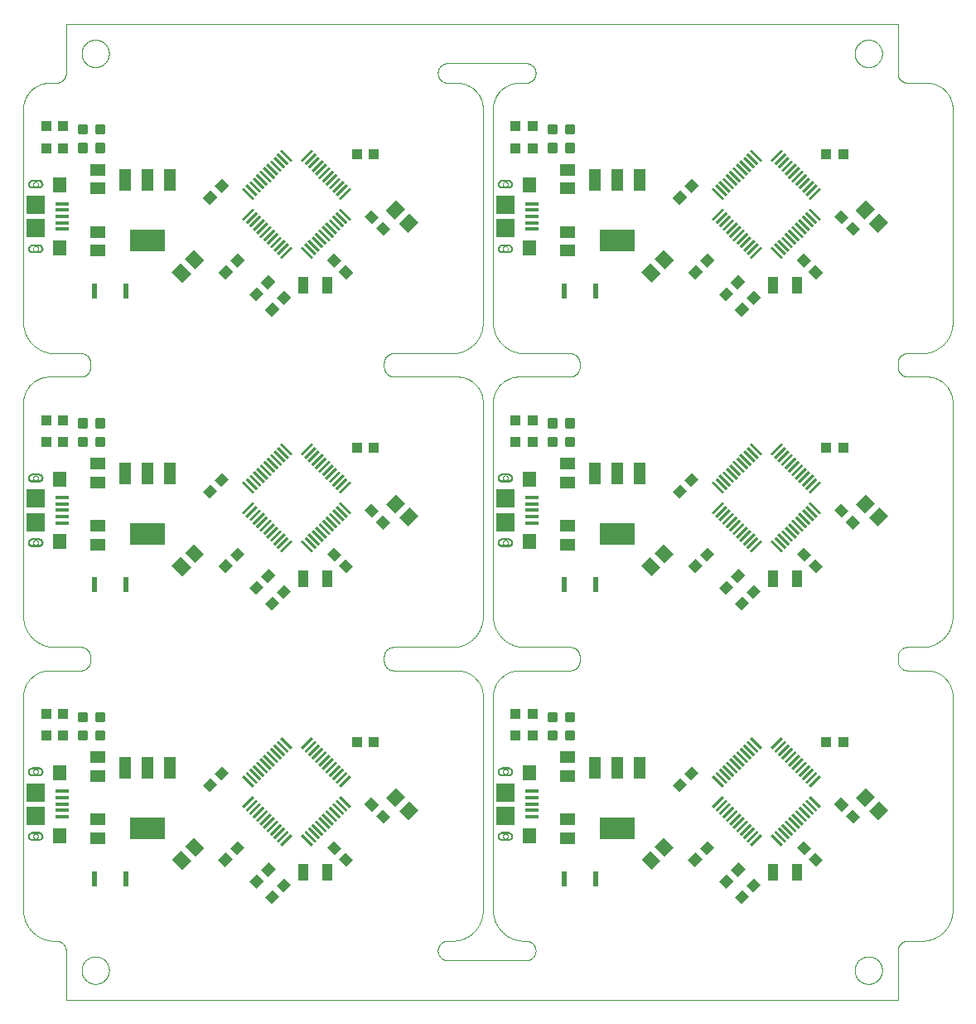
<source format=gtp>
G04 EAGLE Gerber X2 export*
%TF.Part,Single*%
%TF.FileFunction,Other,Solder paste top*%
%TF.FilePolarity,Positive*%
%TF.GenerationSoftware,Autodesk,EAGLE,9.1.3*%
%TF.CreationDate,2019-01-27T15:07:08Z*%
G75*
%MOMM*%
%FSLAX34Y34*%
%LPD*%
%AMOC8*
5,1,8,0,0,1.08239X$1,22.5*%
G01*
%ADD10C,0.000000*%
%ADD11R,1.500000X1.300000*%
%ADD12R,1.100000X1.000000*%
%ADD13R,1.300000X1.500000*%
%ADD14R,1.350000X0.400000*%
%ADD15R,1.400000X1.600000*%
%ADD16R,1.900000X1.900000*%
%ADD17R,1.219200X2.235200*%
%ADD18R,3.600000X2.200000*%
%ADD19R,1.500000X0.280000*%
%ADD20R,1.000000X1.800000*%
%ADD21R,0.550000X1.500000*%
%ADD22C,0.300000*%
%ADD23R,1.000000X1.100000*%

G36*
X502550Y768195D02*
X502550Y768195D01*
X502551Y768195D01*
X503552Y768308D01*
X503553Y768308D01*
X504504Y768641D01*
X504505Y768642D01*
X504505Y768641D01*
X505358Y769178D01*
X505359Y769178D01*
X506072Y769891D01*
X506072Y769892D01*
X506609Y770745D01*
X506608Y770746D01*
X506609Y770746D01*
X506942Y771697D01*
X506942Y771698D01*
X507055Y772699D01*
X507055Y772700D01*
X507055Y772701D01*
X506942Y773702D01*
X506942Y773703D01*
X506609Y774654D01*
X506608Y774655D01*
X506609Y774655D01*
X506072Y775508D01*
X506072Y775509D01*
X505359Y776222D01*
X505358Y776222D01*
X504505Y776759D01*
X504504Y776758D01*
X504504Y776759D01*
X503553Y777092D01*
X503552Y777092D01*
X503491Y777099D01*
X503358Y777114D01*
X503226Y777129D01*
X502917Y777164D01*
X502785Y777179D01*
X502653Y777193D01*
X502551Y777205D01*
X502550Y777205D01*
X495550Y777205D01*
X495549Y777205D01*
X494548Y777092D01*
X494547Y777092D01*
X493596Y776759D01*
X493596Y776758D01*
X493595Y776759D01*
X492742Y776222D01*
X492741Y776222D01*
X492028Y775509D01*
X492028Y775508D01*
X491491Y774655D01*
X491492Y774654D01*
X491491Y774654D01*
X491158Y773703D01*
X491158Y773702D01*
X491045Y772701D01*
X491046Y772700D01*
X491045Y772699D01*
X491158Y771698D01*
X491158Y771697D01*
X491491Y770746D01*
X491492Y770746D01*
X491491Y770745D01*
X492028Y769892D01*
X492028Y769891D01*
X492741Y769178D01*
X492742Y769178D01*
X493595Y768641D01*
X493596Y768642D01*
X493596Y768641D01*
X494547Y768308D01*
X494548Y768308D01*
X495549Y768195D01*
X495550Y768195D01*
X502550Y768195D01*
X502550Y768195D01*
G37*
G36*
X15550Y177205D02*
X15550Y177205D01*
X15549Y177205D01*
X14548Y177092D01*
X14547Y177092D01*
X13596Y176759D01*
X13596Y176758D01*
X13595Y176759D01*
X12742Y176222D01*
X12741Y176222D01*
X12028Y175509D01*
X12028Y175508D01*
X11491Y174655D01*
X11492Y174654D01*
X11491Y174654D01*
X11158Y173703D01*
X11158Y173702D01*
X11045Y172701D01*
X11046Y172700D01*
X11045Y172699D01*
X11158Y171698D01*
X11158Y171697D01*
X11491Y170746D01*
X11492Y170746D01*
X11491Y170745D01*
X12028Y169892D01*
X12028Y169891D01*
X12741Y169178D01*
X12742Y169178D01*
X13595Y168641D01*
X13596Y168642D01*
X13596Y168641D01*
X14547Y168308D01*
X14548Y168308D01*
X15549Y168195D01*
X15550Y168195D01*
X22550Y168195D01*
X22551Y168195D01*
X23552Y168308D01*
X23553Y168308D01*
X24504Y168641D01*
X24505Y168642D01*
X24505Y168641D01*
X25358Y169178D01*
X25359Y169178D01*
X26072Y169891D01*
X26072Y169892D01*
X26609Y170745D01*
X26608Y170746D01*
X26609Y170746D01*
X26942Y171697D01*
X26942Y171698D01*
X27055Y172699D01*
X27055Y172700D01*
X27055Y172701D01*
X26942Y173702D01*
X26942Y173703D01*
X26609Y174654D01*
X26608Y174655D01*
X26609Y174655D01*
X26072Y175508D01*
X26072Y175509D01*
X25359Y176222D01*
X25358Y176222D01*
X24505Y176759D01*
X24504Y176758D01*
X24504Y176759D01*
X23553Y177092D01*
X23552Y177092D01*
X23491Y177099D01*
X23358Y177114D01*
X23226Y177129D01*
X22917Y177164D01*
X22785Y177179D01*
X22653Y177193D01*
X22551Y177205D01*
X22550Y177205D01*
X15550Y177205D01*
X15550Y177205D01*
G37*
G36*
X502550Y168195D02*
X502550Y168195D01*
X502551Y168195D01*
X503552Y168308D01*
X503553Y168308D01*
X504504Y168641D01*
X504505Y168642D01*
X504505Y168641D01*
X505358Y169178D01*
X505359Y169178D01*
X506072Y169891D01*
X506072Y169892D01*
X506609Y170745D01*
X506608Y170746D01*
X506609Y170746D01*
X506942Y171697D01*
X506942Y171698D01*
X507055Y172699D01*
X507055Y172700D01*
X507055Y172701D01*
X506942Y173702D01*
X506942Y173703D01*
X506609Y174654D01*
X506608Y174655D01*
X506609Y174655D01*
X506072Y175508D01*
X506072Y175509D01*
X505359Y176222D01*
X505358Y176222D01*
X504505Y176759D01*
X504504Y176758D01*
X504504Y176759D01*
X503553Y177092D01*
X503552Y177092D01*
X503491Y177099D01*
X503358Y177114D01*
X503226Y177129D01*
X502917Y177164D01*
X502785Y177179D01*
X502653Y177193D01*
X502551Y177205D01*
X502550Y177205D01*
X495550Y177205D01*
X495549Y177205D01*
X494548Y177092D01*
X494547Y177092D01*
X493596Y176759D01*
X493596Y176758D01*
X493595Y176759D01*
X492742Y176222D01*
X492741Y176222D01*
X492028Y175509D01*
X492028Y175508D01*
X491491Y174655D01*
X491492Y174654D01*
X491491Y174654D01*
X491158Y173703D01*
X491158Y173702D01*
X491045Y172701D01*
X491046Y172700D01*
X491045Y172699D01*
X491158Y171698D01*
X491158Y171697D01*
X491491Y170746D01*
X491492Y170746D01*
X491491Y170745D01*
X492028Y169892D01*
X492028Y169891D01*
X492741Y169178D01*
X492742Y169178D01*
X493595Y168641D01*
X493596Y168642D01*
X493596Y168641D01*
X494547Y168308D01*
X494548Y168308D01*
X495549Y168195D01*
X495550Y168195D01*
X502550Y168195D01*
X502550Y168195D01*
G37*
G36*
X22550Y768195D02*
X22550Y768195D01*
X22551Y768195D01*
X23552Y768308D01*
X23553Y768308D01*
X24504Y768641D01*
X24505Y768642D01*
X24505Y768641D01*
X25358Y769178D01*
X25359Y769178D01*
X26072Y769891D01*
X26072Y769892D01*
X26609Y770745D01*
X26608Y770746D01*
X26609Y770746D01*
X26942Y771697D01*
X26942Y771698D01*
X27055Y772699D01*
X27055Y772700D01*
X27055Y772701D01*
X26942Y773702D01*
X26942Y773703D01*
X26609Y774654D01*
X26608Y774655D01*
X26609Y774655D01*
X26072Y775508D01*
X26072Y775509D01*
X25359Y776222D01*
X25358Y776222D01*
X24505Y776759D01*
X24504Y776758D01*
X24504Y776759D01*
X23553Y777092D01*
X23552Y777092D01*
X23491Y777099D01*
X23358Y777114D01*
X23226Y777129D01*
X22917Y777164D01*
X22785Y777179D01*
X22653Y777193D01*
X22551Y777205D01*
X22550Y777205D01*
X15550Y777205D01*
X15549Y777205D01*
X14548Y777092D01*
X14547Y777092D01*
X13596Y776759D01*
X13596Y776758D01*
X13595Y776759D01*
X12742Y776222D01*
X12741Y776222D01*
X12028Y775509D01*
X12028Y775508D01*
X11491Y774655D01*
X11492Y774654D01*
X11491Y774654D01*
X11158Y773703D01*
X11158Y773702D01*
X11045Y772701D01*
X11046Y772700D01*
X11045Y772699D01*
X11158Y771698D01*
X11158Y771697D01*
X11491Y770746D01*
X11492Y770746D01*
X11491Y770745D01*
X12028Y769892D01*
X12028Y769891D01*
X12741Y769178D01*
X12742Y769178D01*
X13595Y768641D01*
X13596Y768642D01*
X13596Y768641D01*
X14547Y768308D01*
X14548Y768308D01*
X15549Y768195D01*
X15550Y768195D01*
X22550Y768195D01*
X22550Y768195D01*
G37*
G36*
X502550Y468195D02*
X502550Y468195D01*
X502551Y468195D01*
X503552Y468308D01*
X503553Y468308D01*
X504504Y468641D01*
X504505Y468642D01*
X504505Y468641D01*
X505358Y469178D01*
X505359Y469178D01*
X506072Y469891D01*
X506072Y469892D01*
X506609Y470745D01*
X506608Y470746D01*
X506609Y470746D01*
X506942Y471697D01*
X506942Y471698D01*
X507055Y472699D01*
X507055Y472700D01*
X507055Y472701D01*
X506942Y473702D01*
X506942Y473703D01*
X506609Y474654D01*
X506608Y474655D01*
X506609Y474655D01*
X506072Y475508D01*
X506072Y475509D01*
X505359Y476222D01*
X505358Y476222D01*
X504505Y476759D01*
X504504Y476758D01*
X504504Y476759D01*
X503553Y477092D01*
X503552Y477092D01*
X503491Y477099D01*
X503358Y477114D01*
X503226Y477129D01*
X502917Y477164D01*
X502785Y477179D01*
X502653Y477193D01*
X502551Y477205D01*
X502550Y477205D01*
X495550Y477205D01*
X495549Y477205D01*
X494548Y477092D01*
X494547Y477092D01*
X493596Y476759D01*
X493596Y476758D01*
X493595Y476759D01*
X492742Y476222D01*
X492741Y476222D01*
X492028Y475509D01*
X492028Y475508D01*
X491491Y474655D01*
X491492Y474654D01*
X491491Y474654D01*
X491158Y473703D01*
X491158Y473702D01*
X491045Y472701D01*
X491046Y472700D01*
X491045Y472699D01*
X491158Y471698D01*
X491158Y471697D01*
X491491Y470746D01*
X491492Y470746D01*
X491491Y470745D01*
X492028Y469892D01*
X492028Y469891D01*
X492741Y469178D01*
X492742Y469178D01*
X493595Y468641D01*
X493596Y468642D01*
X493596Y468641D01*
X494547Y468308D01*
X494548Y468308D01*
X495549Y468195D01*
X495550Y468195D01*
X502550Y468195D01*
X502550Y468195D01*
G37*
G36*
X22550Y468195D02*
X22550Y468195D01*
X22551Y468195D01*
X23552Y468308D01*
X23553Y468308D01*
X24504Y468641D01*
X24505Y468642D01*
X24505Y468641D01*
X25358Y469178D01*
X25359Y469178D01*
X26072Y469891D01*
X26072Y469892D01*
X26609Y470745D01*
X26608Y470746D01*
X26609Y470746D01*
X26942Y471697D01*
X26942Y471698D01*
X27055Y472699D01*
X27055Y472700D01*
X27055Y472701D01*
X26942Y473702D01*
X26942Y473703D01*
X26609Y474654D01*
X26608Y474655D01*
X26609Y474655D01*
X26072Y475508D01*
X26072Y475509D01*
X25359Y476222D01*
X25358Y476222D01*
X24505Y476759D01*
X24504Y476758D01*
X24504Y476759D01*
X23553Y477092D01*
X23552Y477092D01*
X23491Y477099D01*
X23358Y477114D01*
X23226Y477129D01*
X22917Y477164D01*
X22785Y477179D01*
X22653Y477193D01*
X22551Y477205D01*
X22550Y477205D01*
X15550Y477205D01*
X15549Y477205D01*
X14548Y477092D01*
X14547Y477092D01*
X13596Y476759D01*
X13596Y476758D01*
X13595Y476759D01*
X12742Y476222D01*
X12741Y476222D01*
X12028Y475509D01*
X12028Y475508D01*
X11491Y474655D01*
X11492Y474654D01*
X11491Y474654D01*
X11158Y473703D01*
X11158Y473702D01*
X11045Y472701D01*
X11046Y472700D01*
X11045Y472699D01*
X11158Y471698D01*
X11158Y471697D01*
X11491Y470746D01*
X11492Y470746D01*
X11491Y470745D01*
X12028Y469892D01*
X12028Y469891D01*
X12741Y469178D01*
X12742Y469178D01*
X13595Y468641D01*
X13596Y468642D01*
X13596Y468641D01*
X14547Y468308D01*
X14548Y468308D01*
X15549Y468195D01*
X15550Y468195D01*
X22550Y468195D01*
X22550Y468195D01*
G37*
G36*
X22550Y402195D02*
X22550Y402195D01*
X22551Y402195D01*
X23552Y402308D01*
X23553Y402308D01*
X24504Y402641D01*
X24505Y402642D01*
X24505Y402641D01*
X25358Y403178D01*
X25359Y403178D01*
X26072Y403891D01*
X26072Y403892D01*
X26609Y404745D01*
X26608Y404746D01*
X26609Y404746D01*
X26942Y405697D01*
X26942Y405698D01*
X27055Y406699D01*
X27055Y406700D01*
X27055Y406701D01*
X26942Y407702D01*
X26942Y407703D01*
X26609Y408654D01*
X26608Y408655D01*
X26609Y408655D01*
X26072Y409508D01*
X26072Y409509D01*
X25359Y410222D01*
X25358Y410222D01*
X24505Y410759D01*
X24504Y410758D01*
X24504Y410759D01*
X23553Y411092D01*
X23552Y411092D01*
X23491Y411099D01*
X23358Y411114D01*
X23226Y411129D01*
X22917Y411164D01*
X22785Y411179D01*
X22653Y411193D01*
X22551Y411205D01*
X22550Y411205D01*
X15550Y411205D01*
X15549Y411205D01*
X15447Y411193D01*
X15315Y411179D01*
X15183Y411164D01*
X14874Y411129D01*
X14742Y411114D01*
X14609Y411099D01*
X14548Y411092D01*
X14547Y411092D01*
X13596Y410759D01*
X13596Y410758D01*
X13595Y410759D01*
X12742Y410222D01*
X12741Y410222D01*
X12028Y409509D01*
X12028Y409508D01*
X11491Y408655D01*
X11492Y408654D01*
X11491Y408654D01*
X11158Y407703D01*
X11158Y407702D01*
X11158Y407701D01*
X11157Y407696D01*
X11157Y407691D01*
X11156Y407686D01*
X11156Y407681D01*
X11155Y407676D01*
X11153Y407656D01*
X11152Y407651D01*
X11152Y407646D01*
X11151Y407641D01*
X11151Y407636D01*
X11150Y407636D01*
X11151Y407636D01*
X11150Y407631D01*
X11149Y407627D01*
X11149Y407626D01*
X11149Y407622D01*
X11149Y407621D01*
X11148Y407617D01*
X11146Y407597D01*
X11145Y407592D01*
X11145Y407587D01*
X11144Y407582D01*
X11144Y407577D01*
X11143Y407572D01*
X11143Y407567D01*
X11142Y407562D01*
X11140Y407542D01*
X11139Y407537D01*
X11139Y407532D01*
X11138Y407527D01*
X11138Y407522D01*
X11137Y407517D01*
X11137Y407512D01*
X11136Y407512D01*
X11137Y407512D01*
X11136Y407507D01*
X11135Y407502D01*
X11133Y407482D01*
X11133Y407477D01*
X11132Y407472D01*
X11131Y407468D01*
X11131Y407467D01*
X11131Y407463D01*
X11131Y407462D01*
X11130Y407458D01*
X11130Y407453D01*
X11129Y407448D01*
X11127Y407428D01*
X11126Y407423D01*
X11126Y407418D01*
X11125Y407413D01*
X11125Y407408D01*
X11124Y407403D01*
X11124Y407398D01*
X11123Y407393D01*
X11123Y407388D01*
X11122Y407388D01*
X11123Y407388D01*
X11120Y407368D01*
X11120Y407363D01*
X11119Y407358D01*
X11119Y407353D01*
X11118Y407348D01*
X11117Y407343D01*
X11117Y407338D01*
X11116Y407333D01*
X11114Y407313D01*
X11114Y407309D01*
X11114Y407308D01*
X11113Y407304D01*
X11113Y407303D01*
X11112Y407299D01*
X11112Y407294D01*
X11111Y407289D01*
X11111Y407284D01*
X11110Y407279D01*
X11110Y407274D01*
X11107Y407254D01*
X11107Y407249D01*
X11106Y407244D01*
X11106Y407239D01*
X11105Y407234D01*
X11105Y407229D01*
X11104Y407224D01*
X11103Y407219D01*
X11101Y407199D01*
X11101Y407194D01*
X11100Y407189D01*
X11100Y407184D01*
X11099Y407179D01*
X11098Y407174D01*
X11098Y407169D01*
X11097Y407164D01*
X11097Y407159D01*
X11095Y407140D01*
X11094Y407135D01*
X11093Y407130D01*
X11093Y407125D01*
X11092Y407120D01*
X11092Y407115D01*
X11091Y407110D01*
X11091Y407105D01*
X11088Y407085D01*
X11088Y407080D01*
X11087Y407075D01*
X11087Y407070D01*
X11086Y407065D01*
X11086Y407060D01*
X11085Y407055D01*
X11084Y407050D01*
X11084Y407045D01*
X11082Y407025D01*
X11081Y407020D01*
X11081Y407015D01*
X11080Y407010D01*
X11079Y407005D01*
X11079Y407000D01*
X11078Y406995D01*
X11078Y406991D01*
X11078Y406990D01*
X11076Y406971D01*
X11075Y406971D01*
X11075Y406966D01*
X11074Y406961D01*
X11074Y406956D01*
X11073Y406951D01*
X11073Y406946D01*
X11072Y406941D01*
X11072Y406936D01*
X11071Y406931D01*
X11069Y406911D01*
X11068Y406906D01*
X11068Y406901D01*
X11067Y406896D01*
X11067Y406891D01*
X11066Y406886D01*
X11065Y406881D01*
X11065Y406876D01*
X11063Y406856D01*
X11062Y406851D01*
X11062Y406846D01*
X11061Y406846D01*
X11062Y406846D01*
X11061Y406841D01*
X11060Y406836D01*
X11060Y406832D01*
X11060Y406831D01*
X11059Y406827D01*
X11059Y406826D01*
X11059Y406822D01*
X11058Y406817D01*
X11056Y406797D01*
X11055Y406792D01*
X11055Y406787D01*
X11054Y406782D01*
X11054Y406777D01*
X11053Y406772D01*
X11053Y406767D01*
X11052Y406762D01*
X11050Y406742D01*
X11049Y406737D01*
X11049Y406732D01*
X11048Y406727D01*
X11048Y406722D01*
X11047Y406722D01*
X11048Y406722D01*
X11047Y406717D01*
X11046Y406712D01*
X11046Y406707D01*
X11045Y406702D01*
X11045Y406701D01*
X11046Y406700D01*
X11045Y406699D01*
X11158Y405698D01*
X11158Y405697D01*
X11491Y404746D01*
X11492Y404746D01*
X11491Y404745D01*
X12028Y403892D01*
X12028Y403891D01*
X12741Y403178D01*
X12742Y403178D01*
X13595Y402641D01*
X13596Y402642D01*
X13596Y402641D01*
X14547Y402308D01*
X14548Y402308D01*
X15549Y402195D01*
X15550Y402195D01*
X22550Y402195D01*
X22550Y402195D01*
G37*
G36*
X22550Y102195D02*
X22550Y102195D01*
X22551Y102195D01*
X23552Y102308D01*
X23553Y102308D01*
X24504Y102641D01*
X24505Y102642D01*
X24505Y102641D01*
X25358Y103178D01*
X25359Y103178D01*
X26072Y103891D01*
X26072Y103892D01*
X26609Y104745D01*
X26608Y104746D01*
X26609Y104746D01*
X26942Y105697D01*
X26942Y105698D01*
X27055Y106699D01*
X27055Y106700D01*
X27055Y106701D01*
X26942Y107702D01*
X26942Y107703D01*
X26609Y108654D01*
X26608Y108655D01*
X26609Y108655D01*
X26072Y109508D01*
X26072Y109509D01*
X25359Y110222D01*
X25358Y110222D01*
X24505Y110759D01*
X24504Y110758D01*
X24504Y110759D01*
X23553Y111092D01*
X23552Y111092D01*
X23491Y111099D01*
X23358Y111114D01*
X23226Y111129D01*
X22917Y111164D01*
X22785Y111179D01*
X22653Y111193D01*
X22551Y111205D01*
X22550Y111205D01*
X15550Y111205D01*
X15549Y111205D01*
X15447Y111193D01*
X15315Y111179D01*
X15183Y111164D01*
X14874Y111129D01*
X14742Y111114D01*
X14609Y111099D01*
X14548Y111092D01*
X14547Y111092D01*
X13596Y110759D01*
X13596Y110758D01*
X13595Y110759D01*
X12742Y110222D01*
X12741Y110222D01*
X12028Y109509D01*
X12028Y109508D01*
X11491Y108655D01*
X11492Y108654D01*
X11491Y108654D01*
X11158Y107703D01*
X11158Y107702D01*
X11158Y107701D01*
X11157Y107696D01*
X11157Y107691D01*
X11156Y107686D01*
X11156Y107681D01*
X11155Y107676D01*
X11153Y107656D01*
X11152Y107651D01*
X11152Y107646D01*
X11151Y107641D01*
X11151Y107636D01*
X11150Y107636D01*
X11151Y107636D01*
X11150Y107631D01*
X11149Y107627D01*
X11149Y107626D01*
X11149Y107622D01*
X11149Y107621D01*
X11148Y107617D01*
X11146Y107597D01*
X11145Y107592D01*
X11145Y107587D01*
X11144Y107582D01*
X11144Y107577D01*
X11143Y107572D01*
X11143Y107567D01*
X11142Y107562D01*
X11140Y107542D01*
X11139Y107537D01*
X11139Y107532D01*
X11138Y107527D01*
X11138Y107522D01*
X11137Y107517D01*
X11137Y107512D01*
X11136Y107512D01*
X11137Y107512D01*
X11136Y107507D01*
X11135Y107502D01*
X11133Y107482D01*
X11133Y107477D01*
X11132Y107472D01*
X11131Y107468D01*
X11131Y107467D01*
X11131Y107463D01*
X11131Y107462D01*
X11130Y107458D01*
X11130Y107453D01*
X11129Y107448D01*
X11127Y107428D01*
X11126Y107423D01*
X11126Y107418D01*
X11125Y107413D01*
X11125Y107408D01*
X11124Y107403D01*
X11124Y107398D01*
X11123Y107393D01*
X11123Y107388D01*
X11122Y107388D01*
X11123Y107388D01*
X11120Y107368D01*
X11120Y107363D01*
X11119Y107358D01*
X11119Y107353D01*
X11118Y107348D01*
X11117Y107343D01*
X11117Y107338D01*
X11116Y107333D01*
X11114Y107313D01*
X11114Y107309D01*
X11114Y107308D01*
X11113Y107304D01*
X11113Y107303D01*
X11112Y107299D01*
X11112Y107294D01*
X11111Y107289D01*
X11111Y107284D01*
X11110Y107279D01*
X11110Y107274D01*
X11107Y107254D01*
X11107Y107249D01*
X11106Y107244D01*
X11106Y107239D01*
X11105Y107234D01*
X11105Y107229D01*
X11104Y107224D01*
X11103Y107219D01*
X11101Y107199D01*
X11101Y107194D01*
X11100Y107189D01*
X11100Y107184D01*
X11099Y107179D01*
X11098Y107174D01*
X11098Y107169D01*
X11097Y107164D01*
X11097Y107159D01*
X11095Y107140D01*
X11094Y107135D01*
X11093Y107130D01*
X11093Y107125D01*
X11092Y107120D01*
X11092Y107115D01*
X11091Y107110D01*
X11091Y107105D01*
X11088Y107085D01*
X11088Y107080D01*
X11087Y107075D01*
X11087Y107070D01*
X11086Y107065D01*
X11086Y107060D01*
X11085Y107055D01*
X11084Y107050D01*
X11084Y107045D01*
X11082Y107025D01*
X11081Y107020D01*
X11081Y107015D01*
X11080Y107010D01*
X11079Y107005D01*
X11079Y107000D01*
X11078Y106995D01*
X11078Y106991D01*
X11078Y106990D01*
X11076Y106971D01*
X11075Y106971D01*
X11075Y106966D01*
X11074Y106961D01*
X11074Y106956D01*
X11073Y106951D01*
X11073Y106946D01*
X11072Y106941D01*
X11072Y106936D01*
X11071Y106931D01*
X11069Y106911D01*
X11068Y106906D01*
X11068Y106901D01*
X11067Y106896D01*
X11067Y106891D01*
X11066Y106886D01*
X11065Y106881D01*
X11065Y106876D01*
X11063Y106856D01*
X11062Y106851D01*
X11062Y106846D01*
X11061Y106846D01*
X11062Y106846D01*
X11061Y106841D01*
X11060Y106836D01*
X11060Y106832D01*
X11060Y106831D01*
X11059Y106827D01*
X11059Y106826D01*
X11059Y106822D01*
X11058Y106817D01*
X11056Y106797D01*
X11055Y106792D01*
X11055Y106787D01*
X11054Y106782D01*
X11054Y106777D01*
X11053Y106772D01*
X11053Y106767D01*
X11052Y106762D01*
X11050Y106742D01*
X11049Y106737D01*
X11049Y106732D01*
X11048Y106727D01*
X11048Y106722D01*
X11047Y106722D01*
X11048Y106722D01*
X11047Y106717D01*
X11046Y106712D01*
X11046Y106707D01*
X11045Y106702D01*
X11045Y106701D01*
X11046Y106700D01*
X11045Y106699D01*
X11158Y105698D01*
X11158Y105697D01*
X11491Y104746D01*
X11492Y104746D01*
X11491Y104745D01*
X12028Y103892D01*
X12028Y103891D01*
X12741Y103178D01*
X12742Y103178D01*
X13595Y102641D01*
X13596Y102642D01*
X13596Y102641D01*
X14547Y102308D01*
X14548Y102308D01*
X15549Y102195D01*
X15550Y102195D01*
X22550Y102195D01*
X22550Y102195D01*
G37*
G36*
X502550Y102195D02*
X502550Y102195D01*
X502551Y102195D01*
X503552Y102308D01*
X503553Y102308D01*
X504504Y102641D01*
X504505Y102642D01*
X504505Y102641D01*
X505358Y103178D01*
X505359Y103178D01*
X506072Y103891D01*
X506072Y103892D01*
X506609Y104745D01*
X506608Y104746D01*
X506609Y104746D01*
X506942Y105697D01*
X506942Y105698D01*
X507055Y106699D01*
X507055Y106700D01*
X507055Y106701D01*
X506942Y107702D01*
X506942Y107703D01*
X506609Y108654D01*
X506608Y108655D01*
X506609Y108655D01*
X506072Y109508D01*
X506072Y109509D01*
X505359Y110222D01*
X505358Y110222D01*
X504505Y110759D01*
X504504Y110758D01*
X504504Y110759D01*
X503553Y111092D01*
X503552Y111092D01*
X503491Y111099D01*
X503358Y111114D01*
X503226Y111129D01*
X502917Y111164D01*
X502785Y111179D01*
X502653Y111193D01*
X502551Y111205D01*
X502550Y111205D01*
X495550Y111205D01*
X495549Y111205D01*
X495447Y111193D01*
X495315Y111179D01*
X495183Y111164D01*
X494874Y111129D01*
X494742Y111114D01*
X494609Y111099D01*
X494548Y111092D01*
X494547Y111092D01*
X493596Y110759D01*
X493596Y110758D01*
X493595Y110759D01*
X492742Y110222D01*
X492741Y110222D01*
X492028Y109509D01*
X492028Y109508D01*
X491491Y108655D01*
X491492Y108654D01*
X491491Y108654D01*
X491158Y107703D01*
X491158Y107702D01*
X491158Y107701D01*
X491157Y107696D01*
X491157Y107691D01*
X491156Y107686D01*
X491156Y107681D01*
X491155Y107676D01*
X491153Y107656D01*
X491152Y107651D01*
X491152Y107646D01*
X491151Y107641D01*
X491151Y107636D01*
X491150Y107636D01*
X491151Y107636D01*
X491150Y107631D01*
X491149Y107627D01*
X491149Y107626D01*
X491149Y107622D01*
X491149Y107621D01*
X491148Y107617D01*
X491146Y107597D01*
X491145Y107592D01*
X491145Y107587D01*
X491144Y107582D01*
X491144Y107577D01*
X491143Y107572D01*
X491143Y107567D01*
X491142Y107562D01*
X491140Y107542D01*
X491139Y107537D01*
X491139Y107532D01*
X491138Y107527D01*
X491138Y107522D01*
X491137Y107517D01*
X491137Y107512D01*
X491136Y107512D01*
X491137Y107512D01*
X491136Y107507D01*
X491135Y107502D01*
X491133Y107482D01*
X491133Y107477D01*
X491132Y107472D01*
X491131Y107468D01*
X491131Y107467D01*
X491131Y107463D01*
X491131Y107462D01*
X491130Y107458D01*
X491130Y107453D01*
X491129Y107448D01*
X491127Y107428D01*
X491126Y107423D01*
X491126Y107418D01*
X491125Y107413D01*
X491125Y107408D01*
X491124Y107403D01*
X491124Y107398D01*
X491123Y107393D01*
X491123Y107388D01*
X491122Y107388D01*
X491123Y107388D01*
X491120Y107368D01*
X491120Y107363D01*
X491119Y107358D01*
X491119Y107353D01*
X491118Y107348D01*
X491117Y107343D01*
X491117Y107338D01*
X491116Y107333D01*
X491114Y107313D01*
X491114Y107309D01*
X491114Y107308D01*
X491113Y107304D01*
X491113Y107303D01*
X491112Y107299D01*
X491112Y107294D01*
X491111Y107289D01*
X491111Y107284D01*
X491110Y107279D01*
X491110Y107274D01*
X491107Y107254D01*
X491107Y107249D01*
X491106Y107244D01*
X491106Y107239D01*
X491105Y107234D01*
X491105Y107229D01*
X491104Y107224D01*
X491103Y107219D01*
X491101Y107199D01*
X491101Y107194D01*
X491100Y107189D01*
X491100Y107184D01*
X491099Y107179D01*
X491098Y107174D01*
X491098Y107169D01*
X491097Y107164D01*
X491097Y107159D01*
X491095Y107140D01*
X491094Y107135D01*
X491093Y107130D01*
X491093Y107125D01*
X491092Y107120D01*
X491092Y107115D01*
X491091Y107110D01*
X491091Y107105D01*
X491088Y107085D01*
X491088Y107080D01*
X491087Y107075D01*
X491087Y107070D01*
X491086Y107065D01*
X491086Y107060D01*
X491085Y107055D01*
X491084Y107050D01*
X491084Y107045D01*
X491082Y107025D01*
X491081Y107020D01*
X491081Y107015D01*
X491080Y107010D01*
X491079Y107005D01*
X491079Y107000D01*
X491078Y106995D01*
X491078Y106991D01*
X491078Y106990D01*
X491076Y106971D01*
X491075Y106971D01*
X491075Y106966D01*
X491074Y106961D01*
X491074Y106956D01*
X491073Y106951D01*
X491073Y106946D01*
X491072Y106941D01*
X491072Y106936D01*
X491071Y106931D01*
X491069Y106911D01*
X491068Y106906D01*
X491068Y106901D01*
X491067Y106896D01*
X491067Y106891D01*
X491066Y106886D01*
X491065Y106881D01*
X491065Y106876D01*
X491063Y106856D01*
X491062Y106851D01*
X491062Y106846D01*
X491061Y106846D01*
X491062Y106846D01*
X491061Y106841D01*
X491060Y106836D01*
X491060Y106832D01*
X491060Y106831D01*
X491059Y106827D01*
X491059Y106826D01*
X491059Y106822D01*
X491058Y106817D01*
X491056Y106797D01*
X491055Y106792D01*
X491055Y106787D01*
X491054Y106782D01*
X491054Y106777D01*
X491053Y106772D01*
X491053Y106767D01*
X491052Y106762D01*
X491050Y106742D01*
X491049Y106737D01*
X491049Y106732D01*
X491048Y106727D01*
X491048Y106722D01*
X491047Y106722D01*
X491048Y106722D01*
X491047Y106717D01*
X491046Y106712D01*
X491046Y106707D01*
X491045Y106702D01*
X491045Y106701D01*
X491046Y106700D01*
X491045Y106699D01*
X491158Y105698D01*
X491158Y105697D01*
X491491Y104746D01*
X491492Y104746D01*
X491491Y104745D01*
X492028Y103892D01*
X492028Y103891D01*
X492741Y103178D01*
X492742Y103178D01*
X493595Y102641D01*
X493596Y102642D01*
X493596Y102641D01*
X494547Y102308D01*
X494548Y102308D01*
X495549Y102195D01*
X495550Y102195D01*
X502550Y102195D01*
X502550Y102195D01*
G37*
G36*
X502550Y402195D02*
X502550Y402195D01*
X502551Y402195D01*
X503552Y402308D01*
X503553Y402308D01*
X504504Y402641D01*
X504505Y402642D01*
X504505Y402641D01*
X505358Y403178D01*
X505359Y403178D01*
X506072Y403891D01*
X506072Y403892D01*
X506609Y404745D01*
X506608Y404746D01*
X506609Y404746D01*
X506942Y405697D01*
X506942Y405698D01*
X507055Y406699D01*
X507055Y406700D01*
X507055Y406701D01*
X506942Y407702D01*
X506942Y407703D01*
X506609Y408654D01*
X506608Y408655D01*
X506609Y408655D01*
X506072Y409508D01*
X506072Y409509D01*
X505359Y410222D01*
X505358Y410222D01*
X504505Y410759D01*
X504504Y410758D01*
X504504Y410759D01*
X503553Y411092D01*
X503552Y411092D01*
X503491Y411099D01*
X503358Y411114D01*
X503226Y411129D01*
X502917Y411164D01*
X502785Y411179D01*
X502653Y411193D01*
X502551Y411205D01*
X502550Y411205D01*
X495550Y411205D01*
X495549Y411205D01*
X495447Y411193D01*
X495315Y411179D01*
X495183Y411164D01*
X494874Y411129D01*
X494742Y411114D01*
X494609Y411099D01*
X494548Y411092D01*
X494547Y411092D01*
X493596Y410759D01*
X493596Y410758D01*
X493595Y410759D01*
X492742Y410222D01*
X492741Y410222D01*
X492028Y409509D01*
X492028Y409508D01*
X491491Y408655D01*
X491492Y408654D01*
X491491Y408654D01*
X491158Y407703D01*
X491158Y407702D01*
X491158Y407701D01*
X491157Y407696D01*
X491157Y407691D01*
X491156Y407686D01*
X491156Y407681D01*
X491155Y407676D01*
X491153Y407656D01*
X491152Y407651D01*
X491152Y407646D01*
X491151Y407641D01*
X491151Y407636D01*
X491150Y407636D01*
X491151Y407636D01*
X491150Y407631D01*
X491149Y407627D01*
X491149Y407626D01*
X491149Y407622D01*
X491149Y407621D01*
X491148Y407617D01*
X491146Y407597D01*
X491145Y407592D01*
X491145Y407587D01*
X491144Y407582D01*
X491144Y407577D01*
X491143Y407572D01*
X491143Y407567D01*
X491142Y407562D01*
X491140Y407542D01*
X491139Y407537D01*
X491139Y407532D01*
X491138Y407527D01*
X491138Y407522D01*
X491137Y407517D01*
X491137Y407512D01*
X491136Y407512D01*
X491137Y407512D01*
X491136Y407507D01*
X491135Y407502D01*
X491133Y407482D01*
X491133Y407477D01*
X491132Y407472D01*
X491131Y407468D01*
X491131Y407467D01*
X491131Y407463D01*
X491131Y407462D01*
X491130Y407458D01*
X491130Y407453D01*
X491129Y407448D01*
X491127Y407428D01*
X491126Y407423D01*
X491126Y407418D01*
X491125Y407413D01*
X491125Y407408D01*
X491124Y407403D01*
X491124Y407398D01*
X491123Y407393D01*
X491123Y407388D01*
X491122Y407388D01*
X491123Y407388D01*
X491120Y407368D01*
X491120Y407363D01*
X491119Y407358D01*
X491119Y407353D01*
X491118Y407348D01*
X491117Y407343D01*
X491117Y407338D01*
X491116Y407333D01*
X491114Y407313D01*
X491114Y407309D01*
X491114Y407308D01*
X491113Y407304D01*
X491113Y407303D01*
X491112Y407299D01*
X491112Y407294D01*
X491111Y407289D01*
X491111Y407284D01*
X491110Y407279D01*
X491110Y407274D01*
X491107Y407254D01*
X491107Y407249D01*
X491106Y407244D01*
X491106Y407239D01*
X491105Y407234D01*
X491105Y407229D01*
X491104Y407224D01*
X491103Y407219D01*
X491101Y407199D01*
X491101Y407194D01*
X491100Y407189D01*
X491100Y407184D01*
X491099Y407179D01*
X491098Y407174D01*
X491098Y407169D01*
X491097Y407164D01*
X491097Y407159D01*
X491095Y407140D01*
X491094Y407135D01*
X491093Y407130D01*
X491093Y407125D01*
X491092Y407120D01*
X491092Y407115D01*
X491091Y407110D01*
X491091Y407105D01*
X491088Y407085D01*
X491088Y407080D01*
X491087Y407075D01*
X491087Y407070D01*
X491086Y407065D01*
X491086Y407060D01*
X491085Y407055D01*
X491084Y407050D01*
X491084Y407045D01*
X491082Y407025D01*
X491081Y407020D01*
X491081Y407015D01*
X491080Y407010D01*
X491079Y407005D01*
X491079Y407000D01*
X491078Y406995D01*
X491078Y406991D01*
X491078Y406990D01*
X491076Y406971D01*
X491075Y406971D01*
X491075Y406966D01*
X491074Y406961D01*
X491074Y406956D01*
X491073Y406951D01*
X491073Y406946D01*
X491072Y406941D01*
X491072Y406936D01*
X491071Y406931D01*
X491069Y406911D01*
X491068Y406906D01*
X491068Y406901D01*
X491067Y406896D01*
X491067Y406891D01*
X491066Y406886D01*
X491065Y406881D01*
X491065Y406876D01*
X491063Y406856D01*
X491062Y406851D01*
X491062Y406846D01*
X491061Y406846D01*
X491062Y406846D01*
X491061Y406841D01*
X491060Y406836D01*
X491060Y406832D01*
X491060Y406831D01*
X491059Y406827D01*
X491059Y406826D01*
X491059Y406822D01*
X491058Y406817D01*
X491056Y406797D01*
X491055Y406792D01*
X491055Y406787D01*
X491054Y406782D01*
X491054Y406777D01*
X491053Y406772D01*
X491053Y406767D01*
X491052Y406762D01*
X491050Y406742D01*
X491049Y406737D01*
X491049Y406732D01*
X491048Y406727D01*
X491048Y406722D01*
X491047Y406722D01*
X491048Y406722D01*
X491047Y406717D01*
X491046Y406712D01*
X491046Y406707D01*
X491045Y406702D01*
X491045Y406701D01*
X491046Y406700D01*
X491045Y406699D01*
X491158Y405698D01*
X491158Y405697D01*
X491491Y404746D01*
X491492Y404746D01*
X491491Y404745D01*
X492028Y403892D01*
X492028Y403891D01*
X492741Y403178D01*
X492742Y403178D01*
X493595Y402641D01*
X493596Y402642D01*
X493596Y402641D01*
X494547Y402308D01*
X494548Y402308D01*
X495549Y402195D01*
X495550Y402195D01*
X502550Y402195D01*
X502550Y402195D01*
G37*
G36*
X22550Y702195D02*
X22550Y702195D01*
X22551Y702195D01*
X23552Y702308D01*
X23553Y702308D01*
X24504Y702641D01*
X24505Y702642D01*
X24505Y702641D01*
X25358Y703178D01*
X25359Y703178D01*
X26072Y703891D01*
X26072Y703892D01*
X26609Y704745D01*
X26608Y704746D01*
X26609Y704746D01*
X26942Y705697D01*
X26942Y705698D01*
X27055Y706699D01*
X27055Y706700D01*
X27055Y706701D01*
X26942Y707702D01*
X26942Y707703D01*
X26609Y708654D01*
X26608Y708655D01*
X26609Y708655D01*
X26072Y709508D01*
X26072Y709509D01*
X25359Y710222D01*
X25358Y710222D01*
X24505Y710759D01*
X24504Y710758D01*
X24504Y710759D01*
X23553Y711092D01*
X23552Y711092D01*
X23491Y711099D01*
X23358Y711114D01*
X23226Y711129D01*
X22917Y711164D01*
X22785Y711179D01*
X22653Y711193D01*
X22551Y711205D01*
X22550Y711205D01*
X15550Y711205D01*
X15549Y711205D01*
X15447Y711193D01*
X15315Y711179D01*
X15183Y711164D01*
X14874Y711129D01*
X14742Y711114D01*
X14609Y711099D01*
X14548Y711092D01*
X14547Y711092D01*
X13596Y710759D01*
X13596Y710758D01*
X13595Y710759D01*
X12742Y710222D01*
X12741Y710222D01*
X12028Y709509D01*
X12028Y709508D01*
X11491Y708655D01*
X11492Y708654D01*
X11491Y708654D01*
X11158Y707703D01*
X11158Y707702D01*
X11158Y707701D01*
X11157Y707696D01*
X11157Y707691D01*
X11156Y707686D01*
X11156Y707681D01*
X11155Y707676D01*
X11153Y707656D01*
X11152Y707651D01*
X11152Y707646D01*
X11151Y707641D01*
X11151Y707636D01*
X11150Y707636D01*
X11151Y707636D01*
X11150Y707631D01*
X11149Y707627D01*
X11149Y707626D01*
X11149Y707622D01*
X11149Y707621D01*
X11148Y707617D01*
X11146Y707597D01*
X11145Y707592D01*
X11145Y707587D01*
X11144Y707582D01*
X11144Y707577D01*
X11143Y707572D01*
X11143Y707567D01*
X11142Y707562D01*
X11140Y707542D01*
X11139Y707537D01*
X11139Y707532D01*
X11138Y707527D01*
X11138Y707522D01*
X11137Y707517D01*
X11137Y707512D01*
X11136Y707512D01*
X11137Y707512D01*
X11136Y707507D01*
X11135Y707502D01*
X11133Y707482D01*
X11133Y707477D01*
X11132Y707472D01*
X11131Y707468D01*
X11131Y707467D01*
X11131Y707463D01*
X11131Y707462D01*
X11130Y707458D01*
X11130Y707453D01*
X11129Y707448D01*
X11127Y707428D01*
X11126Y707423D01*
X11126Y707418D01*
X11125Y707413D01*
X11125Y707408D01*
X11124Y707403D01*
X11124Y707398D01*
X11123Y707393D01*
X11123Y707388D01*
X11122Y707388D01*
X11123Y707388D01*
X11120Y707368D01*
X11120Y707363D01*
X11119Y707358D01*
X11119Y707353D01*
X11118Y707348D01*
X11117Y707343D01*
X11117Y707338D01*
X11116Y707333D01*
X11114Y707313D01*
X11114Y707309D01*
X11114Y707308D01*
X11113Y707304D01*
X11113Y707303D01*
X11112Y707299D01*
X11112Y707294D01*
X11111Y707289D01*
X11111Y707284D01*
X11110Y707279D01*
X11110Y707274D01*
X11107Y707254D01*
X11107Y707249D01*
X11106Y707244D01*
X11106Y707239D01*
X11105Y707234D01*
X11105Y707229D01*
X11104Y707224D01*
X11103Y707219D01*
X11101Y707199D01*
X11101Y707194D01*
X11100Y707189D01*
X11100Y707184D01*
X11099Y707179D01*
X11098Y707174D01*
X11098Y707169D01*
X11097Y707164D01*
X11097Y707159D01*
X11095Y707140D01*
X11094Y707135D01*
X11093Y707130D01*
X11093Y707125D01*
X11092Y707120D01*
X11092Y707115D01*
X11091Y707110D01*
X11091Y707105D01*
X11088Y707085D01*
X11088Y707080D01*
X11087Y707075D01*
X11087Y707070D01*
X11086Y707065D01*
X11086Y707060D01*
X11085Y707055D01*
X11084Y707050D01*
X11084Y707045D01*
X11082Y707025D01*
X11081Y707020D01*
X11081Y707015D01*
X11080Y707010D01*
X11079Y707005D01*
X11079Y707000D01*
X11078Y706995D01*
X11078Y706991D01*
X11078Y706990D01*
X11076Y706971D01*
X11075Y706971D01*
X11075Y706966D01*
X11074Y706961D01*
X11074Y706956D01*
X11073Y706951D01*
X11073Y706946D01*
X11072Y706941D01*
X11072Y706936D01*
X11071Y706931D01*
X11069Y706911D01*
X11068Y706906D01*
X11068Y706901D01*
X11067Y706896D01*
X11067Y706891D01*
X11066Y706886D01*
X11065Y706881D01*
X11065Y706876D01*
X11063Y706856D01*
X11062Y706851D01*
X11062Y706846D01*
X11061Y706846D01*
X11062Y706846D01*
X11061Y706841D01*
X11060Y706836D01*
X11060Y706832D01*
X11060Y706831D01*
X11059Y706827D01*
X11059Y706826D01*
X11059Y706822D01*
X11058Y706817D01*
X11056Y706797D01*
X11055Y706792D01*
X11055Y706787D01*
X11054Y706782D01*
X11054Y706777D01*
X11053Y706772D01*
X11053Y706767D01*
X11052Y706762D01*
X11050Y706742D01*
X11049Y706737D01*
X11049Y706732D01*
X11048Y706727D01*
X11048Y706722D01*
X11047Y706722D01*
X11048Y706722D01*
X11047Y706717D01*
X11046Y706712D01*
X11046Y706707D01*
X11045Y706702D01*
X11045Y706701D01*
X11046Y706700D01*
X11045Y706699D01*
X11158Y705698D01*
X11158Y705697D01*
X11491Y704746D01*
X11492Y704746D01*
X11491Y704745D01*
X12028Y703892D01*
X12028Y703891D01*
X12741Y703178D01*
X12742Y703178D01*
X13595Y702641D01*
X13596Y702642D01*
X13596Y702641D01*
X14547Y702308D01*
X14548Y702308D01*
X15549Y702195D01*
X15550Y702195D01*
X22550Y702195D01*
X22550Y702195D01*
G37*
G36*
X502550Y702195D02*
X502550Y702195D01*
X502551Y702195D01*
X503552Y702308D01*
X503553Y702308D01*
X504504Y702641D01*
X504505Y702642D01*
X504505Y702641D01*
X505358Y703178D01*
X505359Y703178D01*
X506072Y703891D01*
X506072Y703892D01*
X506609Y704745D01*
X506608Y704746D01*
X506609Y704746D01*
X506942Y705697D01*
X506942Y705698D01*
X507055Y706699D01*
X507055Y706700D01*
X507055Y706701D01*
X506942Y707702D01*
X506942Y707703D01*
X506609Y708654D01*
X506608Y708655D01*
X506609Y708655D01*
X506072Y709508D01*
X506072Y709509D01*
X505359Y710222D01*
X505358Y710222D01*
X504505Y710759D01*
X504504Y710758D01*
X504504Y710759D01*
X503553Y711092D01*
X503552Y711092D01*
X503491Y711099D01*
X503358Y711114D01*
X503226Y711129D01*
X502917Y711164D01*
X502785Y711179D01*
X502653Y711193D01*
X502551Y711205D01*
X502550Y711205D01*
X495550Y711205D01*
X495549Y711205D01*
X495447Y711193D01*
X495315Y711179D01*
X495183Y711164D01*
X494874Y711129D01*
X494742Y711114D01*
X494609Y711099D01*
X494548Y711092D01*
X494547Y711092D01*
X493596Y710759D01*
X493596Y710758D01*
X493595Y710759D01*
X492742Y710222D01*
X492741Y710222D01*
X492028Y709509D01*
X492028Y709508D01*
X491491Y708655D01*
X491492Y708654D01*
X491491Y708654D01*
X491158Y707703D01*
X491158Y707702D01*
X491158Y707701D01*
X491157Y707696D01*
X491157Y707691D01*
X491156Y707686D01*
X491156Y707681D01*
X491155Y707676D01*
X491153Y707656D01*
X491152Y707651D01*
X491152Y707646D01*
X491151Y707641D01*
X491151Y707636D01*
X491150Y707636D01*
X491151Y707636D01*
X491150Y707631D01*
X491149Y707627D01*
X491149Y707626D01*
X491149Y707622D01*
X491149Y707621D01*
X491148Y707617D01*
X491146Y707597D01*
X491145Y707592D01*
X491145Y707587D01*
X491144Y707582D01*
X491144Y707577D01*
X491143Y707572D01*
X491143Y707567D01*
X491142Y707562D01*
X491140Y707542D01*
X491139Y707537D01*
X491139Y707532D01*
X491138Y707527D01*
X491138Y707522D01*
X491137Y707517D01*
X491137Y707512D01*
X491136Y707512D01*
X491137Y707512D01*
X491136Y707507D01*
X491135Y707502D01*
X491133Y707482D01*
X491133Y707477D01*
X491132Y707472D01*
X491131Y707468D01*
X491131Y707467D01*
X491131Y707463D01*
X491131Y707462D01*
X491130Y707458D01*
X491130Y707453D01*
X491129Y707448D01*
X491127Y707428D01*
X491126Y707423D01*
X491126Y707418D01*
X491125Y707413D01*
X491125Y707408D01*
X491124Y707403D01*
X491124Y707398D01*
X491123Y707393D01*
X491123Y707388D01*
X491122Y707388D01*
X491123Y707388D01*
X491120Y707368D01*
X491120Y707363D01*
X491119Y707358D01*
X491119Y707353D01*
X491118Y707348D01*
X491117Y707343D01*
X491117Y707338D01*
X491116Y707333D01*
X491114Y707313D01*
X491114Y707309D01*
X491114Y707308D01*
X491113Y707304D01*
X491113Y707303D01*
X491112Y707299D01*
X491112Y707294D01*
X491111Y707289D01*
X491111Y707284D01*
X491110Y707279D01*
X491110Y707274D01*
X491107Y707254D01*
X491107Y707249D01*
X491106Y707244D01*
X491106Y707239D01*
X491105Y707234D01*
X491105Y707229D01*
X491104Y707224D01*
X491103Y707219D01*
X491101Y707199D01*
X491101Y707194D01*
X491100Y707189D01*
X491100Y707184D01*
X491099Y707179D01*
X491098Y707174D01*
X491098Y707169D01*
X491097Y707164D01*
X491097Y707159D01*
X491095Y707140D01*
X491094Y707135D01*
X491093Y707130D01*
X491093Y707125D01*
X491092Y707120D01*
X491092Y707115D01*
X491091Y707110D01*
X491091Y707105D01*
X491088Y707085D01*
X491088Y707080D01*
X491087Y707075D01*
X491087Y707070D01*
X491086Y707065D01*
X491086Y707060D01*
X491085Y707055D01*
X491084Y707050D01*
X491084Y707045D01*
X491082Y707025D01*
X491081Y707020D01*
X491081Y707015D01*
X491080Y707010D01*
X491079Y707005D01*
X491079Y707000D01*
X491078Y706995D01*
X491078Y706991D01*
X491078Y706990D01*
X491076Y706971D01*
X491075Y706971D01*
X491075Y706966D01*
X491074Y706961D01*
X491074Y706956D01*
X491073Y706951D01*
X491073Y706946D01*
X491072Y706941D01*
X491072Y706936D01*
X491071Y706931D01*
X491069Y706911D01*
X491068Y706906D01*
X491068Y706901D01*
X491067Y706896D01*
X491067Y706891D01*
X491066Y706886D01*
X491065Y706881D01*
X491065Y706876D01*
X491063Y706856D01*
X491062Y706851D01*
X491062Y706846D01*
X491061Y706846D01*
X491062Y706846D01*
X491061Y706841D01*
X491060Y706836D01*
X491060Y706832D01*
X491060Y706831D01*
X491059Y706827D01*
X491059Y706826D01*
X491059Y706822D01*
X491058Y706817D01*
X491056Y706797D01*
X491055Y706792D01*
X491055Y706787D01*
X491054Y706782D01*
X491054Y706777D01*
X491053Y706772D01*
X491053Y706767D01*
X491052Y706762D01*
X491050Y706742D01*
X491049Y706737D01*
X491049Y706732D01*
X491048Y706727D01*
X491048Y706722D01*
X491047Y706722D01*
X491048Y706722D01*
X491047Y706717D01*
X491046Y706712D01*
X491046Y706707D01*
X491045Y706702D01*
X491045Y706701D01*
X491046Y706700D01*
X491045Y706699D01*
X491158Y705698D01*
X491158Y705697D01*
X491491Y704746D01*
X491492Y704746D01*
X491491Y704745D01*
X492028Y703892D01*
X492028Y703891D01*
X492741Y703178D01*
X492742Y703178D01*
X493595Y702641D01*
X493596Y702642D01*
X493596Y702641D01*
X494547Y702308D01*
X494548Y702308D01*
X495549Y702195D01*
X495550Y702195D01*
X502550Y702195D01*
X502550Y702195D01*
G37*
%LPC*%
G36*
X15550Y704205D02*
X15550Y704205D01*
X14904Y704290D01*
X14303Y704539D01*
X13786Y704936D01*
X13389Y705453D01*
X13140Y706054D01*
X13055Y706700D01*
X13062Y706751D01*
X13062Y706756D01*
X13063Y706761D01*
X13064Y706766D01*
X13064Y706771D01*
X13071Y706820D01*
X13072Y706825D01*
X13072Y706830D01*
X13073Y706835D01*
X13073Y706840D01*
X13074Y706840D01*
X13073Y706840D01*
X13074Y706845D01*
X13081Y706895D01*
X13081Y706900D01*
X13082Y706905D01*
X13083Y706910D01*
X13083Y706915D01*
X13084Y706920D01*
X13090Y706969D01*
X13091Y706969D01*
X13091Y706974D01*
X13092Y706979D01*
X13092Y706984D01*
X13093Y706989D01*
X13094Y706994D01*
X13100Y707044D01*
X13101Y707049D01*
X13102Y707054D01*
X13102Y707059D01*
X13103Y707064D01*
X13104Y707069D01*
X13110Y707118D01*
X13111Y707123D01*
X13111Y707128D01*
X13112Y707133D01*
X13113Y707138D01*
X13120Y707193D01*
X13121Y707198D01*
X13121Y707203D01*
X13122Y707208D01*
X13123Y707213D01*
X13130Y707267D01*
X13130Y707268D01*
X13130Y707272D01*
X13131Y707277D01*
X13132Y707282D01*
X13132Y707287D01*
X13140Y707342D01*
X13140Y707346D01*
X13389Y707947D01*
X13786Y708464D01*
X14303Y708861D01*
X14904Y709110D01*
X15550Y709195D01*
X22550Y709195D01*
X23196Y709110D01*
X23797Y708861D01*
X24314Y708464D01*
X24711Y707947D01*
X24960Y707346D01*
X25045Y706700D01*
X24960Y706054D01*
X24711Y705453D01*
X24314Y704936D01*
X23797Y704539D01*
X23196Y704290D01*
X22550Y704205D01*
X15550Y704205D01*
G37*
%LPD*%
%LPC*%
G36*
X495550Y704205D02*
X495550Y704205D01*
X494904Y704290D01*
X494303Y704539D01*
X493786Y704936D01*
X493389Y705453D01*
X493140Y706054D01*
X493055Y706700D01*
X493062Y706751D01*
X493062Y706756D01*
X493063Y706761D01*
X493064Y706766D01*
X493064Y706771D01*
X493071Y706820D01*
X493072Y706825D01*
X493072Y706830D01*
X493073Y706835D01*
X493073Y706840D01*
X493074Y706840D01*
X493073Y706840D01*
X493074Y706845D01*
X493081Y706895D01*
X493081Y706900D01*
X493082Y706905D01*
X493083Y706910D01*
X493083Y706915D01*
X493084Y706920D01*
X493090Y706969D01*
X493091Y706969D01*
X493091Y706974D01*
X493092Y706979D01*
X493092Y706984D01*
X493093Y706989D01*
X493094Y706994D01*
X493100Y707044D01*
X493101Y707049D01*
X493102Y707054D01*
X493102Y707059D01*
X493103Y707064D01*
X493104Y707069D01*
X493110Y707118D01*
X493111Y707123D01*
X493111Y707128D01*
X493112Y707133D01*
X493113Y707138D01*
X493120Y707193D01*
X493121Y707198D01*
X493121Y707203D01*
X493122Y707208D01*
X493123Y707213D01*
X493130Y707267D01*
X493130Y707268D01*
X493130Y707272D01*
X493131Y707277D01*
X493132Y707282D01*
X493132Y707287D01*
X493140Y707342D01*
X493140Y707346D01*
X493389Y707947D01*
X493786Y708464D01*
X494303Y708861D01*
X494904Y709110D01*
X495550Y709195D01*
X502550Y709195D01*
X503196Y709110D01*
X503797Y708861D01*
X504314Y708464D01*
X504711Y707947D01*
X504960Y707346D01*
X505045Y706700D01*
X504960Y706054D01*
X504711Y705453D01*
X504314Y704936D01*
X503797Y704539D01*
X503196Y704290D01*
X502550Y704205D01*
X495550Y704205D01*
G37*
%LPD*%
%LPC*%
G36*
X15550Y404205D02*
X15550Y404205D01*
X14904Y404290D01*
X14303Y404539D01*
X13786Y404936D01*
X13389Y405453D01*
X13140Y406054D01*
X13055Y406700D01*
X13062Y406751D01*
X13062Y406756D01*
X13063Y406761D01*
X13064Y406766D01*
X13064Y406771D01*
X13071Y406820D01*
X13072Y406825D01*
X13072Y406830D01*
X13073Y406835D01*
X13073Y406840D01*
X13074Y406840D01*
X13073Y406840D01*
X13074Y406845D01*
X13081Y406895D01*
X13081Y406900D01*
X13082Y406905D01*
X13083Y406910D01*
X13083Y406915D01*
X13084Y406920D01*
X13090Y406969D01*
X13091Y406969D01*
X13091Y406974D01*
X13092Y406979D01*
X13092Y406984D01*
X13093Y406989D01*
X13094Y406994D01*
X13100Y407044D01*
X13101Y407049D01*
X13102Y407054D01*
X13102Y407059D01*
X13103Y407064D01*
X13104Y407069D01*
X13110Y407118D01*
X13111Y407123D01*
X13111Y407128D01*
X13112Y407133D01*
X13113Y407138D01*
X13120Y407193D01*
X13121Y407198D01*
X13121Y407203D01*
X13122Y407208D01*
X13123Y407213D01*
X13130Y407267D01*
X13130Y407268D01*
X13130Y407272D01*
X13131Y407277D01*
X13132Y407282D01*
X13132Y407287D01*
X13140Y407342D01*
X13140Y407346D01*
X13389Y407947D01*
X13786Y408464D01*
X14303Y408861D01*
X14904Y409110D01*
X15550Y409195D01*
X22550Y409195D01*
X23196Y409110D01*
X23797Y408861D01*
X24314Y408464D01*
X24711Y407947D01*
X24960Y407346D01*
X25045Y406700D01*
X24960Y406054D01*
X24711Y405453D01*
X24314Y404936D01*
X23797Y404539D01*
X23196Y404290D01*
X22550Y404205D01*
X15550Y404205D01*
G37*
%LPD*%
%LPC*%
G36*
X495550Y404205D02*
X495550Y404205D01*
X494904Y404290D01*
X494303Y404539D01*
X493786Y404936D01*
X493389Y405453D01*
X493140Y406054D01*
X493055Y406700D01*
X493062Y406751D01*
X493062Y406756D01*
X493063Y406761D01*
X493064Y406766D01*
X493064Y406771D01*
X493071Y406820D01*
X493072Y406825D01*
X493072Y406830D01*
X493073Y406835D01*
X493073Y406840D01*
X493074Y406840D01*
X493073Y406840D01*
X493074Y406845D01*
X493081Y406895D01*
X493081Y406900D01*
X493082Y406905D01*
X493083Y406910D01*
X493083Y406915D01*
X493084Y406920D01*
X493090Y406969D01*
X493091Y406969D01*
X493091Y406974D01*
X493092Y406979D01*
X493092Y406984D01*
X493093Y406989D01*
X493094Y406994D01*
X493100Y407044D01*
X493101Y407049D01*
X493102Y407054D01*
X493102Y407059D01*
X493103Y407064D01*
X493104Y407069D01*
X493110Y407118D01*
X493111Y407123D01*
X493111Y407128D01*
X493112Y407133D01*
X493113Y407138D01*
X493120Y407193D01*
X493121Y407198D01*
X493121Y407203D01*
X493122Y407208D01*
X493123Y407213D01*
X493130Y407267D01*
X493130Y407268D01*
X493130Y407272D01*
X493131Y407277D01*
X493132Y407282D01*
X493132Y407287D01*
X493140Y407342D01*
X493140Y407346D01*
X493389Y407947D01*
X493786Y408464D01*
X494303Y408861D01*
X494904Y409110D01*
X495550Y409195D01*
X502550Y409195D01*
X503196Y409110D01*
X503797Y408861D01*
X504314Y408464D01*
X504711Y407947D01*
X504960Y407346D01*
X505045Y406700D01*
X504960Y406054D01*
X504711Y405453D01*
X504314Y404936D01*
X503797Y404539D01*
X503196Y404290D01*
X502550Y404205D01*
X495550Y404205D01*
G37*
%LPD*%
%LPC*%
G36*
X495550Y104205D02*
X495550Y104205D01*
X494904Y104290D01*
X494303Y104539D01*
X493786Y104936D01*
X493389Y105453D01*
X493140Y106054D01*
X493055Y106700D01*
X493062Y106751D01*
X493062Y106756D01*
X493063Y106761D01*
X493064Y106766D01*
X493064Y106771D01*
X493071Y106820D01*
X493072Y106825D01*
X493072Y106830D01*
X493073Y106835D01*
X493073Y106840D01*
X493074Y106840D01*
X493073Y106840D01*
X493074Y106845D01*
X493081Y106895D01*
X493081Y106900D01*
X493082Y106905D01*
X493083Y106910D01*
X493083Y106915D01*
X493084Y106920D01*
X493090Y106969D01*
X493091Y106969D01*
X493091Y106974D01*
X493092Y106979D01*
X493092Y106984D01*
X493093Y106989D01*
X493094Y106994D01*
X493100Y107044D01*
X493101Y107049D01*
X493102Y107054D01*
X493102Y107059D01*
X493103Y107064D01*
X493104Y107069D01*
X493110Y107118D01*
X493111Y107123D01*
X493111Y107128D01*
X493112Y107133D01*
X493113Y107138D01*
X493120Y107193D01*
X493121Y107198D01*
X493121Y107203D01*
X493122Y107208D01*
X493123Y107213D01*
X493130Y107267D01*
X493130Y107268D01*
X493130Y107272D01*
X493131Y107277D01*
X493132Y107282D01*
X493132Y107287D01*
X493140Y107342D01*
X493140Y107346D01*
X493389Y107947D01*
X493786Y108464D01*
X494303Y108861D01*
X494904Y109110D01*
X495550Y109195D01*
X502550Y109195D01*
X503196Y109110D01*
X503797Y108861D01*
X504314Y108464D01*
X504711Y107947D01*
X504960Y107346D01*
X505045Y106700D01*
X504960Y106054D01*
X504711Y105453D01*
X504314Y104936D01*
X503797Y104539D01*
X503196Y104290D01*
X502550Y104205D01*
X495550Y104205D01*
G37*
%LPD*%
%LPC*%
G36*
X15550Y104205D02*
X15550Y104205D01*
X14904Y104290D01*
X14303Y104539D01*
X13786Y104936D01*
X13389Y105453D01*
X13140Y106054D01*
X13055Y106700D01*
X13062Y106751D01*
X13062Y106756D01*
X13063Y106761D01*
X13064Y106766D01*
X13064Y106771D01*
X13071Y106820D01*
X13072Y106825D01*
X13072Y106830D01*
X13073Y106835D01*
X13073Y106840D01*
X13074Y106840D01*
X13073Y106840D01*
X13074Y106845D01*
X13081Y106895D01*
X13081Y106900D01*
X13082Y106905D01*
X13083Y106910D01*
X13083Y106915D01*
X13084Y106920D01*
X13090Y106969D01*
X13091Y106969D01*
X13091Y106974D01*
X13092Y106979D01*
X13092Y106984D01*
X13093Y106989D01*
X13094Y106994D01*
X13100Y107044D01*
X13101Y107049D01*
X13102Y107054D01*
X13102Y107059D01*
X13103Y107064D01*
X13104Y107069D01*
X13110Y107118D01*
X13111Y107123D01*
X13111Y107128D01*
X13112Y107133D01*
X13113Y107138D01*
X13120Y107193D01*
X13121Y107198D01*
X13121Y107203D01*
X13122Y107208D01*
X13123Y107213D01*
X13130Y107267D01*
X13130Y107268D01*
X13130Y107272D01*
X13131Y107277D01*
X13132Y107282D01*
X13132Y107287D01*
X13140Y107342D01*
X13140Y107346D01*
X13389Y107947D01*
X13786Y108464D01*
X14303Y108861D01*
X14904Y109110D01*
X15550Y109195D01*
X22550Y109195D01*
X23196Y109110D01*
X23797Y108861D01*
X24314Y108464D01*
X24711Y107947D01*
X24960Y107346D01*
X25045Y106700D01*
X24960Y106054D01*
X24711Y105453D01*
X24314Y104936D01*
X23797Y104539D01*
X23196Y104290D01*
X22550Y104205D01*
X15550Y104205D01*
G37*
%LPD*%
%LPC*%
G36*
X495550Y470205D02*
X495550Y470205D01*
X494904Y470290D01*
X494303Y470539D01*
X493786Y470936D01*
X493389Y471453D01*
X493140Y472054D01*
X493055Y472700D01*
X493140Y473346D01*
X493389Y473947D01*
X493786Y474464D01*
X494303Y474861D01*
X494904Y475110D01*
X495550Y475195D01*
X502550Y475195D01*
X503196Y475110D01*
X503797Y474861D01*
X504314Y474464D01*
X504711Y473947D01*
X504960Y473346D01*
X505045Y472700D01*
X504960Y472054D01*
X504711Y471453D01*
X504314Y470936D01*
X503797Y470539D01*
X503196Y470290D01*
X502550Y470205D01*
X495550Y470205D01*
G37*
%LPD*%
%LPC*%
G36*
X15550Y470205D02*
X15550Y470205D01*
X14904Y470290D01*
X14303Y470539D01*
X13786Y470936D01*
X13389Y471453D01*
X13140Y472054D01*
X13055Y472700D01*
X13140Y473346D01*
X13389Y473947D01*
X13786Y474464D01*
X14303Y474861D01*
X14904Y475110D01*
X15550Y475195D01*
X22550Y475195D01*
X23196Y475110D01*
X23797Y474861D01*
X24314Y474464D01*
X24711Y473947D01*
X24960Y473346D01*
X25045Y472700D01*
X24960Y472054D01*
X24711Y471453D01*
X24314Y470936D01*
X23797Y470539D01*
X23196Y470290D01*
X22550Y470205D01*
X15550Y470205D01*
G37*
%LPD*%
%LPC*%
G36*
X23196Y175110D02*
X23196Y175110D01*
X23797Y174861D01*
X24314Y174464D01*
X24711Y173947D01*
X24960Y173346D01*
X25045Y172700D01*
X24960Y172054D01*
X24711Y171453D01*
X24314Y170936D01*
X23797Y170539D01*
X23196Y170290D01*
X22550Y170205D01*
X15550Y170205D01*
X14904Y170290D01*
X14303Y170539D01*
X13786Y170936D01*
X13389Y171453D01*
X13140Y172054D01*
X13055Y172700D01*
X13140Y173346D01*
X13389Y173947D01*
X13786Y174464D01*
X14303Y174861D01*
X14904Y175110D01*
X15550Y175195D01*
X22550Y175195D01*
X23196Y175110D01*
G37*
%LPD*%
%LPC*%
G36*
X495550Y170205D02*
X495550Y170205D01*
X494904Y170290D01*
X494303Y170539D01*
X493786Y170936D01*
X493389Y171453D01*
X493140Y172054D01*
X493055Y172700D01*
X493140Y173346D01*
X493389Y173947D01*
X493786Y174464D01*
X494303Y174861D01*
X494904Y175110D01*
X495550Y175195D01*
X502550Y175195D01*
X503196Y175110D01*
X503797Y174861D01*
X504314Y174464D01*
X504711Y173947D01*
X504960Y173346D01*
X505045Y172700D01*
X504960Y172054D01*
X504711Y171453D01*
X504314Y170936D01*
X503797Y170539D01*
X503196Y170290D01*
X502550Y170205D01*
X495550Y170205D01*
G37*
%LPD*%
%LPC*%
G36*
X495550Y770205D02*
X495550Y770205D01*
X494904Y770290D01*
X494303Y770539D01*
X493786Y770936D01*
X493389Y771453D01*
X493140Y772054D01*
X493055Y772700D01*
X493140Y773346D01*
X493389Y773947D01*
X493786Y774464D01*
X494303Y774861D01*
X494904Y775110D01*
X495550Y775195D01*
X502550Y775195D01*
X503196Y775110D01*
X503797Y774861D01*
X504314Y774464D01*
X504711Y773947D01*
X504960Y773346D01*
X505045Y772700D01*
X504960Y772054D01*
X504711Y771453D01*
X504314Y770936D01*
X503797Y770539D01*
X503196Y770290D01*
X502550Y770205D01*
X495550Y770205D01*
G37*
%LPD*%
%LPC*%
G36*
X15550Y770205D02*
X15550Y770205D01*
X14904Y770290D01*
X14303Y770539D01*
X13786Y770936D01*
X13389Y771453D01*
X13140Y772054D01*
X13055Y772700D01*
X13140Y773346D01*
X13389Y773947D01*
X13786Y774464D01*
X14303Y774861D01*
X14904Y775110D01*
X15550Y775195D01*
X22550Y775195D01*
X23196Y775110D01*
X23797Y774861D01*
X24314Y774464D01*
X24711Y773947D01*
X24960Y773346D01*
X25045Y772700D01*
X24960Y772054D01*
X24711Y771453D01*
X24314Y770936D01*
X23797Y770539D01*
X23196Y770290D01*
X22550Y770205D01*
X15550Y770205D01*
G37*
%LPD*%
D10*
X6350Y249424D02*
X6350Y31750D01*
X6359Y30983D01*
X6387Y30216D01*
X6433Y29450D01*
X6498Y28686D01*
X6581Y27923D01*
X6683Y27162D01*
X6803Y26405D01*
X6941Y25650D01*
X7098Y24899D01*
X7273Y24152D01*
X7465Y23409D01*
X7676Y22671D01*
X7904Y21939D01*
X8150Y21212D01*
X8413Y20491D01*
X8694Y19777D01*
X8992Y19070D01*
X9307Y18371D01*
X9638Y17679D01*
X9987Y16995D01*
X10352Y16320D01*
X10732Y15654D01*
X11129Y14997D01*
X11542Y14351D01*
X11970Y13714D01*
X12414Y13088D01*
X12872Y12473D01*
X13345Y11869D01*
X13833Y11276D01*
X14335Y10696D01*
X14850Y10128D01*
X15380Y9572D01*
X15922Y9030D01*
X16478Y8500D01*
X17046Y7985D01*
X17626Y7483D01*
X18219Y6995D01*
X18823Y6522D01*
X19438Y6064D01*
X20064Y5620D01*
X20701Y5192D01*
X21347Y4779D01*
X22004Y4382D01*
X22670Y4002D01*
X23345Y3637D01*
X24029Y3288D01*
X24721Y2957D01*
X25420Y2642D01*
X26127Y2344D01*
X26841Y2063D01*
X27562Y1800D01*
X28289Y1554D01*
X29021Y1326D01*
X29759Y1115D01*
X30502Y923D01*
X31249Y748D01*
X32000Y591D01*
X32755Y453D01*
X33512Y333D01*
X34273Y231D01*
X35036Y148D01*
X35800Y83D01*
X36566Y37D01*
X37333Y9D01*
X38100Y0D01*
X444702Y0D02*
X445459Y9D01*
X446217Y37D01*
X446973Y82D01*
X447728Y146D01*
X448481Y229D01*
X449231Y329D01*
X449980Y447D01*
X450725Y584D01*
X451466Y739D01*
X452204Y911D01*
X452937Y1101D01*
X453666Y1309D01*
X454389Y1534D01*
X455107Y1777D01*
X455818Y2037D01*
X456523Y2314D01*
X457221Y2608D01*
X457912Y2919D01*
X458595Y3247D01*
X459270Y3591D01*
X459937Y3951D01*
X460594Y4327D01*
X461242Y4719D01*
X461881Y5126D01*
X462510Y5549D01*
X463128Y5987D01*
X463735Y6440D01*
X464332Y6907D01*
X464917Y7388D01*
X465490Y7884D01*
X466050Y8393D01*
X466599Y8915D01*
X467135Y9451D01*
X467657Y10000D01*
X468166Y10560D01*
X468662Y11133D01*
X469143Y11718D01*
X469610Y12315D01*
X470063Y12922D01*
X470501Y13540D01*
X470924Y14169D01*
X471331Y14808D01*
X471723Y15456D01*
X472099Y16113D01*
X472459Y16780D01*
X472803Y17455D01*
X473131Y18138D01*
X473442Y18829D01*
X473736Y19527D01*
X474013Y20232D01*
X474273Y20943D01*
X474516Y21661D01*
X474741Y22384D01*
X474949Y23113D01*
X475139Y23846D01*
X475311Y24584D01*
X475466Y25325D01*
X475603Y26070D01*
X475721Y26819D01*
X475821Y27569D01*
X475904Y28322D01*
X475968Y29077D01*
X476013Y29833D01*
X476041Y30591D01*
X476050Y31348D01*
X476050Y249797D01*
X476042Y250433D01*
X476019Y251068D01*
X475981Y251702D01*
X475927Y252336D01*
X475858Y252967D01*
X475774Y253597D01*
X475675Y254225D01*
X475560Y254851D01*
X475430Y255473D01*
X475286Y256092D01*
X475126Y256707D01*
X474952Y257318D01*
X474763Y257925D01*
X474559Y258527D01*
X474341Y259124D01*
X474108Y259716D01*
X473861Y260301D01*
X473601Y260881D01*
X473326Y261454D01*
X473037Y262021D01*
X472735Y262580D01*
X472419Y263132D01*
X472091Y263676D01*
X471749Y264211D01*
X471394Y264739D01*
X471027Y265258D01*
X470647Y265767D01*
X470255Y266268D01*
X469851Y266758D01*
X469435Y267239D01*
X469008Y267710D01*
X468569Y268170D01*
X468120Y268619D01*
X467660Y269058D01*
X467189Y269485D01*
X466708Y269901D01*
X466218Y270305D01*
X465717Y270697D01*
X465208Y271077D01*
X464689Y271444D01*
X464161Y271799D01*
X463626Y272141D01*
X463082Y272469D01*
X462530Y272785D01*
X461971Y273087D01*
X461404Y273376D01*
X460831Y273651D01*
X460251Y273911D01*
X459666Y274158D01*
X459074Y274391D01*
X458477Y274609D01*
X457875Y274813D01*
X457268Y275002D01*
X456657Y275176D01*
X456042Y275336D01*
X455423Y275480D01*
X454801Y275610D01*
X454175Y275725D01*
X453547Y275824D01*
X452917Y275908D01*
X452286Y275977D01*
X451652Y276031D01*
X451018Y276069D01*
X450383Y276092D01*
X449747Y276100D01*
X33026Y276100D02*
X32381Y276092D01*
X31737Y276069D01*
X31094Y276030D01*
X30451Y275975D01*
X29811Y275906D01*
X29172Y275820D01*
X28535Y275719D01*
X27901Y275603D01*
X27270Y275472D01*
X26642Y275325D01*
X26018Y275163D01*
X25398Y274986D01*
X24783Y274794D01*
X24172Y274588D01*
X23567Y274366D01*
X22967Y274131D01*
X22373Y273880D01*
X21785Y273616D01*
X21203Y273337D01*
X20629Y273044D01*
X20062Y272738D01*
X19502Y272418D01*
X18951Y272084D01*
X18407Y271738D01*
X17872Y271378D01*
X17346Y271005D01*
X16829Y270620D01*
X16322Y270223D01*
X15824Y269813D01*
X15337Y269391D01*
X14859Y268958D01*
X14393Y268513D01*
X13937Y268057D01*
X13492Y267591D01*
X13059Y267113D01*
X12637Y266626D01*
X12227Y266128D01*
X11830Y265621D01*
X11445Y265104D01*
X11072Y264578D01*
X10712Y264043D01*
X10366Y263499D01*
X10032Y262948D01*
X9712Y262388D01*
X9406Y261821D01*
X9113Y261247D01*
X8834Y260665D01*
X8570Y260077D01*
X8319Y259483D01*
X8084Y258883D01*
X7862Y258278D01*
X7656Y257667D01*
X7464Y257052D01*
X7287Y256432D01*
X7125Y255808D01*
X6978Y255180D01*
X6847Y254549D01*
X6731Y253915D01*
X6630Y253278D01*
X6544Y252639D01*
X6475Y251999D01*
X6420Y251356D01*
X6381Y250713D01*
X6358Y250069D01*
X6350Y249424D01*
X6350Y331750D02*
X6350Y549424D01*
X6350Y331750D02*
X6359Y330983D01*
X6387Y330216D01*
X6433Y329450D01*
X6498Y328686D01*
X6581Y327923D01*
X6683Y327162D01*
X6803Y326405D01*
X6941Y325650D01*
X7098Y324899D01*
X7273Y324152D01*
X7465Y323409D01*
X7676Y322671D01*
X7904Y321939D01*
X8150Y321212D01*
X8413Y320491D01*
X8694Y319777D01*
X8992Y319070D01*
X9307Y318371D01*
X9638Y317679D01*
X9987Y316995D01*
X10352Y316320D01*
X10732Y315654D01*
X11129Y314997D01*
X11542Y314351D01*
X11970Y313714D01*
X12414Y313088D01*
X12872Y312473D01*
X13345Y311869D01*
X13833Y311276D01*
X14335Y310696D01*
X14850Y310128D01*
X15380Y309572D01*
X15922Y309030D01*
X16478Y308500D01*
X17046Y307985D01*
X17626Y307483D01*
X18219Y306995D01*
X18823Y306522D01*
X19438Y306064D01*
X20064Y305620D01*
X20701Y305192D01*
X21347Y304779D01*
X22004Y304382D01*
X22670Y304002D01*
X23345Y303637D01*
X24029Y303288D01*
X24721Y302957D01*
X25420Y302642D01*
X26127Y302344D01*
X26841Y302063D01*
X27562Y301800D01*
X28289Y301554D01*
X29021Y301326D01*
X29759Y301115D01*
X30502Y300923D01*
X31249Y300748D01*
X32000Y300591D01*
X32755Y300453D01*
X33512Y300333D01*
X34273Y300231D01*
X35036Y300148D01*
X35800Y300083D01*
X36566Y300037D01*
X37333Y300009D01*
X38100Y300000D01*
X444702Y300000D02*
X445459Y300009D01*
X446217Y300037D01*
X446973Y300082D01*
X447728Y300146D01*
X448481Y300229D01*
X449231Y300329D01*
X449980Y300447D01*
X450725Y300584D01*
X451466Y300739D01*
X452204Y300911D01*
X452937Y301101D01*
X453666Y301309D01*
X454389Y301534D01*
X455107Y301777D01*
X455818Y302037D01*
X456523Y302314D01*
X457221Y302608D01*
X457912Y302919D01*
X458595Y303247D01*
X459270Y303591D01*
X459937Y303951D01*
X460594Y304327D01*
X461242Y304719D01*
X461881Y305126D01*
X462510Y305549D01*
X463128Y305987D01*
X463735Y306440D01*
X464332Y306907D01*
X464917Y307388D01*
X465490Y307884D01*
X466050Y308393D01*
X466599Y308915D01*
X467135Y309451D01*
X467657Y310000D01*
X468166Y310560D01*
X468662Y311133D01*
X469143Y311718D01*
X469610Y312315D01*
X470063Y312922D01*
X470501Y313540D01*
X470924Y314169D01*
X471331Y314808D01*
X471723Y315456D01*
X472099Y316113D01*
X472459Y316780D01*
X472803Y317455D01*
X473131Y318138D01*
X473442Y318829D01*
X473736Y319527D01*
X474013Y320232D01*
X474273Y320943D01*
X474516Y321661D01*
X474741Y322384D01*
X474949Y323113D01*
X475139Y323846D01*
X475311Y324584D01*
X475466Y325325D01*
X475603Y326070D01*
X475721Y326819D01*
X475821Y327569D01*
X475904Y328322D01*
X475968Y329077D01*
X476013Y329833D01*
X476041Y330591D01*
X476050Y331348D01*
X476050Y549797D01*
X476042Y550433D01*
X476019Y551068D01*
X475981Y551702D01*
X475927Y552336D01*
X475858Y552967D01*
X475774Y553597D01*
X475675Y554225D01*
X475560Y554851D01*
X475430Y555473D01*
X475286Y556092D01*
X475126Y556707D01*
X474952Y557318D01*
X474763Y557925D01*
X474559Y558527D01*
X474341Y559124D01*
X474108Y559716D01*
X473861Y560301D01*
X473601Y560881D01*
X473326Y561454D01*
X473037Y562021D01*
X472735Y562580D01*
X472419Y563132D01*
X472091Y563676D01*
X471749Y564211D01*
X471394Y564739D01*
X471027Y565258D01*
X470647Y565767D01*
X470255Y566268D01*
X469851Y566758D01*
X469435Y567239D01*
X469008Y567710D01*
X468569Y568170D01*
X468120Y568619D01*
X467660Y569058D01*
X467189Y569485D01*
X466708Y569901D01*
X466218Y570305D01*
X465717Y570697D01*
X465208Y571077D01*
X464689Y571444D01*
X464161Y571799D01*
X463626Y572141D01*
X463082Y572469D01*
X462530Y572785D01*
X461971Y573087D01*
X461404Y573376D01*
X460831Y573651D01*
X460251Y573911D01*
X459666Y574158D01*
X459074Y574391D01*
X458477Y574609D01*
X457875Y574813D01*
X457268Y575002D01*
X456657Y575176D01*
X456042Y575336D01*
X455423Y575480D01*
X454801Y575610D01*
X454175Y575725D01*
X453547Y575824D01*
X452917Y575908D01*
X452286Y575977D01*
X451652Y576031D01*
X451018Y576069D01*
X450383Y576092D01*
X449747Y576100D01*
X33026Y576100D02*
X32381Y576092D01*
X31737Y576069D01*
X31094Y576030D01*
X30451Y575975D01*
X29811Y575906D01*
X29172Y575820D01*
X28535Y575719D01*
X27901Y575603D01*
X27270Y575472D01*
X26642Y575325D01*
X26018Y575163D01*
X25398Y574986D01*
X24783Y574794D01*
X24172Y574588D01*
X23567Y574366D01*
X22967Y574131D01*
X22373Y573880D01*
X21785Y573616D01*
X21203Y573337D01*
X20629Y573044D01*
X20062Y572738D01*
X19502Y572418D01*
X18951Y572084D01*
X18407Y571738D01*
X17872Y571378D01*
X17346Y571005D01*
X16829Y570620D01*
X16322Y570223D01*
X15824Y569813D01*
X15337Y569391D01*
X14859Y568958D01*
X14393Y568513D01*
X13937Y568057D01*
X13492Y567591D01*
X13059Y567113D01*
X12637Y566626D01*
X12227Y566128D01*
X11830Y565621D01*
X11445Y565104D01*
X11072Y564578D01*
X10712Y564043D01*
X10366Y563499D01*
X10032Y562948D01*
X9712Y562388D01*
X9406Y561821D01*
X9113Y561247D01*
X8834Y560665D01*
X8570Y560077D01*
X8319Y559483D01*
X8084Y558883D01*
X7862Y558278D01*
X7656Y557667D01*
X7464Y557052D01*
X7287Y556432D01*
X7125Y555808D01*
X6978Y555180D01*
X6847Y554549D01*
X6731Y553915D01*
X6630Y553278D01*
X6544Y552639D01*
X6475Y551999D01*
X6420Y551356D01*
X6381Y550713D01*
X6358Y550069D01*
X6350Y549424D01*
X6350Y631750D02*
X6350Y849424D01*
X6350Y631750D02*
X6359Y630983D01*
X6387Y630216D01*
X6433Y629450D01*
X6498Y628686D01*
X6581Y627923D01*
X6683Y627162D01*
X6803Y626405D01*
X6941Y625650D01*
X7098Y624899D01*
X7273Y624152D01*
X7465Y623409D01*
X7676Y622671D01*
X7904Y621939D01*
X8150Y621212D01*
X8413Y620491D01*
X8694Y619777D01*
X8992Y619070D01*
X9307Y618371D01*
X9638Y617679D01*
X9987Y616995D01*
X10352Y616320D01*
X10732Y615654D01*
X11129Y614997D01*
X11542Y614351D01*
X11970Y613714D01*
X12414Y613088D01*
X12872Y612473D01*
X13345Y611869D01*
X13833Y611276D01*
X14335Y610696D01*
X14850Y610128D01*
X15380Y609572D01*
X15922Y609030D01*
X16478Y608500D01*
X17046Y607985D01*
X17626Y607483D01*
X18219Y606995D01*
X18823Y606522D01*
X19438Y606064D01*
X20064Y605620D01*
X20701Y605192D01*
X21347Y604779D01*
X22004Y604382D01*
X22670Y604002D01*
X23345Y603637D01*
X24029Y603288D01*
X24721Y602957D01*
X25420Y602642D01*
X26127Y602344D01*
X26841Y602063D01*
X27562Y601800D01*
X28289Y601554D01*
X29021Y601326D01*
X29759Y601115D01*
X30502Y600923D01*
X31249Y600748D01*
X32000Y600591D01*
X32755Y600453D01*
X33512Y600333D01*
X34273Y600231D01*
X35036Y600148D01*
X35800Y600083D01*
X36566Y600037D01*
X37333Y600009D01*
X38100Y600000D01*
X444702Y600000D02*
X445459Y600009D01*
X446217Y600037D01*
X446973Y600082D01*
X447728Y600146D01*
X448481Y600229D01*
X449231Y600329D01*
X449980Y600447D01*
X450725Y600584D01*
X451466Y600739D01*
X452204Y600911D01*
X452937Y601101D01*
X453666Y601309D01*
X454389Y601534D01*
X455107Y601777D01*
X455818Y602037D01*
X456523Y602314D01*
X457221Y602608D01*
X457912Y602919D01*
X458595Y603247D01*
X459270Y603591D01*
X459937Y603951D01*
X460594Y604327D01*
X461242Y604719D01*
X461881Y605126D01*
X462510Y605549D01*
X463128Y605987D01*
X463735Y606440D01*
X464332Y606907D01*
X464917Y607388D01*
X465490Y607884D01*
X466050Y608393D01*
X466599Y608915D01*
X467135Y609451D01*
X467657Y610000D01*
X468166Y610560D01*
X468662Y611133D01*
X469143Y611718D01*
X469610Y612315D01*
X470063Y612922D01*
X470501Y613540D01*
X470924Y614169D01*
X471331Y614808D01*
X471723Y615456D01*
X472099Y616113D01*
X472459Y616780D01*
X472803Y617455D01*
X473131Y618138D01*
X473442Y618829D01*
X473736Y619527D01*
X474013Y620232D01*
X474273Y620943D01*
X474516Y621661D01*
X474741Y622384D01*
X474949Y623113D01*
X475139Y623846D01*
X475311Y624584D01*
X475466Y625325D01*
X475603Y626070D01*
X475721Y626819D01*
X475821Y627569D01*
X475904Y628322D01*
X475968Y629077D01*
X476013Y629833D01*
X476041Y630591D01*
X476050Y631348D01*
X476050Y849797D01*
X476042Y850433D01*
X476019Y851068D01*
X475981Y851702D01*
X475927Y852336D01*
X475858Y852967D01*
X475774Y853597D01*
X475675Y854225D01*
X475560Y854851D01*
X475430Y855473D01*
X475286Y856092D01*
X475126Y856707D01*
X474952Y857318D01*
X474763Y857925D01*
X474559Y858527D01*
X474341Y859124D01*
X474108Y859716D01*
X473861Y860301D01*
X473601Y860881D01*
X473326Y861454D01*
X473037Y862021D01*
X472735Y862580D01*
X472419Y863132D01*
X472091Y863676D01*
X471749Y864211D01*
X471394Y864739D01*
X471027Y865258D01*
X470647Y865767D01*
X470255Y866268D01*
X469851Y866758D01*
X469435Y867239D01*
X469008Y867710D01*
X468569Y868170D01*
X468120Y868619D01*
X467660Y869058D01*
X467189Y869485D01*
X466708Y869901D01*
X466218Y870305D01*
X465717Y870697D01*
X465208Y871077D01*
X464689Y871444D01*
X464161Y871799D01*
X463626Y872141D01*
X463082Y872469D01*
X462530Y872785D01*
X461971Y873087D01*
X461404Y873376D01*
X460831Y873651D01*
X460251Y873911D01*
X459666Y874158D01*
X459074Y874391D01*
X458477Y874609D01*
X457875Y874813D01*
X457268Y875002D01*
X456657Y875176D01*
X456042Y875336D01*
X455423Y875480D01*
X454801Y875610D01*
X454175Y875725D01*
X453547Y875824D01*
X452917Y875908D01*
X452286Y875977D01*
X451652Y876031D01*
X451018Y876069D01*
X450383Y876092D01*
X449747Y876100D01*
X33026Y876100D02*
X32381Y876092D01*
X31737Y876069D01*
X31094Y876030D01*
X30451Y875975D01*
X29811Y875906D01*
X29172Y875820D01*
X28535Y875719D01*
X27901Y875603D01*
X27270Y875472D01*
X26642Y875325D01*
X26018Y875163D01*
X25398Y874986D01*
X24783Y874794D01*
X24172Y874588D01*
X23567Y874366D01*
X22967Y874131D01*
X22373Y873880D01*
X21785Y873616D01*
X21203Y873337D01*
X20629Y873044D01*
X20062Y872738D01*
X19502Y872418D01*
X18951Y872084D01*
X18407Y871738D01*
X17872Y871378D01*
X17346Y871005D01*
X16829Y870620D01*
X16322Y870223D01*
X15824Y869813D01*
X15337Y869391D01*
X14859Y868958D01*
X14393Y868513D01*
X13937Y868057D01*
X13492Y867591D01*
X13059Y867113D01*
X12637Y866626D01*
X12227Y866128D01*
X11830Y865621D01*
X11445Y865104D01*
X11072Y864578D01*
X10712Y864043D01*
X10366Y863499D01*
X10032Y862948D01*
X9712Y862388D01*
X9406Y861821D01*
X9113Y861247D01*
X8834Y860665D01*
X8570Y860077D01*
X8319Y859483D01*
X8084Y858883D01*
X7862Y858278D01*
X7656Y857667D01*
X7464Y857052D01*
X7287Y856432D01*
X7125Y855808D01*
X6978Y855180D01*
X6847Y854549D01*
X6731Y853915D01*
X6630Y853278D01*
X6544Y852639D01*
X6475Y851999D01*
X6420Y851356D01*
X6381Y850713D01*
X6358Y850069D01*
X6350Y849424D01*
X486350Y249424D02*
X486350Y31750D01*
X486359Y30983D01*
X486387Y30216D01*
X486433Y29450D01*
X486498Y28686D01*
X486581Y27923D01*
X486683Y27162D01*
X486803Y26405D01*
X486941Y25650D01*
X487098Y24899D01*
X487273Y24152D01*
X487465Y23409D01*
X487676Y22671D01*
X487904Y21939D01*
X488150Y21212D01*
X488413Y20491D01*
X488694Y19777D01*
X488992Y19070D01*
X489307Y18371D01*
X489638Y17679D01*
X489987Y16995D01*
X490352Y16320D01*
X490732Y15654D01*
X491129Y14997D01*
X491542Y14351D01*
X491970Y13714D01*
X492414Y13088D01*
X492872Y12473D01*
X493345Y11869D01*
X493833Y11276D01*
X494335Y10696D01*
X494850Y10128D01*
X495380Y9572D01*
X495922Y9030D01*
X496478Y8500D01*
X497046Y7985D01*
X497626Y7483D01*
X498219Y6995D01*
X498823Y6522D01*
X499438Y6064D01*
X500064Y5620D01*
X500701Y5192D01*
X501347Y4779D01*
X502004Y4382D01*
X502670Y4002D01*
X503345Y3637D01*
X504029Y3288D01*
X504721Y2957D01*
X505420Y2642D01*
X506127Y2344D01*
X506841Y2063D01*
X507562Y1800D01*
X508289Y1554D01*
X509021Y1326D01*
X509759Y1115D01*
X510502Y923D01*
X511249Y748D01*
X512000Y591D01*
X512755Y453D01*
X513512Y333D01*
X514273Y231D01*
X515036Y148D01*
X515800Y83D01*
X516566Y37D01*
X517333Y9D01*
X518100Y0D01*
X924702Y0D02*
X925459Y9D01*
X926217Y37D01*
X926973Y82D01*
X927728Y146D01*
X928481Y229D01*
X929231Y329D01*
X929980Y447D01*
X930725Y584D01*
X931466Y739D01*
X932204Y911D01*
X932937Y1101D01*
X933666Y1309D01*
X934389Y1534D01*
X935107Y1777D01*
X935818Y2037D01*
X936523Y2314D01*
X937221Y2608D01*
X937912Y2919D01*
X938595Y3247D01*
X939270Y3591D01*
X939937Y3951D01*
X940594Y4327D01*
X941242Y4719D01*
X941881Y5126D01*
X942510Y5549D01*
X943128Y5987D01*
X943735Y6440D01*
X944332Y6907D01*
X944917Y7388D01*
X945490Y7884D01*
X946050Y8393D01*
X946599Y8915D01*
X947135Y9451D01*
X947657Y10000D01*
X948166Y10560D01*
X948662Y11133D01*
X949143Y11718D01*
X949610Y12315D01*
X950063Y12922D01*
X950501Y13540D01*
X950924Y14169D01*
X951331Y14808D01*
X951723Y15456D01*
X952099Y16113D01*
X952459Y16780D01*
X952803Y17455D01*
X953131Y18138D01*
X953442Y18829D01*
X953736Y19527D01*
X954013Y20232D01*
X954273Y20943D01*
X954516Y21661D01*
X954741Y22384D01*
X954949Y23113D01*
X955139Y23846D01*
X955311Y24584D01*
X955466Y25325D01*
X955603Y26070D01*
X955721Y26819D01*
X955821Y27569D01*
X955904Y28322D01*
X955968Y29077D01*
X956013Y29833D01*
X956041Y30591D01*
X956050Y31348D01*
X956050Y249797D01*
X956042Y250433D01*
X956019Y251068D01*
X955981Y251702D01*
X955927Y252336D01*
X955858Y252967D01*
X955774Y253597D01*
X955675Y254225D01*
X955560Y254851D01*
X955430Y255473D01*
X955286Y256092D01*
X955126Y256707D01*
X954952Y257318D01*
X954763Y257925D01*
X954559Y258527D01*
X954341Y259124D01*
X954108Y259716D01*
X953861Y260301D01*
X953601Y260881D01*
X953326Y261454D01*
X953037Y262021D01*
X952735Y262580D01*
X952419Y263132D01*
X952091Y263676D01*
X951749Y264211D01*
X951394Y264739D01*
X951027Y265258D01*
X950647Y265767D01*
X950255Y266268D01*
X949851Y266758D01*
X949435Y267239D01*
X949008Y267710D01*
X948569Y268170D01*
X948120Y268619D01*
X947660Y269058D01*
X947189Y269485D01*
X946708Y269901D01*
X946218Y270305D01*
X945717Y270697D01*
X945208Y271077D01*
X944689Y271444D01*
X944161Y271799D01*
X943626Y272141D01*
X943082Y272469D01*
X942530Y272785D01*
X941971Y273087D01*
X941404Y273376D01*
X940831Y273651D01*
X940251Y273911D01*
X939666Y274158D01*
X939074Y274391D01*
X938477Y274609D01*
X937875Y274813D01*
X937268Y275002D01*
X936657Y275176D01*
X936042Y275336D01*
X935423Y275480D01*
X934801Y275610D01*
X934175Y275725D01*
X933547Y275824D01*
X932917Y275908D01*
X932286Y275977D01*
X931652Y276031D01*
X931018Y276069D01*
X930383Y276092D01*
X929747Y276100D01*
X513026Y276100D02*
X512381Y276092D01*
X511737Y276069D01*
X511094Y276030D01*
X510451Y275975D01*
X509811Y275906D01*
X509172Y275820D01*
X508535Y275719D01*
X507901Y275603D01*
X507270Y275472D01*
X506642Y275325D01*
X506018Y275163D01*
X505398Y274986D01*
X504783Y274794D01*
X504172Y274588D01*
X503567Y274366D01*
X502967Y274131D01*
X502373Y273880D01*
X501785Y273616D01*
X501203Y273337D01*
X500629Y273044D01*
X500062Y272738D01*
X499502Y272418D01*
X498951Y272084D01*
X498407Y271738D01*
X497872Y271378D01*
X497346Y271005D01*
X496829Y270620D01*
X496322Y270223D01*
X495824Y269813D01*
X495337Y269391D01*
X494859Y268958D01*
X494393Y268513D01*
X493937Y268057D01*
X493492Y267591D01*
X493059Y267113D01*
X492637Y266626D01*
X492227Y266128D01*
X491830Y265621D01*
X491445Y265104D01*
X491072Y264578D01*
X490712Y264043D01*
X490366Y263499D01*
X490032Y262948D01*
X489712Y262388D01*
X489406Y261821D01*
X489113Y261247D01*
X488834Y260665D01*
X488570Y260077D01*
X488319Y259483D01*
X488084Y258883D01*
X487862Y258278D01*
X487656Y257667D01*
X487464Y257052D01*
X487287Y256432D01*
X487125Y255808D01*
X486978Y255180D01*
X486847Y254549D01*
X486731Y253915D01*
X486630Y253278D01*
X486544Y252639D01*
X486475Y251999D01*
X486420Y251356D01*
X486381Y250713D01*
X486358Y250069D01*
X486350Y249424D01*
X486350Y331750D02*
X486350Y549424D01*
X486350Y331750D02*
X486359Y330983D01*
X486387Y330216D01*
X486433Y329450D01*
X486498Y328686D01*
X486581Y327923D01*
X486683Y327162D01*
X486803Y326405D01*
X486941Y325650D01*
X487098Y324899D01*
X487273Y324152D01*
X487465Y323409D01*
X487676Y322671D01*
X487904Y321939D01*
X488150Y321212D01*
X488413Y320491D01*
X488694Y319777D01*
X488992Y319070D01*
X489307Y318371D01*
X489638Y317679D01*
X489987Y316995D01*
X490352Y316320D01*
X490732Y315654D01*
X491129Y314997D01*
X491542Y314351D01*
X491970Y313714D01*
X492414Y313088D01*
X492872Y312473D01*
X493345Y311869D01*
X493833Y311276D01*
X494335Y310696D01*
X494850Y310128D01*
X495380Y309572D01*
X495922Y309030D01*
X496478Y308500D01*
X497046Y307985D01*
X497626Y307483D01*
X498219Y306995D01*
X498823Y306522D01*
X499438Y306064D01*
X500064Y305620D01*
X500701Y305192D01*
X501347Y304779D01*
X502004Y304382D01*
X502670Y304002D01*
X503345Y303637D01*
X504029Y303288D01*
X504721Y302957D01*
X505420Y302642D01*
X506127Y302344D01*
X506841Y302063D01*
X507562Y301800D01*
X508289Y301554D01*
X509021Y301326D01*
X509759Y301115D01*
X510502Y300923D01*
X511249Y300748D01*
X512000Y300591D01*
X512755Y300453D01*
X513512Y300333D01*
X514273Y300231D01*
X515036Y300148D01*
X515800Y300083D01*
X516566Y300037D01*
X517333Y300009D01*
X518100Y300000D01*
X924702Y300000D02*
X925459Y300009D01*
X926217Y300037D01*
X926973Y300082D01*
X927728Y300146D01*
X928481Y300229D01*
X929231Y300329D01*
X929980Y300447D01*
X930725Y300584D01*
X931466Y300739D01*
X932204Y300911D01*
X932937Y301101D01*
X933666Y301309D01*
X934389Y301534D01*
X935107Y301777D01*
X935818Y302037D01*
X936523Y302314D01*
X937221Y302608D01*
X937912Y302919D01*
X938595Y303247D01*
X939270Y303591D01*
X939937Y303951D01*
X940594Y304327D01*
X941242Y304719D01*
X941881Y305126D01*
X942510Y305549D01*
X943128Y305987D01*
X943735Y306440D01*
X944332Y306907D01*
X944917Y307388D01*
X945490Y307884D01*
X946050Y308393D01*
X946599Y308915D01*
X947135Y309451D01*
X947657Y310000D01*
X948166Y310560D01*
X948662Y311133D01*
X949143Y311718D01*
X949610Y312315D01*
X950063Y312922D01*
X950501Y313540D01*
X950924Y314169D01*
X951331Y314808D01*
X951723Y315456D01*
X952099Y316113D01*
X952459Y316780D01*
X952803Y317455D01*
X953131Y318138D01*
X953442Y318829D01*
X953736Y319527D01*
X954013Y320232D01*
X954273Y320943D01*
X954516Y321661D01*
X954741Y322384D01*
X954949Y323113D01*
X955139Y323846D01*
X955311Y324584D01*
X955466Y325325D01*
X955603Y326070D01*
X955721Y326819D01*
X955821Y327569D01*
X955904Y328322D01*
X955968Y329077D01*
X956013Y329833D01*
X956041Y330591D01*
X956050Y331348D01*
X956050Y549797D01*
X956042Y550433D01*
X956019Y551068D01*
X955981Y551702D01*
X955927Y552336D01*
X955858Y552967D01*
X955774Y553597D01*
X955675Y554225D01*
X955560Y554851D01*
X955430Y555473D01*
X955286Y556092D01*
X955126Y556707D01*
X954952Y557318D01*
X954763Y557925D01*
X954559Y558527D01*
X954341Y559124D01*
X954108Y559716D01*
X953861Y560301D01*
X953601Y560881D01*
X953326Y561454D01*
X953037Y562021D01*
X952735Y562580D01*
X952419Y563132D01*
X952091Y563676D01*
X951749Y564211D01*
X951394Y564739D01*
X951027Y565258D01*
X950647Y565767D01*
X950255Y566268D01*
X949851Y566758D01*
X949435Y567239D01*
X949008Y567710D01*
X948569Y568170D01*
X948120Y568619D01*
X947660Y569058D01*
X947189Y569485D01*
X946708Y569901D01*
X946218Y570305D01*
X945717Y570697D01*
X945208Y571077D01*
X944689Y571444D01*
X944161Y571799D01*
X943626Y572141D01*
X943082Y572469D01*
X942530Y572785D01*
X941971Y573087D01*
X941404Y573376D01*
X940831Y573651D01*
X940251Y573911D01*
X939666Y574158D01*
X939074Y574391D01*
X938477Y574609D01*
X937875Y574813D01*
X937268Y575002D01*
X936657Y575176D01*
X936042Y575336D01*
X935423Y575480D01*
X934801Y575610D01*
X934175Y575725D01*
X933547Y575824D01*
X932917Y575908D01*
X932286Y575977D01*
X931652Y576031D01*
X931018Y576069D01*
X930383Y576092D01*
X929747Y576100D01*
X513026Y576100D02*
X512381Y576092D01*
X511737Y576069D01*
X511094Y576030D01*
X510451Y575975D01*
X509811Y575906D01*
X509172Y575820D01*
X508535Y575719D01*
X507901Y575603D01*
X507270Y575472D01*
X506642Y575325D01*
X506018Y575163D01*
X505398Y574986D01*
X504783Y574794D01*
X504172Y574588D01*
X503567Y574366D01*
X502967Y574131D01*
X502373Y573880D01*
X501785Y573616D01*
X501203Y573337D01*
X500629Y573044D01*
X500062Y572738D01*
X499502Y572418D01*
X498951Y572084D01*
X498407Y571738D01*
X497872Y571378D01*
X497346Y571005D01*
X496829Y570620D01*
X496322Y570223D01*
X495824Y569813D01*
X495337Y569391D01*
X494859Y568958D01*
X494393Y568513D01*
X493937Y568057D01*
X493492Y567591D01*
X493059Y567113D01*
X492637Y566626D01*
X492227Y566128D01*
X491830Y565621D01*
X491445Y565104D01*
X491072Y564578D01*
X490712Y564043D01*
X490366Y563499D01*
X490032Y562948D01*
X489712Y562388D01*
X489406Y561821D01*
X489113Y561247D01*
X488834Y560665D01*
X488570Y560077D01*
X488319Y559483D01*
X488084Y558883D01*
X487862Y558278D01*
X487656Y557667D01*
X487464Y557052D01*
X487287Y556432D01*
X487125Y555808D01*
X486978Y555180D01*
X486847Y554549D01*
X486731Y553915D01*
X486630Y553278D01*
X486544Y552639D01*
X486475Y551999D01*
X486420Y551356D01*
X486381Y550713D01*
X486358Y550069D01*
X486350Y549424D01*
X486350Y631750D02*
X486350Y849424D01*
X486350Y631750D02*
X486359Y630983D01*
X486387Y630216D01*
X486433Y629450D01*
X486498Y628686D01*
X486581Y627923D01*
X486683Y627162D01*
X486803Y626405D01*
X486941Y625650D01*
X487098Y624899D01*
X487273Y624152D01*
X487465Y623409D01*
X487676Y622671D01*
X487904Y621939D01*
X488150Y621212D01*
X488413Y620491D01*
X488694Y619777D01*
X488992Y619070D01*
X489307Y618371D01*
X489638Y617679D01*
X489987Y616995D01*
X490352Y616320D01*
X490732Y615654D01*
X491129Y614997D01*
X491542Y614351D01*
X491970Y613714D01*
X492414Y613088D01*
X492872Y612473D01*
X493345Y611869D01*
X493833Y611276D01*
X494335Y610696D01*
X494850Y610128D01*
X495380Y609572D01*
X495922Y609030D01*
X496478Y608500D01*
X497046Y607985D01*
X497626Y607483D01*
X498219Y606995D01*
X498823Y606522D01*
X499438Y606064D01*
X500064Y605620D01*
X500701Y605192D01*
X501347Y604779D01*
X502004Y604382D01*
X502670Y604002D01*
X503345Y603637D01*
X504029Y603288D01*
X504721Y602957D01*
X505420Y602642D01*
X506127Y602344D01*
X506841Y602063D01*
X507562Y601800D01*
X508289Y601554D01*
X509021Y601326D01*
X509759Y601115D01*
X510502Y600923D01*
X511249Y600748D01*
X512000Y600591D01*
X512755Y600453D01*
X513512Y600333D01*
X514273Y600231D01*
X515036Y600148D01*
X515800Y600083D01*
X516566Y600037D01*
X517333Y600009D01*
X518100Y600000D01*
X924702Y600000D02*
X925459Y600009D01*
X926217Y600037D01*
X926973Y600082D01*
X927728Y600146D01*
X928481Y600229D01*
X929231Y600329D01*
X929980Y600447D01*
X930725Y600584D01*
X931466Y600739D01*
X932204Y600911D01*
X932937Y601101D01*
X933666Y601309D01*
X934389Y601534D01*
X935107Y601777D01*
X935818Y602037D01*
X936523Y602314D01*
X937221Y602608D01*
X937912Y602919D01*
X938595Y603247D01*
X939270Y603591D01*
X939937Y603951D01*
X940594Y604327D01*
X941242Y604719D01*
X941881Y605126D01*
X942510Y605549D01*
X943128Y605987D01*
X943735Y606440D01*
X944332Y606907D01*
X944917Y607388D01*
X945490Y607884D01*
X946050Y608393D01*
X946599Y608915D01*
X947135Y609451D01*
X947657Y610000D01*
X948166Y610560D01*
X948662Y611133D01*
X949143Y611718D01*
X949610Y612315D01*
X950063Y612922D01*
X950501Y613540D01*
X950924Y614169D01*
X951331Y614808D01*
X951723Y615456D01*
X952099Y616113D01*
X952459Y616780D01*
X952803Y617455D01*
X953131Y618138D01*
X953442Y618829D01*
X953736Y619527D01*
X954013Y620232D01*
X954273Y620943D01*
X954516Y621661D01*
X954741Y622384D01*
X954949Y623113D01*
X955139Y623846D01*
X955311Y624584D01*
X955466Y625325D01*
X955603Y626070D01*
X955721Y626819D01*
X955821Y627569D01*
X955904Y628322D01*
X955968Y629077D01*
X956013Y629833D01*
X956041Y630591D01*
X956050Y631348D01*
X956050Y849797D01*
X956042Y850433D01*
X956019Y851068D01*
X955981Y851702D01*
X955927Y852336D01*
X955858Y852967D01*
X955774Y853597D01*
X955675Y854225D01*
X955560Y854851D01*
X955430Y855473D01*
X955286Y856092D01*
X955126Y856707D01*
X954952Y857318D01*
X954763Y857925D01*
X954559Y858527D01*
X954341Y859124D01*
X954108Y859716D01*
X953861Y860301D01*
X953601Y860881D01*
X953326Y861454D01*
X953037Y862021D01*
X952735Y862580D01*
X952419Y863132D01*
X952091Y863676D01*
X951749Y864211D01*
X951394Y864739D01*
X951027Y865258D01*
X950647Y865767D01*
X950255Y866268D01*
X949851Y866758D01*
X949435Y867239D01*
X949008Y867710D01*
X948569Y868170D01*
X948120Y868619D01*
X947660Y869058D01*
X947189Y869485D01*
X946708Y869901D01*
X946218Y870305D01*
X945717Y870697D01*
X945208Y871077D01*
X944689Y871444D01*
X944161Y871799D01*
X943626Y872141D01*
X943082Y872469D01*
X942530Y872785D01*
X941971Y873087D01*
X941404Y873376D01*
X940831Y873651D01*
X940251Y873911D01*
X939666Y874158D01*
X939074Y874391D01*
X938477Y874609D01*
X937875Y874813D01*
X937268Y875002D01*
X936657Y875176D01*
X936042Y875336D01*
X935423Y875480D01*
X934801Y875610D01*
X934175Y875725D01*
X933547Y875824D01*
X932917Y875908D01*
X932286Y875977D01*
X931652Y876031D01*
X931018Y876069D01*
X930383Y876092D01*
X929747Y876100D01*
X513026Y876100D02*
X512381Y876092D01*
X511737Y876069D01*
X511094Y876030D01*
X510451Y875975D01*
X509811Y875906D01*
X509172Y875820D01*
X508535Y875719D01*
X507901Y875603D01*
X507270Y875472D01*
X506642Y875325D01*
X506018Y875163D01*
X505398Y874986D01*
X504783Y874794D01*
X504172Y874588D01*
X503567Y874366D01*
X502967Y874131D01*
X502373Y873880D01*
X501785Y873616D01*
X501203Y873337D01*
X500629Y873044D01*
X500062Y872738D01*
X499502Y872418D01*
X498951Y872084D01*
X498407Y871738D01*
X497872Y871378D01*
X497346Y871005D01*
X496829Y870620D01*
X496322Y870223D01*
X495824Y869813D01*
X495337Y869391D01*
X494859Y868958D01*
X494393Y868513D01*
X493937Y868057D01*
X493492Y867591D01*
X493059Y867113D01*
X492637Y866626D01*
X492227Y866128D01*
X491830Y865621D01*
X491445Y865104D01*
X491072Y864578D01*
X490712Y864043D01*
X490366Y863499D01*
X490032Y862948D01*
X489712Y862388D01*
X489406Y861821D01*
X489113Y861247D01*
X488834Y860665D01*
X488570Y860077D01*
X488319Y859483D01*
X488084Y858883D01*
X487862Y858278D01*
X487656Y857667D01*
X487464Y857052D01*
X487287Y856432D01*
X487125Y855808D01*
X486978Y855180D01*
X486847Y854549D01*
X486731Y853915D01*
X486630Y853278D01*
X486544Y852639D01*
X486475Y851999D01*
X486420Y851356D01*
X486381Y850713D01*
X486358Y850069D01*
X486350Y849424D01*
X900000Y936100D02*
X50000Y936100D01*
X50000Y-60000D02*
X900000Y-60000D01*
X50000Y886100D02*
X50000Y936100D01*
X50000Y886100D02*
X49997Y885858D01*
X49988Y885617D01*
X49974Y885376D01*
X49953Y885135D01*
X49927Y884895D01*
X49895Y884655D01*
X49857Y884416D01*
X49814Y884179D01*
X49764Y883942D01*
X49709Y883707D01*
X49649Y883473D01*
X49582Y883241D01*
X49511Y883010D01*
X49433Y882781D01*
X49350Y882554D01*
X49262Y882329D01*
X49168Y882106D01*
X49069Y881886D01*
X48964Y881668D01*
X48855Y881453D01*
X48740Y881240D01*
X48620Y881030D01*
X48495Y880824D01*
X48365Y880620D01*
X48230Y880419D01*
X48090Y880222D01*
X47946Y880028D01*
X47797Y879838D01*
X47643Y879652D01*
X47485Y879469D01*
X47323Y879290D01*
X47156Y879115D01*
X46985Y878944D01*
X46810Y878777D01*
X46631Y878615D01*
X46448Y878457D01*
X46262Y878303D01*
X46072Y878154D01*
X45878Y878010D01*
X45681Y877870D01*
X45480Y877735D01*
X45276Y877605D01*
X45070Y877480D01*
X44860Y877360D01*
X44647Y877245D01*
X44432Y877136D01*
X44214Y877031D01*
X43994Y876932D01*
X43771Y876838D01*
X43546Y876750D01*
X43319Y876667D01*
X43090Y876589D01*
X42859Y876518D01*
X42627Y876451D01*
X42393Y876391D01*
X42158Y876336D01*
X41921Y876286D01*
X41684Y876243D01*
X41445Y876205D01*
X41205Y876173D01*
X40965Y876147D01*
X40724Y876126D01*
X40483Y876112D01*
X40242Y876103D01*
X40000Y876100D01*
X33026Y876100D01*
X900000Y886100D02*
X900000Y936100D01*
X900000Y886100D02*
X900003Y885858D01*
X900012Y885617D01*
X900026Y885376D01*
X900047Y885135D01*
X900073Y884895D01*
X900105Y884655D01*
X900143Y884416D01*
X900186Y884179D01*
X900236Y883942D01*
X900291Y883707D01*
X900351Y883473D01*
X900418Y883241D01*
X900489Y883010D01*
X900567Y882781D01*
X900650Y882554D01*
X900738Y882329D01*
X900832Y882106D01*
X900931Y881886D01*
X901036Y881668D01*
X901145Y881453D01*
X901260Y881240D01*
X901380Y881030D01*
X901505Y880824D01*
X901635Y880620D01*
X901770Y880419D01*
X901910Y880222D01*
X902054Y880028D01*
X902203Y879838D01*
X902357Y879652D01*
X902515Y879469D01*
X902677Y879290D01*
X902844Y879115D01*
X903015Y878944D01*
X903190Y878777D01*
X903369Y878615D01*
X903552Y878457D01*
X903738Y878303D01*
X903928Y878154D01*
X904122Y878010D01*
X904319Y877870D01*
X904520Y877735D01*
X904724Y877605D01*
X904930Y877480D01*
X905140Y877360D01*
X905353Y877245D01*
X905568Y877136D01*
X905786Y877031D01*
X906006Y876932D01*
X906229Y876838D01*
X906454Y876750D01*
X906681Y876667D01*
X906910Y876589D01*
X907141Y876518D01*
X907373Y876451D01*
X907607Y876391D01*
X907842Y876336D01*
X908079Y876286D01*
X908316Y876243D01*
X908555Y876205D01*
X908795Y876173D01*
X909035Y876147D01*
X909276Y876126D01*
X909517Y876112D01*
X909758Y876103D01*
X910000Y876100D01*
X929747Y876100D01*
X75000Y590000D02*
X75000Y586100D01*
X74997Y585858D01*
X74988Y585617D01*
X74974Y585376D01*
X74953Y585135D01*
X74927Y584895D01*
X74895Y584655D01*
X74857Y584416D01*
X74814Y584179D01*
X74764Y583942D01*
X74709Y583707D01*
X74649Y583473D01*
X74582Y583241D01*
X74511Y583010D01*
X74433Y582781D01*
X74350Y582554D01*
X74262Y582329D01*
X74168Y582106D01*
X74069Y581886D01*
X73964Y581668D01*
X73855Y581453D01*
X73740Y581240D01*
X73620Y581030D01*
X73495Y580824D01*
X73365Y580620D01*
X73230Y580419D01*
X73090Y580222D01*
X72946Y580028D01*
X72797Y579838D01*
X72643Y579652D01*
X72485Y579469D01*
X72323Y579290D01*
X72156Y579115D01*
X71985Y578944D01*
X71810Y578777D01*
X71631Y578615D01*
X71448Y578457D01*
X71262Y578303D01*
X71072Y578154D01*
X70878Y578010D01*
X70681Y577870D01*
X70480Y577735D01*
X70276Y577605D01*
X70070Y577480D01*
X69860Y577360D01*
X69647Y577245D01*
X69432Y577136D01*
X69214Y577031D01*
X68994Y576932D01*
X68771Y576838D01*
X68546Y576750D01*
X68319Y576667D01*
X68090Y576589D01*
X67859Y576518D01*
X67627Y576451D01*
X67393Y576391D01*
X67158Y576336D01*
X66921Y576286D01*
X66684Y576243D01*
X66445Y576205D01*
X66205Y576173D01*
X65965Y576147D01*
X65724Y576126D01*
X65483Y576112D01*
X65242Y576103D01*
X65000Y576100D01*
X33026Y576100D01*
X375000Y586100D02*
X375000Y590000D01*
X375000Y586100D02*
X375003Y585858D01*
X375012Y585617D01*
X375026Y585376D01*
X375047Y585135D01*
X375073Y584895D01*
X375105Y584655D01*
X375143Y584416D01*
X375186Y584179D01*
X375236Y583942D01*
X375291Y583707D01*
X375351Y583473D01*
X375418Y583241D01*
X375489Y583010D01*
X375567Y582781D01*
X375650Y582554D01*
X375738Y582329D01*
X375832Y582106D01*
X375931Y581886D01*
X376036Y581668D01*
X376145Y581453D01*
X376260Y581240D01*
X376380Y581030D01*
X376505Y580824D01*
X376635Y580620D01*
X376770Y580419D01*
X376910Y580222D01*
X377054Y580028D01*
X377203Y579838D01*
X377357Y579652D01*
X377515Y579469D01*
X377677Y579290D01*
X377844Y579115D01*
X378015Y578944D01*
X378190Y578777D01*
X378369Y578615D01*
X378552Y578457D01*
X378738Y578303D01*
X378928Y578154D01*
X379122Y578010D01*
X379319Y577870D01*
X379520Y577735D01*
X379724Y577605D01*
X379930Y577480D01*
X380140Y577360D01*
X380353Y577245D01*
X380568Y577136D01*
X380786Y577031D01*
X381006Y576932D01*
X381229Y576838D01*
X381454Y576750D01*
X381681Y576667D01*
X381910Y576589D01*
X382141Y576518D01*
X382373Y576451D01*
X382607Y576391D01*
X382842Y576336D01*
X383079Y576286D01*
X383316Y576243D01*
X383555Y576205D01*
X383795Y576173D01*
X384035Y576147D01*
X384276Y576126D01*
X384517Y576112D01*
X384758Y576103D01*
X385000Y576100D01*
X65000Y600000D02*
X38100Y600000D01*
X65000Y600000D02*
X65242Y599997D01*
X65483Y599988D01*
X65724Y599974D01*
X65965Y599953D01*
X66205Y599927D01*
X66445Y599895D01*
X66684Y599857D01*
X66921Y599814D01*
X67158Y599764D01*
X67393Y599709D01*
X67627Y599649D01*
X67859Y599582D01*
X68090Y599511D01*
X68319Y599433D01*
X68546Y599350D01*
X68771Y599262D01*
X68994Y599168D01*
X69214Y599069D01*
X69432Y598964D01*
X69647Y598855D01*
X69860Y598740D01*
X70070Y598620D01*
X70276Y598495D01*
X70480Y598365D01*
X70681Y598230D01*
X70878Y598090D01*
X71072Y597946D01*
X71262Y597797D01*
X71448Y597643D01*
X71631Y597485D01*
X71810Y597323D01*
X71985Y597156D01*
X72156Y596985D01*
X72323Y596810D01*
X72485Y596631D01*
X72643Y596448D01*
X72797Y596262D01*
X72946Y596072D01*
X73090Y595878D01*
X73230Y595681D01*
X73365Y595480D01*
X73495Y595276D01*
X73620Y595070D01*
X73740Y594860D01*
X73855Y594647D01*
X73964Y594432D01*
X74069Y594214D01*
X74168Y593994D01*
X74262Y593771D01*
X74350Y593546D01*
X74433Y593319D01*
X74511Y593090D01*
X74582Y592859D01*
X74649Y592627D01*
X74709Y592393D01*
X74764Y592158D01*
X74814Y591921D01*
X74857Y591684D01*
X74895Y591445D01*
X74927Y591205D01*
X74953Y590965D01*
X74974Y590724D01*
X74988Y590483D01*
X74997Y590242D01*
X75000Y590000D01*
X385000Y600000D02*
X444702Y600000D01*
X385000Y600000D02*
X384758Y599997D01*
X384517Y599988D01*
X384276Y599974D01*
X384035Y599953D01*
X383795Y599927D01*
X383555Y599895D01*
X383316Y599857D01*
X383079Y599814D01*
X382842Y599764D01*
X382607Y599709D01*
X382373Y599649D01*
X382141Y599582D01*
X381910Y599511D01*
X381681Y599433D01*
X381454Y599350D01*
X381229Y599262D01*
X381006Y599168D01*
X380786Y599069D01*
X380568Y598964D01*
X380353Y598855D01*
X380140Y598740D01*
X379930Y598620D01*
X379724Y598495D01*
X379520Y598365D01*
X379319Y598230D01*
X379122Y598090D01*
X378928Y597946D01*
X378738Y597797D01*
X378552Y597643D01*
X378369Y597485D01*
X378190Y597323D01*
X378015Y597156D01*
X377844Y596985D01*
X377677Y596810D01*
X377515Y596631D01*
X377357Y596448D01*
X377203Y596262D01*
X377054Y596072D01*
X376910Y595878D01*
X376770Y595681D01*
X376635Y595480D01*
X376505Y595276D01*
X376380Y595070D01*
X376260Y594860D01*
X376145Y594647D01*
X376036Y594432D01*
X375931Y594214D01*
X375832Y593994D01*
X375738Y593771D01*
X375650Y593546D01*
X375567Y593319D01*
X375489Y593090D01*
X375418Y592859D01*
X375351Y592627D01*
X375291Y592393D01*
X375236Y592158D01*
X375186Y591921D01*
X375143Y591684D01*
X375105Y591445D01*
X375073Y591205D01*
X375047Y590965D01*
X375026Y590724D01*
X375012Y590483D01*
X375003Y590242D01*
X375000Y590000D01*
X513026Y576100D02*
X565000Y576100D01*
X565242Y576103D01*
X565483Y576112D01*
X565724Y576126D01*
X565965Y576147D01*
X566205Y576173D01*
X566445Y576205D01*
X566684Y576243D01*
X566921Y576286D01*
X567158Y576336D01*
X567393Y576391D01*
X567627Y576451D01*
X567859Y576518D01*
X568090Y576589D01*
X568319Y576667D01*
X568546Y576750D01*
X568771Y576838D01*
X568994Y576932D01*
X569214Y577031D01*
X569432Y577136D01*
X569647Y577245D01*
X569860Y577360D01*
X570070Y577480D01*
X570276Y577605D01*
X570480Y577735D01*
X570681Y577870D01*
X570878Y578010D01*
X571072Y578154D01*
X571262Y578303D01*
X571448Y578457D01*
X571631Y578615D01*
X571810Y578777D01*
X571985Y578944D01*
X572156Y579115D01*
X572323Y579290D01*
X572485Y579469D01*
X572643Y579652D01*
X572797Y579838D01*
X572946Y580028D01*
X573090Y580222D01*
X573230Y580419D01*
X573365Y580620D01*
X573495Y580824D01*
X573620Y581030D01*
X573740Y581240D01*
X573855Y581453D01*
X573964Y581668D01*
X574069Y581886D01*
X574168Y582106D01*
X574262Y582329D01*
X574350Y582554D01*
X574433Y582781D01*
X574511Y583010D01*
X574582Y583241D01*
X574649Y583473D01*
X574709Y583707D01*
X574764Y583942D01*
X574814Y584179D01*
X574857Y584416D01*
X574895Y584655D01*
X574927Y584895D01*
X574953Y585135D01*
X574974Y585376D01*
X574988Y585617D01*
X574997Y585858D01*
X575000Y586100D01*
X575000Y590000D01*
X574997Y590242D01*
X574988Y590483D01*
X574974Y590724D01*
X574953Y590965D01*
X574927Y591205D01*
X574895Y591445D01*
X574857Y591684D01*
X574814Y591921D01*
X574764Y592158D01*
X574709Y592393D01*
X574649Y592627D01*
X574582Y592859D01*
X574511Y593090D01*
X574433Y593319D01*
X574350Y593546D01*
X574262Y593771D01*
X574168Y593994D01*
X574069Y594214D01*
X573964Y594432D01*
X573855Y594647D01*
X573740Y594860D01*
X573620Y595070D01*
X573495Y595276D01*
X573365Y595480D01*
X573230Y595681D01*
X573090Y595878D01*
X572946Y596072D01*
X572797Y596262D01*
X572643Y596448D01*
X572485Y596631D01*
X572323Y596810D01*
X572156Y596985D01*
X571985Y597156D01*
X571810Y597323D01*
X571631Y597485D01*
X571448Y597643D01*
X571262Y597797D01*
X571072Y597946D01*
X570878Y598090D01*
X570681Y598230D01*
X570480Y598365D01*
X570276Y598495D01*
X570070Y598620D01*
X569860Y598740D01*
X569647Y598855D01*
X569432Y598964D01*
X569214Y599069D01*
X568994Y599168D01*
X568771Y599262D01*
X568546Y599350D01*
X568319Y599433D01*
X568090Y599511D01*
X567859Y599582D01*
X567627Y599649D01*
X567393Y599709D01*
X567158Y599764D01*
X566921Y599814D01*
X566684Y599857D01*
X566445Y599895D01*
X566205Y599927D01*
X565965Y599953D01*
X565724Y599974D01*
X565483Y599988D01*
X565242Y599997D01*
X565000Y600000D01*
X518100Y600000D01*
X513026Y276100D02*
X565000Y276100D01*
X565242Y276103D01*
X565483Y276112D01*
X565724Y276126D01*
X565965Y276147D01*
X566205Y276173D01*
X566445Y276205D01*
X566684Y276243D01*
X566921Y276286D01*
X567158Y276336D01*
X567393Y276391D01*
X567627Y276451D01*
X567859Y276518D01*
X568090Y276589D01*
X568319Y276667D01*
X568546Y276750D01*
X568771Y276838D01*
X568994Y276932D01*
X569214Y277031D01*
X569432Y277136D01*
X569647Y277245D01*
X569860Y277360D01*
X570070Y277480D01*
X570276Y277605D01*
X570480Y277735D01*
X570681Y277870D01*
X570878Y278010D01*
X571072Y278154D01*
X571262Y278303D01*
X571448Y278457D01*
X571631Y278615D01*
X571810Y278777D01*
X571985Y278944D01*
X572156Y279115D01*
X572323Y279290D01*
X572485Y279469D01*
X572643Y279652D01*
X572797Y279838D01*
X572946Y280028D01*
X573090Y280222D01*
X573230Y280419D01*
X573365Y280620D01*
X573495Y280824D01*
X573620Y281030D01*
X573740Y281240D01*
X573855Y281453D01*
X573964Y281668D01*
X574069Y281886D01*
X574168Y282106D01*
X574262Y282329D01*
X574350Y282554D01*
X574433Y282781D01*
X574511Y283010D01*
X574582Y283241D01*
X574649Y283473D01*
X574709Y283707D01*
X574764Y283942D01*
X574814Y284179D01*
X574857Y284416D01*
X574895Y284655D01*
X574927Y284895D01*
X574953Y285135D01*
X574974Y285376D01*
X574988Y285617D01*
X574997Y285858D01*
X575000Y286100D01*
X565000Y300000D02*
X518100Y300000D01*
X565000Y300000D02*
X565242Y299997D01*
X565483Y299988D01*
X565724Y299974D01*
X565965Y299953D01*
X566205Y299927D01*
X566445Y299895D01*
X566684Y299857D01*
X566921Y299814D01*
X567158Y299764D01*
X567393Y299709D01*
X567627Y299649D01*
X567859Y299582D01*
X568090Y299511D01*
X568319Y299433D01*
X568546Y299350D01*
X568771Y299262D01*
X568994Y299168D01*
X569214Y299069D01*
X569432Y298964D01*
X569647Y298855D01*
X569860Y298740D01*
X570070Y298620D01*
X570276Y298495D01*
X570480Y298365D01*
X570681Y298230D01*
X570878Y298090D01*
X571072Y297946D01*
X571262Y297797D01*
X571448Y297643D01*
X571631Y297485D01*
X571810Y297323D01*
X571985Y297156D01*
X572156Y296985D01*
X572323Y296810D01*
X572485Y296631D01*
X572643Y296448D01*
X572797Y296262D01*
X572946Y296072D01*
X573090Y295878D01*
X573230Y295681D01*
X573365Y295480D01*
X573495Y295276D01*
X573620Y295070D01*
X573740Y294860D01*
X573855Y294647D01*
X573964Y294432D01*
X574069Y294214D01*
X574168Y293994D01*
X574262Y293771D01*
X574350Y293546D01*
X574433Y293319D01*
X574511Y293090D01*
X574582Y292859D01*
X574649Y292627D01*
X574709Y292393D01*
X574764Y292158D01*
X574814Y291921D01*
X574857Y291684D01*
X574895Y291445D01*
X574927Y291205D01*
X574953Y290965D01*
X574974Y290724D01*
X574988Y290483D01*
X574997Y290242D01*
X575000Y290000D01*
X575000Y286100D01*
X75000Y286100D02*
X75000Y290000D01*
X75000Y286100D02*
X74997Y285858D01*
X74988Y285617D01*
X74974Y285376D01*
X74953Y285135D01*
X74927Y284895D01*
X74895Y284655D01*
X74857Y284416D01*
X74814Y284179D01*
X74764Y283942D01*
X74709Y283707D01*
X74649Y283473D01*
X74582Y283241D01*
X74511Y283010D01*
X74433Y282781D01*
X74350Y282554D01*
X74262Y282329D01*
X74168Y282106D01*
X74069Y281886D01*
X73964Y281668D01*
X73855Y281453D01*
X73740Y281240D01*
X73620Y281030D01*
X73495Y280824D01*
X73365Y280620D01*
X73230Y280419D01*
X73090Y280222D01*
X72946Y280028D01*
X72797Y279838D01*
X72643Y279652D01*
X72485Y279469D01*
X72323Y279290D01*
X72156Y279115D01*
X71985Y278944D01*
X71810Y278777D01*
X71631Y278615D01*
X71448Y278457D01*
X71262Y278303D01*
X71072Y278154D01*
X70878Y278010D01*
X70681Y277870D01*
X70480Y277735D01*
X70276Y277605D01*
X70070Y277480D01*
X69860Y277360D01*
X69647Y277245D01*
X69432Y277136D01*
X69214Y277031D01*
X68994Y276932D01*
X68771Y276838D01*
X68546Y276750D01*
X68319Y276667D01*
X68090Y276589D01*
X67859Y276518D01*
X67627Y276451D01*
X67393Y276391D01*
X67158Y276336D01*
X66921Y276286D01*
X66684Y276243D01*
X66445Y276205D01*
X66205Y276173D01*
X65965Y276147D01*
X65724Y276126D01*
X65483Y276112D01*
X65242Y276103D01*
X65000Y276100D01*
X33026Y276100D01*
X65000Y300000D02*
X65242Y299997D01*
X65483Y299988D01*
X65724Y299974D01*
X65965Y299953D01*
X66205Y299927D01*
X66445Y299895D01*
X66684Y299857D01*
X66921Y299814D01*
X67158Y299764D01*
X67393Y299709D01*
X67627Y299649D01*
X67859Y299582D01*
X68090Y299511D01*
X68319Y299433D01*
X68546Y299350D01*
X68771Y299262D01*
X68994Y299168D01*
X69214Y299069D01*
X69432Y298964D01*
X69647Y298855D01*
X69860Y298740D01*
X70070Y298620D01*
X70276Y298495D01*
X70480Y298365D01*
X70681Y298230D01*
X70878Y298090D01*
X71072Y297946D01*
X71262Y297797D01*
X71448Y297643D01*
X71631Y297485D01*
X71810Y297323D01*
X71985Y297156D01*
X72156Y296985D01*
X72323Y296810D01*
X72485Y296631D01*
X72643Y296448D01*
X72797Y296262D01*
X72946Y296072D01*
X73090Y295878D01*
X73230Y295681D01*
X73365Y295480D01*
X73495Y295276D01*
X73620Y295070D01*
X73740Y294860D01*
X73855Y294647D01*
X73964Y294432D01*
X74069Y294214D01*
X74168Y293994D01*
X74262Y293771D01*
X74350Y293546D01*
X74433Y293319D01*
X74511Y293090D01*
X74582Y292859D01*
X74649Y292627D01*
X74709Y292393D01*
X74764Y292158D01*
X74814Y291921D01*
X74857Y291684D01*
X74895Y291445D01*
X74927Y291205D01*
X74953Y290965D01*
X74974Y290724D01*
X74988Y290483D01*
X74997Y290242D01*
X75000Y290000D01*
X65000Y300000D02*
X38100Y300000D01*
X375000Y290000D02*
X375000Y286100D01*
X375003Y285858D01*
X375012Y285617D01*
X375026Y285376D01*
X375047Y285135D01*
X375073Y284895D01*
X375105Y284655D01*
X375143Y284416D01*
X375186Y284179D01*
X375236Y283942D01*
X375291Y283707D01*
X375351Y283473D01*
X375418Y283241D01*
X375489Y283010D01*
X375567Y282781D01*
X375650Y282554D01*
X375738Y282329D01*
X375832Y282106D01*
X375931Y281886D01*
X376036Y281668D01*
X376145Y281453D01*
X376260Y281240D01*
X376380Y281030D01*
X376505Y280824D01*
X376635Y280620D01*
X376770Y280419D01*
X376910Y280222D01*
X377054Y280028D01*
X377203Y279838D01*
X377357Y279652D01*
X377515Y279469D01*
X377677Y279290D01*
X377844Y279115D01*
X378015Y278944D01*
X378190Y278777D01*
X378369Y278615D01*
X378552Y278457D01*
X378738Y278303D01*
X378928Y278154D01*
X379122Y278010D01*
X379319Y277870D01*
X379520Y277735D01*
X379724Y277605D01*
X379930Y277480D01*
X380140Y277360D01*
X380353Y277245D01*
X380568Y277136D01*
X380786Y277031D01*
X381006Y276932D01*
X381229Y276838D01*
X381454Y276750D01*
X381681Y276667D01*
X381910Y276589D01*
X382141Y276518D01*
X382373Y276451D01*
X382607Y276391D01*
X382842Y276336D01*
X383079Y276286D01*
X383316Y276243D01*
X383555Y276205D01*
X383795Y276173D01*
X384035Y276147D01*
X384276Y276126D01*
X384517Y276112D01*
X384758Y276103D01*
X385000Y276100D01*
X449747Y276100D01*
X385000Y300000D02*
X384758Y299997D01*
X384517Y299988D01*
X384276Y299974D01*
X384035Y299953D01*
X383795Y299927D01*
X383555Y299895D01*
X383316Y299857D01*
X383079Y299814D01*
X382842Y299764D01*
X382607Y299709D01*
X382373Y299649D01*
X382141Y299582D01*
X381910Y299511D01*
X381681Y299433D01*
X381454Y299350D01*
X381229Y299262D01*
X381006Y299168D01*
X380786Y299069D01*
X380568Y298964D01*
X380353Y298855D01*
X380140Y298740D01*
X379930Y298620D01*
X379724Y298495D01*
X379520Y298365D01*
X379319Y298230D01*
X379122Y298090D01*
X378928Y297946D01*
X378738Y297797D01*
X378552Y297643D01*
X378369Y297485D01*
X378190Y297323D01*
X378015Y297156D01*
X377844Y296985D01*
X377677Y296810D01*
X377515Y296631D01*
X377357Y296448D01*
X377203Y296262D01*
X377054Y296072D01*
X376910Y295878D01*
X376770Y295681D01*
X376635Y295480D01*
X376505Y295276D01*
X376380Y295070D01*
X376260Y294860D01*
X376145Y294647D01*
X376036Y294432D01*
X375931Y294214D01*
X375832Y293994D01*
X375738Y293771D01*
X375650Y293546D01*
X375567Y293319D01*
X375489Y293090D01*
X375418Y292859D01*
X375351Y292627D01*
X375291Y292393D01*
X375236Y292158D01*
X375186Y291921D01*
X375143Y291684D01*
X375105Y291445D01*
X375073Y291205D01*
X375047Y290965D01*
X375026Y290724D01*
X375012Y290483D01*
X375003Y290242D01*
X375000Y290000D01*
X385000Y300000D02*
X444702Y300000D01*
X900000Y586100D02*
X900000Y590000D01*
X900000Y586100D02*
X900003Y585858D01*
X900012Y585617D01*
X900026Y585376D01*
X900047Y585135D01*
X900073Y584895D01*
X900105Y584655D01*
X900143Y584416D01*
X900186Y584179D01*
X900236Y583942D01*
X900291Y583707D01*
X900351Y583473D01*
X900418Y583241D01*
X900489Y583010D01*
X900567Y582781D01*
X900650Y582554D01*
X900738Y582329D01*
X900832Y582106D01*
X900931Y581886D01*
X901036Y581668D01*
X901145Y581453D01*
X901260Y581240D01*
X901380Y581030D01*
X901505Y580824D01*
X901635Y580620D01*
X901770Y580419D01*
X901910Y580222D01*
X902054Y580028D01*
X902203Y579838D01*
X902357Y579652D01*
X902515Y579469D01*
X902677Y579290D01*
X902844Y579115D01*
X903015Y578944D01*
X903190Y578777D01*
X903369Y578615D01*
X903552Y578457D01*
X903738Y578303D01*
X903928Y578154D01*
X904122Y578010D01*
X904319Y577870D01*
X904520Y577735D01*
X904724Y577605D01*
X904930Y577480D01*
X905140Y577360D01*
X905353Y577245D01*
X905568Y577136D01*
X905786Y577031D01*
X906006Y576932D01*
X906229Y576838D01*
X906454Y576750D01*
X906681Y576667D01*
X906910Y576589D01*
X907141Y576518D01*
X907373Y576451D01*
X907607Y576391D01*
X907842Y576336D01*
X908079Y576286D01*
X908316Y576243D01*
X908555Y576205D01*
X908795Y576173D01*
X909035Y576147D01*
X909276Y576126D01*
X909517Y576112D01*
X909758Y576103D01*
X910000Y576100D01*
X929747Y576100D01*
X910000Y600000D02*
X909758Y599997D01*
X909517Y599988D01*
X909276Y599974D01*
X909035Y599953D01*
X908795Y599927D01*
X908555Y599895D01*
X908316Y599857D01*
X908079Y599814D01*
X907842Y599764D01*
X907607Y599709D01*
X907373Y599649D01*
X907141Y599582D01*
X906910Y599511D01*
X906681Y599433D01*
X906454Y599350D01*
X906229Y599262D01*
X906006Y599168D01*
X905786Y599069D01*
X905568Y598964D01*
X905353Y598855D01*
X905140Y598740D01*
X904930Y598620D01*
X904724Y598495D01*
X904520Y598365D01*
X904319Y598230D01*
X904122Y598090D01*
X903928Y597946D01*
X903738Y597797D01*
X903552Y597643D01*
X903369Y597485D01*
X903190Y597323D01*
X903015Y597156D01*
X902844Y596985D01*
X902677Y596810D01*
X902515Y596631D01*
X902357Y596448D01*
X902203Y596262D01*
X902054Y596072D01*
X901910Y595878D01*
X901770Y595681D01*
X901635Y595480D01*
X901505Y595276D01*
X901380Y595070D01*
X901260Y594860D01*
X901145Y594647D01*
X901036Y594432D01*
X900931Y594214D01*
X900832Y593994D01*
X900738Y593771D01*
X900650Y593546D01*
X900567Y593319D01*
X900489Y593090D01*
X900418Y592859D01*
X900351Y592627D01*
X900291Y592393D01*
X900236Y592158D01*
X900186Y591921D01*
X900143Y591684D01*
X900105Y591445D01*
X900073Y591205D01*
X900047Y590965D01*
X900026Y590724D01*
X900012Y590483D01*
X900003Y590242D01*
X900000Y590000D01*
X910000Y600000D02*
X924702Y600000D01*
X900000Y290000D02*
X900000Y286100D01*
X900003Y285858D01*
X900012Y285617D01*
X900026Y285376D01*
X900047Y285135D01*
X900073Y284895D01*
X900105Y284655D01*
X900143Y284416D01*
X900186Y284179D01*
X900236Y283942D01*
X900291Y283707D01*
X900351Y283473D01*
X900418Y283241D01*
X900489Y283010D01*
X900567Y282781D01*
X900650Y282554D01*
X900738Y282329D01*
X900832Y282106D01*
X900931Y281886D01*
X901036Y281668D01*
X901145Y281453D01*
X901260Y281240D01*
X901380Y281030D01*
X901505Y280824D01*
X901635Y280620D01*
X901770Y280419D01*
X901910Y280222D01*
X902054Y280028D01*
X902203Y279838D01*
X902357Y279652D01*
X902515Y279469D01*
X902677Y279290D01*
X902844Y279115D01*
X903015Y278944D01*
X903190Y278777D01*
X903369Y278615D01*
X903552Y278457D01*
X903738Y278303D01*
X903928Y278154D01*
X904122Y278010D01*
X904319Y277870D01*
X904520Y277735D01*
X904724Y277605D01*
X904930Y277480D01*
X905140Y277360D01*
X905353Y277245D01*
X905568Y277136D01*
X905786Y277031D01*
X906006Y276932D01*
X906229Y276838D01*
X906454Y276750D01*
X906681Y276667D01*
X906910Y276589D01*
X907141Y276518D01*
X907373Y276451D01*
X907607Y276391D01*
X907842Y276336D01*
X908079Y276286D01*
X908316Y276243D01*
X908555Y276205D01*
X908795Y276173D01*
X909035Y276147D01*
X909276Y276126D01*
X909517Y276112D01*
X909758Y276103D01*
X910000Y276100D01*
X929747Y276100D01*
X910000Y300000D02*
X909758Y299997D01*
X909517Y299988D01*
X909276Y299974D01*
X909035Y299953D01*
X908795Y299927D01*
X908555Y299895D01*
X908316Y299857D01*
X908079Y299814D01*
X907842Y299764D01*
X907607Y299709D01*
X907373Y299649D01*
X907141Y299582D01*
X906910Y299511D01*
X906681Y299433D01*
X906454Y299350D01*
X906229Y299262D01*
X906006Y299168D01*
X905786Y299069D01*
X905568Y298964D01*
X905353Y298855D01*
X905140Y298740D01*
X904930Y298620D01*
X904724Y298495D01*
X904520Y298365D01*
X904319Y298230D01*
X904122Y298090D01*
X903928Y297946D01*
X903738Y297797D01*
X903552Y297643D01*
X903369Y297485D01*
X903190Y297323D01*
X903015Y297156D01*
X902844Y296985D01*
X902677Y296810D01*
X902515Y296631D01*
X902357Y296448D01*
X902203Y296262D01*
X902054Y296072D01*
X901910Y295878D01*
X901770Y295681D01*
X901635Y295480D01*
X901505Y295276D01*
X901380Y295070D01*
X901260Y294860D01*
X901145Y294647D01*
X901036Y294432D01*
X900931Y294214D01*
X900832Y293994D01*
X900738Y293771D01*
X900650Y293546D01*
X900567Y293319D01*
X900489Y293090D01*
X900418Y292859D01*
X900351Y292627D01*
X900291Y292393D01*
X900236Y292158D01*
X900186Y291921D01*
X900143Y291684D01*
X900105Y291445D01*
X900073Y291205D01*
X900047Y290965D01*
X900026Y290724D01*
X900012Y290483D01*
X900003Y290242D01*
X900000Y290000D01*
X910000Y300000D02*
X924702Y300000D01*
X40000Y0D02*
X38100Y0D01*
X40000Y0D02*
X40242Y-3D01*
X40483Y-12D01*
X40724Y-26D01*
X40965Y-47D01*
X41205Y-73D01*
X41445Y-105D01*
X41684Y-143D01*
X41921Y-186D01*
X42158Y-236D01*
X42393Y-291D01*
X42627Y-351D01*
X42859Y-418D01*
X43090Y-489D01*
X43319Y-567D01*
X43546Y-650D01*
X43771Y-738D01*
X43994Y-832D01*
X44214Y-931D01*
X44432Y-1036D01*
X44647Y-1145D01*
X44860Y-1260D01*
X45070Y-1380D01*
X45276Y-1505D01*
X45480Y-1635D01*
X45681Y-1770D01*
X45878Y-1910D01*
X46072Y-2054D01*
X46262Y-2203D01*
X46448Y-2357D01*
X46631Y-2515D01*
X46810Y-2677D01*
X46985Y-2844D01*
X47156Y-3015D01*
X47323Y-3190D01*
X47485Y-3369D01*
X47643Y-3552D01*
X47797Y-3738D01*
X47946Y-3928D01*
X48090Y-4122D01*
X48230Y-4319D01*
X48365Y-4520D01*
X48495Y-4724D01*
X48620Y-4930D01*
X48740Y-5140D01*
X48855Y-5353D01*
X48964Y-5568D01*
X49069Y-5786D01*
X49168Y-6006D01*
X49262Y-6229D01*
X49350Y-6454D01*
X49433Y-6681D01*
X49511Y-6910D01*
X49582Y-7141D01*
X49649Y-7373D01*
X49709Y-7607D01*
X49764Y-7842D01*
X49814Y-8079D01*
X49857Y-8316D01*
X49895Y-8555D01*
X49927Y-8795D01*
X49953Y-9035D01*
X49974Y-9276D01*
X49988Y-9517D01*
X49997Y-9758D01*
X50000Y-10000D01*
X50000Y-60000D01*
X910000Y0D02*
X924702Y0D01*
X910000Y0D02*
X909758Y-3D01*
X909517Y-12D01*
X909276Y-26D01*
X909035Y-47D01*
X908795Y-73D01*
X908555Y-105D01*
X908316Y-143D01*
X908079Y-186D01*
X907842Y-236D01*
X907607Y-291D01*
X907373Y-351D01*
X907141Y-418D01*
X906910Y-489D01*
X906681Y-567D01*
X906454Y-650D01*
X906229Y-738D01*
X906006Y-832D01*
X905786Y-931D01*
X905568Y-1036D01*
X905353Y-1145D01*
X905140Y-1260D01*
X904930Y-1380D01*
X904724Y-1505D01*
X904520Y-1635D01*
X904319Y-1770D01*
X904122Y-1910D01*
X903928Y-2054D01*
X903738Y-2203D01*
X903552Y-2357D01*
X903369Y-2515D01*
X903190Y-2677D01*
X903015Y-2844D01*
X902844Y-3015D01*
X902677Y-3190D01*
X902515Y-3369D01*
X902357Y-3552D01*
X902203Y-3738D01*
X902054Y-3928D01*
X901910Y-4122D01*
X901770Y-4319D01*
X901635Y-4520D01*
X901505Y-4724D01*
X901380Y-4930D01*
X901260Y-5140D01*
X901145Y-5353D01*
X901036Y-5568D01*
X900931Y-5786D01*
X900832Y-6006D01*
X900738Y-6229D01*
X900650Y-6454D01*
X900567Y-6681D01*
X900489Y-6910D01*
X900418Y-7141D01*
X900351Y-7373D01*
X900291Y-7607D01*
X900236Y-7842D01*
X900186Y-8079D01*
X900143Y-8316D01*
X900105Y-8555D01*
X900073Y-8795D01*
X900047Y-9035D01*
X900026Y-9276D01*
X900012Y-9517D01*
X900003Y-9758D01*
X900000Y-10000D01*
X900000Y-60000D01*
X444702Y600000D02*
X385000Y600000D01*
X385000Y576100D02*
X449747Y576100D01*
X440000Y876100D02*
X439758Y876103D01*
X439517Y876112D01*
X439276Y876126D01*
X439035Y876147D01*
X438795Y876173D01*
X438555Y876205D01*
X438316Y876243D01*
X438079Y876286D01*
X437842Y876336D01*
X437607Y876391D01*
X437373Y876451D01*
X437141Y876518D01*
X436910Y876589D01*
X436681Y876667D01*
X436454Y876750D01*
X436229Y876838D01*
X436006Y876932D01*
X435786Y877031D01*
X435568Y877136D01*
X435353Y877245D01*
X435140Y877360D01*
X434930Y877480D01*
X434724Y877605D01*
X434520Y877735D01*
X434319Y877870D01*
X434122Y878010D01*
X433928Y878154D01*
X433738Y878303D01*
X433552Y878457D01*
X433369Y878615D01*
X433190Y878777D01*
X433015Y878944D01*
X432844Y879115D01*
X432677Y879290D01*
X432515Y879469D01*
X432357Y879652D01*
X432203Y879838D01*
X432054Y880028D01*
X431910Y880222D01*
X431770Y880419D01*
X431635Y880620D01*
X431505Y880824D01*
X431380Y881030D01*
X431260Y881240D01*
X431145Y881453D01*
X431036Y881668D01*
X430931Y881886D01*
X430832Y882106D01*
X430738Y882329D01*
X430650Y882554D01*
X430567Y882781D01*
X430489Y883010D01*
X430418Y883241D01*
X430351Y883473D01*
X430291Y883707D01*
X430236Y883942D01*
X430186Y884179D01*
X430143Y884416D01*
X430105Y884655D01*
X430073Y884895D01*
X430047Y885135D01*
X430026Y885376D01*
X430012Y885617D01*
X430003Y885858D01*
X430000Y886100D01*
X440000Y876100D02*
X449747Y876100D01*
X430000Y886100D02*
X430003Y886342D01*
X430012Y886583D01*
X430026Y886824D01*
X430047Y887065D01*
X430073Y887305D01*
X430105Y887545D01*
X430143Y887784D01*
X430186Y888021D01*
X430236Y888258D01*
X430291Y888493D01*
X430351Y888727D01*
X430418Y888959D01*
X430489Y889190D01*
X430567Y889419D01*
X430650Y889646D01*
X430738Y889871D01*
X430832Y890094D01*
X430931Y890314D01*
X431036Y890532D01*
X431145Y890747D01*
X431260Y890960D01*
X431380Y891170D01*
X431505Y891376D01*
X431635Y891580D01*
X431770Y891781D01*
X431910Y891978D01*
X432054Y892172D01*
X432203Y892362D01*
X432357Y892548D01*
X432515Y892731D01*
X432677Y892910D01*
X432844Y893085D01*
X433015Y893256D01*
X433190Y893423D01*
X433369Y893585D01*
X433552Y893743D01*
X433738Y893897D01*
X433928Y894046D01*
X434122Y894190D01*
X434319Y894330D01*
X434520Y894465D01*
X434724Y894595D01*
X434930Y894720D01*
X435140Y894840D01*
X435353Y894955D01*
X435568Y895064D01*
X435786Y895169D01*
X436006Y895268D01*
X436229Y895362D01*
X436454Y895450D01*
X436681Y895533D01*
X436910Y895611D01*
X437141Y895682D01*
X437373Y895749D01*
X437607Y895809D01*
X437842Y895864D01*
X438079Y895914D01*
X438316Y895957D01*
X438555Y895995D01*
X438795Y896027D01*
X439035Y896053D01*
X439276Y896074D01*
X439517Y896088D01*
X439758Y896097D01*
X440000Y896100D01*
X520000Y896100D01*
X520242Y896097D01*
X520483Y896088D01*
X520724Y896074D01*
X520965Y896053D01*
X521205Y896027D01*
X521445Y895995D01*
X521684Y895957D01*
X521921Y895914D01*
X522158Y895864D01*
X522393Y895809D01*
X522627Y895749D01*
X522859Y895682D01*
X523090Y895611D01*
X523319Y895533D01*
X523546Y895450D01*
X523771Y895362D01*
X523994Y895268D01*
X524214Y895169D01*
X524432Y895064D01*
X524647Y894955D01*
X524860Y894840D01*
X525070Y894720D01*
X525276Y894595D01*
X525480Y894465D01*
X525681Y894330D01*
X525878Y894190D01*
X526072Y894046D01*
X526262Y893897D01*
X526448Y893743D01*
X526631Y893585D01*
X526810Y893423D01*
X526985Y893256D01*
X527156Y893085D01*
X527323Y892910D01*
X527485Y892731D01*
X527643Y892548D01*
X527797Y892362D01*
X527946Y892172D01*
X528090Y891978D01*
X528230Y891781D01*
X528365Y891580D01*
X528495Y891376D01*
X528620Y891170D01*
X528740Y890960D01*
X528855Y890747D01*
X528964Y890532D01*
X529069Y890314D01*
X529168Y890094D01*
X529262Y889871D01*
X529350Y889646D01*
X529433Y889419D01*
X529511Y889190D01*
X529582Y888959D01*
X529649Y888727D01*
X529709Y888493D01*
X529764Y888258D01*
X529814Y888021D01*
X529857Y887784D01*
X529895Y887545D01*
X529927Y887305D01*
X529953Y887065D01*
X529974Y886824D01*
X529988Y886583D01*
X529997Y886342D01*
X530000Y886100D01*
X520000Y876100D02*
X513026Y876100D01*
X520000Y876100D02*
X520242Y876103D01*
X520483Y876112D01*
X520724Y876126D01*
X520965Y876147D01*
X521205Y876173D01*
X521445Y876205D01*
X521684Y876243D01*
X521921Y876286D01*
X522158Y876336D01*
X522393Y876391D01*
X522627Y876451D01*
X522859Y876518D01*
X523090Y876589D01*
X523319Y876667D01*
X523546Y876750D01*
X523771Y876838D01*
X523994Y876932D01*
X524214Y877031D01*
X524432Y877136D01*
X524647Y877245D01*
X524860Y877360D01*
X525070Y877480D01*
X525276Y877605D01*
X525480Y877735D01*
X525681Y877870D01*
X525878Y878010D01*
X526072Y878154D01*
X526262Y878303D01*
X526448Y878457D01*
X526631Y878615D01*
X526810Y878777D01*
X526985Y878944D01*
X527156Y879115D01*
X527323Y879290D01*
X527485Y879469D01*
X527643Y879652D01*
X527797Y879838D01*
X527946Y880028D01*
X528090Y880222D01*
X528230Y880419D01*
X528365Y880620D01*
X528495Y880824D01*
X528620Y881030D01*
X528740Y881240D01*
X528855Y881453D01*
X528964Y881668D01*
X529069Y881886D01*
X529168Y882106D01*
X529262Y882329D01*
X529350Y882554D01*
X529433Y882781D01*
X529511Y883010D01*
X529582Y883241D01*
X529649Y883473D01*
X529709Y883707D01*
X529764Y883942D01*
X529814Y884179D01*
X529857Y884416D01*
X529895Y884655D01*
X529927Y884895D01*
X529953Y885135D01*
X529974Y885376D01*
X529988Y885617D01*
X529997Y885858D01*
X530000Y886100D01*
X430000Y-10000D02*
X430003Y-10242D01*
X430012Y-10483D01*
X430026Y-10724D01*
X430047Y-10965D01*
X430073Y-11205D01*
X430105Y-11445D01*
X430143Y-11684D01*
X430186Y-11921D01*
X430236Y-12158D01*
X430291Y-12393D01*
X430351Y-12627D01*
X430418Y-12859D01*
X430489Y-13090D01*
X430567Y-13319D01*
X430650Y-13546D01*
X430738Y-13771D01*
X430832Y-13994D01*
X430931Y-14214D01*
X431036Y-14432D01*
X431145Y-14647D01*
X431260Y-14860D01*
X431380Y-15070D01*
X431505Y-15276D01*
X431635Y-15480D01*
X431770Y-15681D01*
X431910Y-15878D01*
X432054Y-16072D01*
X432203Y-16262D01*
X432357Y-16448D01*
X432515Y-16631D01*
X432677Y-16810D01*
X432844Y-16985D01*
X433015Y-17156D01*
X433190Y-17323D01*
X433369Y-17485D01*
X433552Y-17643D01*
X433738Y-17797D01*
X433928Y-17946D01*
X434122Y-18090D01*
X434319Y-18230D01*
X434520Y-18365D01*
X434724Y-18495D01*
X434930Y-18620D01*
X435140Y-18740D01*
X435353Y-18855D01*
X435568Y-18964D01*
X435786Y-19069D01*
X436006Y-19168D01*
X436229Y-19262D01*
X436454Y-19350D01*
X436681Y-19433D01*
X436910Y-19511D01*
X437141Y-19582D01*
X437373Y-19649D01*
X437607Y-19709D01*
X437842Y-19764D01*
X438079Y-19814D01*
X438316Y-19857D01*
X438555Y-19895D01*
X438795Y-19927D01*
X439035Y-19953D01*
X439276Y-19974D01*
X439517Y-19988D01*
X439758Y-19997D01*
X440000Y-20000D01*
X520000Y-20000D01*
X520242Y-19997D01*
X520483Y-19988D01*
X520724Y-19974D01*
X520965Y-19953D01*
X521205Y-19927D01*
X521445Y-19895D01*
X521684Y-19857D01*
X521921Y-19814D01*
X522158Y-19764D01*
X522393Y-19709D01*
X522627Y-19649D01*
X522859Y-19582D01*
X523090Y-19511D01*
X523319Y-19433D01*
X523546Y-19350D01*
X523771Y-19262D01*
X523994Y-19168D01*
X524214Y-19069D01*
X524432Y-18964D01*
X524647Y-18855D01*
X524860Y-18740D01*
X525070Y-18620D01*
X525276Y-18495D01*
X525480Y-18365D01*
X525681Y-18230D01*
X525878Y-18090D01*
X526072Y-17946D01*
X526262Y-17797D01*
X526448Y-17643D01*
X526631Y-17485D01*
X526810Y-17323D01*
X526985Y-17156D01*
X527156Y-16985D01*
X527323Y-16810D01*
X527485Y-16631D01*
X527643Y-16448D01*
X527797Y-16262D01*
X527946Y-16072D01*
X528090Y-15878D01*
X528230Y-15681D01*
X528365Y-15480D01*
X528495Y-15276D01*
X528620Y-15070D01*
X528740Y-14860D01*
X528855Y-14647D01*
X528964Y-14432D01*
X529069Y-14214D01*
X529168Y-13994D01*
X529262Y-13771D01*
X529350Y-13546D01*
X529433Y-13319D01*
X529511Y-13090D01*
X529582Y-12859D01*
X529649Y-12627D01*
X529709Y-12393D01*
X529764Y-12158D01*
X529814Y-11921D01*
X529857Y-11684D01*
X529895Y-11445D01*
X529927Y-11205D01*
X529953Y-10965D01*
X529974Y-10724D01*
X529988Y-10483D01*
X529997Y-10242D01*
X530000Y-10000D01*
X520000Y0D02*
X518100Y0D01*
X520000Y0D02*
X520242Y-3D01*
X520483Y-12D01*
X520724Y-26D01*
X520965Y-47D01*
X521205Y-73D01*
X521445Y-105D01*
X521684Y-143D01*
X521921Y-186D01*
X522158Y-236D01*
X522393Y-291D01*
X522627Y-351D01*
X522859Y-418D01*
X523090Y-489D01*
X523319Y-567D01*
X523546Y-650D01*
X523771Y-738D01*
X523994Y-832D01*
X524214Y-931D01*
X524432Y-1036D01*
X524647Y-1145D01*
X524860Y-1260D01*
X525070Y-1380D01*
X525276Y-1505D01*
X525480Y-1635D01*
X525681Y-1770D01*
X525878Y-1910D01*
X526072Y-2054D01*
X526262Y-2203D01*
X526448Y-2357D01*
X526631Y-2515D01*
X526810Y-2677D01*
X526985Y-2844D01*
X527156Y-3015D01*
X527323Y-3190D01*
X527485Y-3369D01*
X527643Y-3552D01*
X527797Y-3738D01*
X527946Y-3928D01*
X528090Y-4122D01*
X528230Y-4319D01*
X528365Y-4520D01*
X528495Y-4724D01*
X528620Y-4930D01*
X528740Y-5140D01*
X528855Y-5353D01*
X528964Y-5568D01*
X529069Y-5786D01*
X529168Y-6006D01*
X529262Y-6229D01*
X529350Y-6454D01*
X529433Y-6681D01*
X529511Y-6910D01*
X529582Y-7141D01*
X529649Y-7373D01*
X529709Y-7607D01*
X529764Y-7842D01*
X529814Y-8079D01*
X529857Y-8316D01*
X529895Y-8555D01*
X529927Y-8795D01*
X529953Y-9035D01*
X529974Y-9276D01*
X529988Y-9517D01*
X529997Y-9758D01*
X530000Y-10000D01*
X440000Y0D02*
X439758Y-3D01*
X439517Y-12D01*
X439276Y-26D01*
X439035Y-47D01*
X438795Y-73D01*
X438555Y-105D01*
X438316Y-143D01*
X438079Y-186D01*
X437842Y-236D01*
X437607Y-291D01*
X437373Y-351D01*
X437141Y-418D01*
X436910Y-489D01*
X436681Y-567D01*
X436454Y-650D01*
X436229Y-738D01*
X436006Y-832D01*
X435786Y-931D01*
X435568Y-1036D01*
X435353Y-1145D01*
X435140Y-1260D01*
X434930Y-1380D01*
X434724Y-1505D01*
X434520Y-1635D01*
X434319Y-1770D01*
X434122Y-1910D01*
X433928Y-2054D01*
X433738Y-2203D01*
X433552Y-2357D01*
X433369Y-2515D01*
X433190Y-2677D01*
X433015Y-2844D01*
X432844Y-3015D01*
X432677Y-3190D01*
X432515Y-3369D01*
X432357Y-3552D01*
X432203Y-3738D01*
X432054Y-3928D01*
X431910Y-4122D01*
X431770Y-4319D01*
X431635Y-4520D01*
X431505Y-4724D01*
X431380Y-4930D01*
X431260Y-5140D01*
X431145Y-5353D01*
X431036Y-5568D01*
X430931Y-5786D01*
X430832Y-6006D01*
X430738Y-6229D01*
X430650Y-6454D01*
X430567Y-6681D01*
X430489Y-6910D01*
X430418Y-7141D01*
X430351Y-7373D01*
X430291Y-7607D01*
X430236Y-7842D01*
X430186Y-8079D01*
X430143Y-8316D01*
X430105Y-8555D01*
X430073Y-8795D01*
X430047Y-9035D01*
X430026Y-9276D01*
X430012Y-9517D01*
X430003Y-9758D01*
X430000Y-10000D01*
X440000Y0D02*
X444702Y0D01*
D11*
X82550Y168300D03*
X82550Y187300D03*
D12*
G36*
X265286Y56457D02*
X273063Y64234D01*
X280134Y57163D01*
X272357Y49386D01*
X265286Y56457D01*
G37*
G36*
X253266Y44437D02*
X261043Y52214D01*
X268114Y45143D01*
X260337Y37366D01*
X253266Y44437D01*
G37*
D11*
X82550Y123800D03*
X82550Y104800D03*
D12*
X347100Y203200D03*
X364100Y203200D03*
G36*
X204614Y159443D02*
X196837Y151666D01*
X189766Y158737D01*
X197543Y166514D01*
X204614Y159443D01*
G37*
G36*
X216634Y171463D02*
X208857Y163686D01*
X201786Y170757D01*
X209563Y178534D01*
X216634Y171463D01*
G37*
G36*
X217661Y94557D02*
X225438Y102334D01*
X232509Y95263D01*
X224732Y87486D01*
X217661Y94557D01*
G37*
G36*
X205641Y82537D02*
X213418Y90314D01*
X220489Y83243D01*
X212712Y75466D01*
X205641Y82537D01*
G37*
D13*
G36*
X171444Y96325D02*
X180636Y105517D01*
X191242Y94911D01*
X182050Y85719D01*
X171444Y96325D01*
G37*
G36*
X158008Y82889D02*
X167200Y92081D01*
X177806Y81475D01*
X168614Y72283D01*
X158008Y82889D01*
G37*
D12*
G36*
X324543Y87486D02*
X316766Y95263D01*
X323837Y102334D01*
X331614Y94557D01*
X324543Y87486D01*
G37*
G36*
X336563Y75466D02*
X328786Y83243D01*
X335857Y90314D01*
X343634Y82537D01*
X336563Y75466D01*
G37*
D13*
G36*
X401125Y142881D02*
X410317Y133689D01*
X399711Y123083D01*
X390519Y132275D01*
X401125Y142881D01*
G37*
G36*
X387689Y156317D02*
X396881Y147125D01*
X386275Y136519D01*
X377083Y145711D01*
X387689Y156317D01*
G37*
D12*
G36*
X249411Y72332D02*
X257188Y80109D01*
X264259Y73038D01*
X256482Y65261D01*
X249411Y72332D01*
G37*
G36*
X237391Y60312D02*
X245168Y68089D01*
X252239Y61018D01*
X244462Y53241D01*
X237391Y60312D01*
G37*
G36*
X362643Y131936D02*
X354866Y139713D01*
X361937Y146784D01*
X369714Y139007D01*
X362643Y131936D01*
G37*
G36*
X374663Y119916D02*
X366886Y127693D01*
X373957Y134764D01*
X381734Y126987D01*
X374663Y119916D01*
G37*
D14*
X45800Y152700D03*
X45800Y146200D03*
X45800Y139700D03*
X45800Y133200D03*
X45800Y126700D03*
D15*
X43550Y171700D03*
X43550Y107700D03*
D16*
X19050Y151700D03*
X19050Y127700D03*
D10*
X16550Y172700D02*
X16552Y172799D01*
X16558Y172899D01*
X16568Y172998D01*
X16582Y173096D01*
X16599Y173194D01*
X16621Y173291D01*
X16646Y173387D01*
X16675Y173482D01*
X16708Y173576D01*
X16745Y173668D01*
X16785Y173759D01*
X16829Y173848D01*
X16877Y173936D01*
X16928Y174021D01*
X16982Y174104D01*
X17039Y174186D01*
X17100Y174264D01*
X17164Y174341D01*
X17230Y174414D01*
X17300Y174485D01*
X17372Y174553D01*
X17447Y174619D01*
X17525Y174681D01*
X17605Y174740D01*
X17687Y174796D01*
X17771Y174848D01*
X17858Y174897D01*
X17946Y174943D01*
X18036Y174985D01*
X18128Y175024D01*
X18221Y175059D01*
X18315Y175090D01*
X18411Y175117D01*
X18508Y175140D01*
X18605Y175160D01*
X18703Y175176D01*
X18802Y175188D01*
X18901Y175196D01*
X19000Y175200D01*
X19100Y175200D01*
X19199Y175196D01*
X19298Y175188D01*
X19397Y175176D01*
X19495Y175160D01*
X19592Y175140D01*
X19689Y175117D01*
X19785Y175090D01*
X19879Y175059D01*
X19972Y175024D01*
X20064Y174985D01*
X20154Y174943D01*
X20242Y174897D01*
X20329Y174848D01*
X20413Y174796D01*
X20495Y174740D01*
X20575Y174681D01*
X20653Y174619D01*
X20728Y174553D01*
X20800Y174485D01*
X20870Y174414D01*
X20936Y174341D01*
X21000Y174264D01*
X21061Y174186D01*
X21118Y174104D01*
X21172Y174021D01*
X21223Y173936D01*
X21271Y173848D01*
X21315Y173759D01*
X21355Y173668D01*
X21392Y173576D01*
X21425Y173482D01*
X21454Y173387D01*
X21479Y173291D01*
X21501Y173194D01*
X21518Y173096D01*
X21532Y172998D01*
X21542Y172899D01*
X21548Y172799D01*
X21550Y172700D01*
X21548Y172601D01*
X21542Y172501D01*
X21532Y172402D01*
X21518Y172304D01*
X21501Y172206D01*
X21479Y172109D01*
X21454Y172013D01*
X21425Y171918D01*
X21392Y171824D01*
X21355Y171732D01*
X21315Y171641D01*
X21271Y171552D01*
X21223Y171464D01*
X21172Y171379D01*
X21118Y171296D01*
X21061Y171214D01*
X21000Y171136D01*
X20936Y171059D01*
X20870Y170986D01*
X20800Y170915D01*
X20728Y170847D01*
X20653Y170781D01*
X20575Y170719D01*
X20495Y170660D01*
X20413Y170604D01*
X20329Y170552D01*
X20242Y170503D01*
X20154Y170457D01*
X20064Y170415D01*
X19972Y170376D01*
X19879Y170341D01*
X19785Y170310D01*
X19689Y170283D01*
X19592Y170260D01*
X19495Y170240D01*
X19397Y170224D01*
X19298Y170212D01*
X19199Y170204D01*
X19100Y170200D01*
X19000Y170200D01*
X18901Y170204D01*
X18802Y170212D01*
X18703Y170224D01*
X18605Y170240D01*
X18508Y170260D01*
X18411Y170283D01*
X18315Y170310D01*
X18221Y170341D01*
X18128Y170376D01*
X18036Y170415D01*
X17946Y170457D01*
X17858Y170503D01*
X17771Y170552D01*
X17687Y170604D01*
X17605Y170660D01*
X17525Y170719D01*
X17447Y170781D01*
X17372Y170847D01*
X17300Y170915D01*
X17230Y170986D01*
X17164Y171059D01*
X17100Y171136D01*
X17039Y171214D01*
X16982Y171296D01*
X16928Y171379D01*
X16877Y171464D01*
X16829Y171552D01*
X16785Y171641D01*
X16745Y171732D01*
X16708Y171824D01*
X16675Y171918D01*
X16646Y172013D01*
X16621Y172109D01*
X16599Y172206D01*
X16582Y172304D01*
X16568Y172402D01*
X16558Y172501D01*
X16552Y172601D01*
X16550Y172700D01*
X16550Y106700D02*
X16552Y106799D01*
X16558Y106899D01*
X16568Y106998D01*
X16582Y107096D01*
X16599Y107194D01*
X16621Y107291D01*
X16646Y107387D01*
X16675Y107482D01*
X16708Y107576D01*
X16745Y107668D01*
X16785Y107759D01*
X16829Y107848D01*
X16877Y107936D01*
X16928Y108021D01*
X16982Y108104D01*
X17039Y108186D01*
X17100Y108264D01*
X17164Y108341D01*
X17230Y108414D01*
X17300Y108485D01*
X17372Y108553D01*
X17447Y108619D01*
X17525Y108681D01*
X17605Y108740D01*
X17687Y108796D01*
X17771Y108848D01*
X17858Y108897D01*
X17946Y108943D01*
X18036Y108985D01*
X18128Y109024D01*
X18221Y109059D01*
X18315Y109090D01*
X18411Y109117D01*
X18508Y109140D01*
X18605Y109160D01*
X18703Y109176D01*
X18802Y109188D01*
X18901Y109196D01*
X19000Y109200D01*
X19100Y109200D01*
X19199Y109196D01*
X19298Y109188D01*
X19397Y109176D01*
X19495Y109160D01*
X19592Y109140D01*
X19689Y109117D01*
X19785Y109090D01*
X19879Y109059D01*
X19972Y109024D01*
X20064Y108985D01*
X20154Y108943D01*
X20242Y108897D01*
X20329Y108848D01*
X20413Y108796D01*
X20495Y108740D01*
X20575Y108681D01*
X20653Y108619D01*
X20728Y108553D01*
X20800Y108485D01*
X20870Y108414D01*
X20936Y108341D01*
X21000Y108264D01*
X21061Y108186D01*
X21118Y108104D01*
X21172Y108021D01*
X21223Y107936D01*
X21271Y107848D01*
X21315Y107759D01*
X21355Y107668D01*
X21392Y107576D01*
X21425Y107482D01*
X21454Y107387D01*
X21479Y107291D01*
X21501Y107194D01*
X21518Y107096D01*
X21532Y106998D01*
X21542Y106899D01*
X21548Y106799D01*
X21550Y106700D01*
X21548Y106601D01*
X21542Y106501D01*
X21532Y106402D01*
X21518Y106304D01*
X21501Y106206D01*
X21479Y106109D01*
X21454Y106013D01*
X21425Y105918D01*
X21392Y105824D01*
X21355Y105732D01*
X21315Y105641D01*
X21271Y105552D01*
X21223Y105464D01*
X21172Y105379D01*
X21118Y105296D01*
X21061Y105214D01*
X21000Y105136D01*
X20936Y105059D01*
X20870Y104986D01*
X20800Y104915D01*
X20728Y104847D01*
X20653Y104781D01*
X20575Y104719D01*
X20495Y104660D01*
X20413Y104604D01*
X20329Y104552D01*
X20242Y104503D01*
X20154Y104457D01*
X20064Y104415D01*
X19972Y104376D01*
X19879Y104341D01*
X19785Y104310D01*
X19689Y104283D01*
X19592Y104260D01*
X19495Y104240D01*
X19397Y104224D01*
X19298Y104212D01*
X19199Y104204D01*
X19100Y104200D01*
X19000Y104200D01*
X18901Y104204D01*
X18802Y104212D01*
X18703Y104224D01*
X18605Y104240D01*
X18508Y104260D01*
X18411Y104283D01*
X18315Y104310D01*
X18221Y104341D01*
X18128Y104376D01*
X18036Y104415D01*
X17946Y104457D01*
X17858Y104503D01*
X17771Y104552D01*
X17687Y104604D01*
X17605Y104660D01*
X17525Y104719D01*
X17447Y104781D01*
X17372Y104847D01*
X17300Y104915D01*
X17230Y104986D01*
X17164Y105059D01*
X17100Y105136D01*
X17039Y105214D01*
X16982Y105296D01*
X16928Y105379D01*
X16877Y105464D01*
X16829Y105552D01*
X16785Y105641D01*
X16745Y105732D01*
X16708Y105824D01*
X16675Y105918D01*
X16646Y106013D01*
X16621Y106109D01*
X16599Y106206D01*
X16582Y106304D01*
X16568Y106402D01*
X16558Y106501D01*
X16552Y106601D01*
X16550Y106700D01*
D17*
X156464Y177038D03*
X133350Y177038D03*
X110236Y177038D03*
D18*
X133350Y115060D03*
D19*
G36*
X300670Y96610D02*
X290064Y107216D01*
X292044Y109196D01*
X302650Y98590D01*
X300670Y96610D01*
G37*
G36*
X304205Y100145D02*
X293599Y110751D01*
X295579Y112731D01*
X306185Y102125D01*
X304205Y100145D01*
G37*
G36*
X307741Y103681D02*
X297135Y114287D01*
X299115Y116267D01*
X309721Y105661D01*
X307741Y103681D01*
G37*
G36*
X311276Y107216D02*
X300670Y117822D01*
X302650Y119802D01*
X313256Y109196D01*
X311276Y107216D01*
G37*
G36*
X314812Y110752D02*
X304206Y121358D01*
X306186Y123338D01*
X316792Y112732D01*
X314812Y110752D01*
G37*
G36*
X318347Y114287D02*
X307741Y124893D01*
X309721Y126873D01*
X320327Y116267D01*
X318347Y114287D01*
G37*
G36*
X321883Y117823D02*
X311277Y128429D01*
X313257Y130409D01*
X323863Y119803D01*
X321883Y117823D01*
G37*
G36*
X325418Y121358D02*
X314812Y131964D01*
X316792Y133944D01*
X327398Y123338D01*
X325418Y121358D01*
G37*
G36*
X328954Y124894D02*
X318348Y135500D01*
X320328Y137480D01*
X330934Y126874D01*
X328954Y124894D01*
G37*
G36*
X332489Y128429D02*
X321883Y139035D01*
X323863Y141015D01*
X334469Y130409D01*
X332489Y128429D01*
G37*
G36*
X336025Y131965D02*
X325419Y142571D01*
X327399Y144551D01*
X338005Y133945D01*
X336025Y131965D01*
G37*
G36*
X339560Y135500D02*
X328954Y146106D01*
X330934Y148086D01*
X341540Y137480D01*
X339560Y135500D01*
G37*
G36*
X341540Y167320D02*
X330934Y156714D01*
X328954Y158694D01*
X339560Y169300D01*
X341540Y167320D01*
G37*
G36*
X338005Y170855D02*
X327399Y160249D01*
X325419Y162229D01*
X336025Y172835D01*
X338005Y170855D01*
G37*
G36*
X334469Y174391D02*
X323863Y163785D01*
X321883Y165765D01*
X332489Y176371D01*
X334469Y174391D01*
G37*
G36*
X330934Y177926D02*
X320328Y167320D01*
X318348Y169300D01*
X328954Y179906D01*
X330934Y177926D01*
G37*
G36*
X327398Y181462D02*
X316792Y170856D01*
X314812Y172836D01*
X325418Y183442D01*
X327398Y181462D01*
G37*
G36*
X323863Y184997D02*
X313257Y174391D01*
X311277Y176371D01*
X321883Y186977D01*
X323863Y184997D01*
G37*
G36*
X320327Y188533D02*
X309721Y177927D01*
X307741Y179907D01*
X318347Y190513D01*
X320327Y188533D01*
G37*
G36*
X316792Y192068D02*
X306186Y181462D01*
X304206Y183442D01*
X314812Y194048D01*
X316792Y192068D01*
G37*
G36*
X313256Y195604D02*
X302650Y184998D01*
X300670Y186978D01*
X311276Y197584D01*
X313256Y195604D01*
G37*
G36*
X309721Y199139D02*
X299115Y188533D01*
X297135Y190513D01*
X307741Y201119D01*
X309721Y199139D01*
G37*
G36*
X306185Y202675D02*
X295579Y192069D01*
X293599Y194049D01*
X304205Y204655D01*
X306185Y202675D01*
G37*
G36*
X302650Y206210D02*
X292044Y195604D01*
X290064Y197584D01*
X300670Y208190D01*
X302650Y206210D01*
G37*
G36*
X270830Y208190D02*
X281436Y197584D01*
X279456Y195604D01*
X268850Y206210D01*
X270830Y208190D01*
G37*
G36*
X267295Y204655D02*
X277901Y194049D01*
X275921Y192069D01*
X265315Y202675D01*
X267295Y204655D01*
G37*
G36*
X263759Y201119D02*
X274365Y190513D01*
X272385Y188533D01*
X261779Y199139D01*
X263759Y201119D01*
G37*
G36*
X260224Y197584D02*
X270830Y186978D01*
X268850Y184998D01*
X258244Y195604D01*
X260224Y197584D01*
G37*
G36*
X256688Y194048D02*
X267294Y183442D01*
X265314Y181462D01*
X254708Y192068D01*
X256688Y194048D01*
G37*
G36*
X253153Y190513D02*
X263759Y179907D01*
X261779Y177927D01*
X251173Y188533D01*
X253153Y190513D01*
G37*
G36*
X249617Y186977D02*
X260223Y176371D01*
X258243Y174391D01*
X247637Y184997D01*
X249617Y186977D01*
G37*
G36*
X246082Y183442D02*
X256688Y172836D01*
X254708Y170856D01*
X244102Y181462D01*
X246082Y183442D01*
G37*
G36*
X242546Y179906D02*
X253152Y169300D01*
X251172Y167320D01*
X240566Y177926D01*
X242546Y179906D01*
G37*
G36*
X239011Y176371D02*
X249617Y165765D01*
X247637Y163785D01*
X237031Y174391D01*
X239011Y176371D01*
G37*
G36*
X235475Y172835D02*
X246081Y162229D01*
X244101Y160249D01*
X233495Y170855D01*
X235475Y172835D01*
G37*
G36*
X231940Y169300D02*
X242546Y158694D01*
X240566Y156714D01*
X229960Y167320D01*
X231940Y169300D01*
G37*
G36*
X229960Y137480D02*
X240566Y148086D01*
X242546Y146106D01*
X231940Y135500D01*
X229960Y137480D01*
G37*
G36*
X233495Y133945D02*
X244101Y144551D01*
X246081Y142571D01*
X235475Y131965D01*
X233495Y133945D01*
G37*
G36*
X237031Y130409D02*
X247637Y141015D01*
X249617Y139035D01*
X239011Y128429D01*
X237031Y130409D01*
G37*
G36*
X240566Y126874D02*
X251172Y137480D01*
X253152Y135500D01*
X242546Y124894D01*
X240566Y126874D01*
G37*
G36*
X244102Y123338D02*
X254708Y133944D01*
X256688Y131964D01*
X246082Y121358D01*
X244102Y123338D01*
G37*
G36*
X247637Y119803D02*
X258243Y130409D01*
X260223Y128429D01*
X249617Y117823D01*
X247637Y119803D01*
G37*
G36*
X251173Y116267D02*
X261779Y126873D01*
X263759Y124893D01*
X253153Y114287D01*
X251173Y116267D01*
G37*
G36*
X254708Y112732D02*
X265314Y123338D01*
X267294Y121358D01*
X256688Y110752D01*
X254708Y112732D01*
G37*
G36*
X258244Y109196D02*
X268850Y119802D01*
X270830Y117822D01*
X260224Y107216D01*
X258244Y109196D01*
G37*
G36*
X261779Y105661D02*
X272385Y116267D01*
X274365Y114287D01*
X263759Y103681D01*
X261779Y105661D01*
G37*
G36*
X265315Y102125D02*
X275921Y112731D01*
X277901Y110751D01*
X267295Y100145D01*
X265315Y102125D01*
G37*
G36*
X268850Y98590D02*
X279456Y109196D01*
X281436Y107216D01*
X270830Y96610D01*
X268850Y98590D01*
G37*
D20*
X292300Y69850D03*
X317300Y69850D03*
D21*
X111500Y63500D03*
X79000Y63500D03*
D22*
X70930Y225100D02*
X70930Y232100D01*
X70930Y225100D02*
X63930Y225100D01*
X63930Y232100D01*
X70930Y232100D01*
X70930Y227950D02*
X63930Y227950D01*
X63930Y230800D02*
X70930Y230800D01*
X88470Y232100D02*
X88470Y225100D01*
X81470Y225100D01*
X81470Y232100D01*
X88470Y232100D01*
X88470Y227950D02*
X81470Y227950D01*
X81470Y230800D02*
X88470Y230800D01*
X70930Y213050D02*
X70930Y206050D01*
X63930Y206050D01*
X63930Y213050D01*
X70930Y213050D01*
X70930Y208900D02*
X63930Y208900D01*
X63930Y211750D02*
X70930Y211750D01*
X88470Y213050D02*
X88470Y206050D01*
X81470Y206050D01*
X81470Y213050D01*
X88470Y213050D01*
X88470Y208900D02*
X81470Y208900D01*
X81470Y211750D02*
X88470Y211750D01*
D23*
X29600Y231775D03*
X46600Y231775D03*
X29600Y209550D03*
X46600Y209550D03*
D11*
X82550Y468300D03*
X82550Y487300D03*
D12*
G36*
X265286Y356457D02*
X273063Y364234D01*
X280134Y357163D01*
X272357Y349386D01*
X265286Y356457D01*
G37*
G36*
X253266Y344437D02*
X261043Y352214D01*
X268114Y345143D01*
X260337Y337366D01*
X253266Y344437D01*
G37*
D11*
X82550Y423800D03*
X82550Y404800D03*
D12*
X347100Y503200D03*
X364100Y503200D03*
G36*
X204614Y459443D02*
X196837Y451666D01*
X189766Y458737D01*
X197543Y466514D01*
X204614Y459443D01*
G37*
G36*
X216634Y471463D02*
X208857Y463686D01*
X201786Y470757D01*
X209563Y478534D01*
X216634Y471463D01*
G37*
G36*
X217661Y394557D02*
X225438Y402334D01*
X232509Y395263D01*
X224732Y387486D01*
X217661Y394557D01*
G37*
G36*
X205641Y382537D02*
X213418Y390314D01*
X220489Y383243D01*
X212712Y375466D01*
X205641Y382537D01*
G37*
D13*
G36*
X171444Y396325D02*
X180636Y405517D01*
X191242Y394911D01*
X182050Y385719D01*
X171444Y396325D01*
G37*
G36*
X158008Y382889D02*
X167200Y392081D01*
X177806Y381475D01*
X168614Y372283D01*
X158008Y382889D01*
G37*
D12*
G36*
X324543Y387486D02*
X316766Y395263D01*
X323837Y402334D01*
X331614Y394557D01*
X324543Y387486D01*
G37*
G36*
X336563Y375466D02*
X328786Y383243D01*
X335857Y390314D01*
X343634Y382537D01*
X336563Y375466D01*
G37*
D13*
G36*
X401125Y442881D02*
X410317Y433689D01*
X399711Y423083D01*
X390519Y432275D01*
X401125Y442881D01*
G37*
G36*
X387689Y456317D02*
X396881Y447125D01*
X386275Y436519D01*
X377083Y445711D01*
X387689Y456317D01*
G37*
D12*
G36*
X249411Y372332D02*
X257188Y380109D01*
X264259Y373038D01*
X256482Y365261D01*
X249411Y372332D01*
G37*
G36*
X237391Y360312D02*
X245168Y368089D01*
X252239Y361018D01*
X244462Y353241D01*
X237391Y360312D01*
G37*
G36*
X362643Y431936D02*
X354866Y439713D01*
X361937Y446784D01*
X369714Y439007D01*
X362643Y431936D01*
G37*
G36*
X374663Y419916D02*
X366886Y427693D01*
X373957Y434764D01*
X381734Y426987D01*
X374663Y419916D01*
G37*
D14*
X45800Y452700D03*
X45800Y446200D03*
X45800Y439700D03*
X45800Y433200D03*
X45800Y426700D03*
D15*
X43550Y471700D03*
X43550Y407700D03*
D16*
X19050Y451700D03*
X19050Y427700D03*
D10*
X16550Y472700D02*
X16552Y472799D01*
X16558Y472899D01*
X16568Y472998D01*
X16582Y473096D01*
X16599Y473194D01*
X16621Y473291D01*
X16646Y473387D01*
X16675Y473482D01*
X16708Y473576D01*
X16745Y473668D01*
X16785Y473759D01*
X16829Y473848D01*
X16877Y473936D01*
X16928Y474021D01*
X16982Y474104D01*
X17039Y474186D01*
X17100Y474264D01*
X17164Y474341D01*
X17230Y474414D01*
X17300Y474485D01*
X17372Y474553D01*
X17447Y474619D01*
X17525Y474681D01*
X17605Y474740D01*
X17687Y474796D01*
X17771Y474848D01*
X17858Y474897D01*
X17946Y474943D01*
X18036Y474985D01*
X18128Y475024D01*
X18221Y475059D01*
X18315Y475090D01*
X18411Y475117D01*
X18508Y475140D01*
X18605Y475160D01*
X18703Y475176D01*
X18802Y475188D01*
X18901Y475196D01*
X19000Y475200D01*
X19100Y475200D01*
X19199Y475196D01*
X19298Y475188D01*
X19397Y475176D01*
X19495Y475160D01*
X19592Y475140D01*
X19689Y475117D01*
X19785Y475090D01*
X19879Y475059D01*
X19972Y475024D01*
X20064Y474985D01*
X20154Y474943D01*
X20242Y474897D01*
X20329Y474848D01*
X20413Y474796D01*
X20495Y474740D01*
X20575Y474681D01*
X20653Y474619D01*
X20728Y474553D01*
X20800Y474485D01*
X20870Y474414D01*
X20936Y474341D01*
X21000Y474264D01*
X21061Y474186D01*
X21118Y474104D01*
X21172Y474021D01*
X21223Y473936D01*
X21271Y473848D01*
X21315Y473759D01*
X21355Y473668D01*
X21392Y473576D01*
X21425Y473482D01*
X21454Y473387D01*
X21479Y473291D01*
X21501Y473194D01*
X21518Y473096D01*
X21532Y472998D01*
X21542Y472899D01*
X21548Y472799D01*
X21550Y472700D01*
X21548Y472601D01*
X21542Y472501D01*
X21532Y472402D01*
X21518Y472304D01*
X21501Y472206D01*
X21479Y472109D01*
X21454Y472013D01*
X21425Y471918D01*
X21392Y471824D01*
X21355Y471732D01*
X21315Y471641D01*
X21271Y471552D01*
X21223Y471464D01*
X21172Y471379D01*
X21118Y471296D01*
X21061Y471214D01*
X21000Y471136D01*
X20936Y471059D01*
X20870Y470986D01*
X20800Y470915D01*
X20728Y470847D01*
X20653Y470781D01*
X20575Y470719D01*
X20495Y470660D01*
X20413Y470604D01*
X20329Y470552D01*
X20242Y470503D01*
X20154Y470457D01*
X20064Y470415D01*
X19972Y470376D01*
X19879Y470341D01*
X19785Y470310D01*
X19689Y470283D01*
X19592Y470260D01*
X19495Y470240D01*
X19397Y470224D01*
X19298Y470212D01*
X19199Y470204D01*
X19100Y470200D01*
X19000Y470200D01*
X18901Y470204D01*
X18802Y470212D01*
X18703Y470224D01*
X18605Y470240D01*
X18508Y470260D01*
X18411Y470283D01*
X18315Y470310D01*
X18221Y470341D01*
X18128Y470376D01*
X18036Y470415D01*
X17946Y470457D01*
X17858Y470503D01*
X17771Y470552D01*
X17687Y470604D01*
X17605Y470660D01*
X17525Y470719D01*
X17447Y470781D01*
X17372Y470847D01*
X17300Y470915D01*
X17230Y470986D01*
X17164Y471059D01*
X17100Y471136D01*
X17039Y471214D01*
X16982Y471296D01*
X16928Y471379D01*
X16877Y471464D01*
X16829Y471552D01*
X16785Y471641D01*
X16745Y471732D01*
X16708Y471824D01*
X16675Y471918D01*
X16646Y472013D01*
X16621Y472109D01*
X16599Y472206D01*
X16582Y472304D01*
X16568Y472402D01*
X16558Y472501D01*
X16552Y472601D01*
X16550Y472700D01*
X16550Y406700D02*
X16552Y406799D01*
X16558Y406899D01*
X16568Y406998D01*
X16582Y407096D01*
X16599Y407194D01*
X16621Y407291D01*
X16646Y407387D01*
X16675Y407482D01*
X16708Y407576D01*
X16745Y407668D01*
X16785Y407759D01*
X16829Y407848D01*
X16877Y407936D01*
X16928Y408021D01*
X16982Y408104D01*
X17039Y408186D01*
X17100Y408264D01*
X17164Y408341D01*
X17230Y408414D01*
X17300Y408485D01*
X17372Y408553D01*
X17447Y408619D01*
X17525Y408681D01*
X17605Y408740D01*
X17687Y408796D01*
X17771Y408848D01*
X17858Y408897D01*
X17946Y408943D01*
X18036Y408985D01*
X18128Y409024D01*
X18221Y409059D01*
X18315Y409090D01*
X18411Y409117D01*
X18508Y409140D01*
X18605Y409160D01*
X18703Y409176D01*
X18802Y409188D01*
X18901Y409196D01*
X19000Y409200D01*
X19100Y409200D01*
X19199Y409196D01*
X19298Y409188D01*
X19397Y409176D01*
X19495Y409160D01*
X19592Y409140D01*
X19689Y409117D01*
X19785Y409090D01*
X19879Y409059D01*
X19972Y409024D01*
X20064Y408985D01*
X20154Y408943D01*
X20242Y408897D01*
X20329Y408848D01*
X20413Y408796D01*
X20495Y408740D01*
X20575Y408681D01*
X20653Y408619D01*
X20728Y408553D01*
X20800Y408485D01*
X20870Y408414D01*
X20936Y408341D01*
X21000Y408264D01*
X21061Y408186D01*
X21118Y408104D01*
X21172Y408021D01*
X21223Y407936D01*
X21271Y407848D01*
X21315Y407759D01*
X21355Y407668D01*
X21392Y407576D01*
X21425Y407482D01*
X21454Y407387D01*
X21479Y407291D01*
X21501Y407194D01*
X21518Y407096D01*
X21532Y406998D01*
X21542Y406899D01*
X21548Y406799D01*
X21550Y406700D01*
X21548Y406601D01*
X21542Y406501D01*
X21532Y406402D01*
X21518Y406304D01*
X21501Y406206D01*
X21479Y406109D01*
X21454Y406013D01*
X21425Y405918D01*
X21392Y405824D01*
X21355Y405732D01*
X21315Y405641D01*
X21271Y405552D01*
X21223Y405464D01*
X21172Y405379D01*
X21118Y405296D01*
X21061Y405214D01*
X21000Y405136D01*
X20936Y405059D01*
X20870Y404986D01*
X20800Y404915D01*
X20728Y404847D01*
X20653Y404781D01*
X20575Y404719D01*
X20495Y404660D01*
X20413Y404604D01*
X20329Y404552D01*
X20242Y404503D01*
X20154Y404457D01*
X20064Y404415D01*
X19972Y404376D01*
X19879Y404341D01*
X19785Y404310D01*
X19689Y404283D01*
X19592Y404260D01*
X19495Y404240D01*
X19397Y404224D01*
X19298Y404212D01*
X19199Y404204D01*
X19100Y404200D01*
X19000Y404200D01*
X18901Y404204D01*
X18802Y404212D01*
X18703Y404224D01*
X18605Y404240D01*
X18508Y404260D01*
X18411Y404283D01*
X18315Y404310D01*
X18221Y404341D01*
X18128Y404376D01*
X18036Y404415D01*
X17946Y404457D01*
X17858Y404503D01*
X17771Y404552D01*
X17687Y404604D01*
X17605Y404660D01*
X17525Y404719D01*
X17447Y404781D01*
X17372Y404847D01*
X17300Y404915D01*
X17230Y404986D01*
X17164Y405059D01*
X17100Y405136D01*
X17039Y405214D01*
X16982Y405296D01*
X16928Y405379D01*
X16877Y405464D01*
X16829Y405552D01*
X16785Y405641D01*
X16745Y405732D01*
X16708Y405824D01*
X16675Y405918D01*
X16646Y406013D01*
X16621Y406109D01*
X16599Y406206D01*
X16582Y406304D01*
X16568Y406402D01*
X16558Y406501D01*
X16552Y406601D01*
X16550Y406700D01*
D17*
X156464Y477038D03*
X133350Y477038D03*
X110236Y477038D03*
D18*
X133350Y415060D03*
D19*
G36*
X300670Y396610D02*
X290064Y407216D01*
X292044Y409196D01*
X302650Y398590D01*
X300670Y396610D01*
G37*
G36*
X304205Y400145D02*
X293599Y410751D01*
X295579Y412731D01*
X306185Y402125D01*
X304205Y400145D01*
G37*
G36*
X307741Y403681D02*
X297135Y414287D01*
X299115Y416267D01*
X309721Y405661D01*
X307741Y403681D01*
G37*
G36*
X311276Y407216D02*
X300670Y417822D01*
X302650Y419802D01*
X313256Y409196D01*
X311276Y407216D01*
G37*
G36*
X314812Y410752D02*
X304206Y421358D01*
X306186Y423338D01*
X316792Y412732D01*
X314812Y410752D01*
G37*
G36*
X318347Y414287D02*
X307741Y424893D01*
X309721Y426873D01*
X320327Y416267D01*
X318347Y414287D01*
G37*
G36*
X321883Y417823D02*
X311277Y428429D01*
X313257Y430409D01*
X323863Y419803D01*
X321883Y417823D01*
G37*
G36*
X325418Y421358D02*
X314812Y431964D01*
X316792Y433944D01*
X327398Y423338D01*
X325418Y421358D01*
G37*
G36*
X328954Y424894D02*
X318348Y435500D01*
X320328Y437480D01*
X330934Y426874D01*
X328954Y424894D01*
G37*
G36*
X332489Y428429D02*
X321883Y439035D01*
X323863Y441015D01*
X334469Y430409D01*
X332489Y428429D01*
G37*
G36*
X336025Y431965D02*
X325419Y442571D01*
X327399Y444551D01*
X338005Y433945D01*
X336025Y431965D01*
G37*
G36*
X339560Y435500D02*
X328954Y446106D01*
X330934Y448086D01*
X341540Y437480D01*
X339560Y435500D01*
G37*
G36*
X341540Y467320D02*
X330934Y456714D01*
X328954Y458694D01*
X339560Y469300D01*
X341540Y467320D01*
G37*
G36*
X338005Y470855D02*
X327399Y460249D01*
X325419Y462229D01*
X336025Y472835D01*
X338005Y470855D01*
G37*
G36*
X334469Y474391D02*
X323863Y463785D01*
X321883Y465765D01*
X332489Y476371D01*
X334469Y474391D01*
G37*
G36*
X330934Y477926D02*
X320328Y467320D01*
X318348Y469300D01*
X328954Y479906D01*
X330934Y477926D01*
G37*
G36*
X327398Y481462D02*
X316792Y470856D01*
X314812Y472836D01*
X325418Y483442D01*
X327398Y481462D01*
G37*
G36*
X323863Y484997D02*
X313257Y474391D01*
X311277Y476371D01*
X321883Y486977D01*
X323863Y484997D01*
G37*
G36*
X320327Y488533D02*
X309721Y477927D01*
X307741Y479907D01*
X318347Y490513D01*
X320327Y488533D01*
G37*
G36*
X316792Y492068D02*
X306186Y481462D01*
X304206Y483442D01*
X314812Y494048D01*
X316792Y492068D01*
G37*
G36*
X313256Y495604D02*
X302650Y484998D01*
X300670Y486978D01*
X311276Y497584D01*
X313256Y495604D01*
G37*
G36*
X309721Y499139D02*
X299115Y488533D01*
X297135Y490513D01*
X307741Y501119D01*
X309721Y499139D01*
G37*
G36*
X306185Y502675D02*
X295579Y492069D01*
X293599Y494049D01*
X304205Y504655D01*
X306185Y502675D01*
G37*
G36*
X302650Y506210D02*
X292044Y495604D01*
X290064Y497584D01*
X300670Y508190D01*
X302650Y506210D01*
G37*
G36*
X270830Y508190D02*
X281436Y497584D01*
X279456Y495604D01*
X268850Y506210D01*
X270830Y508190D01*
G37*
G36*
X267295Y504655D02*
X277901Y494049D01*
X275921Y492069D01*
X265315Y502675D01*
X267295Y504655D01*
G37*
G36*
X263759Y501119D02*
X274365Y490513D01*
X272385Y488533D01*
X261779Y499139D01*
X263759Y501119D01*
G37*
G36*
X260224Y497584D02*
X270830Y486978D01*
X268850Y484998D01*
X258244Y495604D01*
X260224Y497584D01*
G37*
G36*
X256688Y494048D02*
X267294Y483442D01*
X265314Y481462D01*
X254708Y492068D01*
X256688Y494048D01*
G37*
G36*
X253153Y490513D02*
X263759Y479907D01*
X261779Y477927D01*
X251173Y488533D01*
X253153Y490513D01*
G37*
G36*
X249617Y486977D02*
X260223Y476371D01*
X258243Y474391D01*
X247637Y484997D01*
X249617Y486977D01*
G37*
G36*
X246082Y483442D02*
X256688Y472836D01*
X254708Y470856D01*
X244102Y481462D01*
X246082Y483442D01*
G37*
G36*
X242546Y479906D02*
X253152Y469300D01*
X251172Y467320D01*
X240566Y477926D01*
X242546Y479906D01*
G37*
G36*
X239011Y476371D02*
X249617Y465765D01*
X247637Y463785D01*
X237031Y474391D01*
X239011Y476371D01*
G37*
G36*
X235475Y472835D02*
X246081Y462229D01*
X244101Y460249D01*
X233495Y470855D01*
X235475Y472835D01*
G37*
G36*
X231940Y469300D02*
X242546Y458694D01*
X240566Y456714D01*
X229960Y467320D01*
X231940Y469300D01*
G37*
G36*
X229960Y437480D02*
X240566Y448086D01*
X242546Y446106D01*
X231940Y435500D01*
X229960Y437480D01*
G37*
G36*
X233495Y433945D02*
X244101Y444551D01*
X246081Y442571D01*
X235475Y431965D01*
X233495Y433945D01*
G37*
G36*
X237031Y430409D02*
X247637Y441015D01*
X249617Y439035D01*
X239011Y428429D01*
X237031Y430409D01*
G37*
G36*
X240566Y426874D02*
X251172Y437480D01*
X253152Y435500D01*
X242546Y424894D01*
X240566Y426874D01*
G37*
G36*
X244102Y423338D02*
X254708Y433944D01*
X256688Y431964D01*
X246082Y421358D01*
X244102Y423338D01*
G37*
G36*
X247637Y419803D02*
X258243Y430409D01*
X260223Y428429D01*
X249617Y417823D01*
X247637Y419803D01*
G37*
G36*
X251173Y416267D02*
X261779Y426873D01*
X263759Y424893D01*
X253153Y414287D01*
X251173Y416267D01*
G37*
G36*
X254708Y412732D02*
X265314Y423338D01*
X267294Y421358D01*
X256688Y410752D01*
X254708Y412732D01*
G37*
G36*
X258244Y409196D02*
X268850Y419802D01*
X270830Y417822D01*
X260224Y407216D01*
X258244Y409196D01*
G37*
G36*
X261779Y405661D02*
X272385Y416267D01*
X274365Y414287D01*
X263759Y403681D01*
X261779Y405661D01*
G37*
G36*
X265315Y402125D02*
X275921Y412731D01*
X277901Y410751D01*
X267295Y400145D01*
X265315Y402125D01*
G37*
G36*
X268850Y398590D02*
X279456Y409196D01*
X281436Y407216D01*
X270830Y396610D01*
X268850Y398590D01*
G37*
D20*
X292300Y369850D03*
X317300Y369850D03*
D21*
X111500Y363500D03*
X79000Y363500D03*
D22*
X70930Y525100D02*
X70930Y532100D01*
X70930Y525100D02*
X63930Y525100D01*
X63930Y532100D01*
X70930Y532100D01*
X70930Y527950D02*
X63930Y527950D01*
X63930Y530800D02*
X70930Y530800D01*
X88470Y532100D02*
X88470Y525100D01*
X81470Y525100D01*
X81470Y532100D01*
X88470Y532100D01*
X88470Y527950D02*
X81470Y527950D01*
X81470Y530800D02*
X88470Y530800D01*
X70930Y513050D02*
X70930Y506050D01*
X63930Y506050D01*
X63930Y513050D01*
X70930Y513050D01*
X70930Y508900D02*
X63930Y508900D01*
X63930Y511750D02*
X70930Y511750D01*
X88470Y513050D02*
X88470Y506050D01*
X81470Y506050D01*
X81470Y513050D01*
X88470Y513050D01*
X88470Y508900D02*
X81470Y508900D01*
X81470Y511750D02*
X88470Y511750D01*
D23*
X29600Y531775D03*
X46600Y531775D03*
X29600Y509550D03*
X46600Y509550D03*
D11*
X82550Y768300D03*
X82550Y787300D03*
D12*
G36*
X265286Y656457D02*
X273063Y664234D01*
X280134Y657163D01*
X272357Y649386D01*
X265286Y656457D01*
G37*
G36*
X253266Y644437D02*
X261043Y652214D01*
X268114Y645143D01*
X260337Y637366D01*
X253266Y644437D01*
G37*
D11*
X82550Y723800D03*
X82550Y704800D03*
D12*
X347100Y803200D03*
X364100Y803200D03*
G36*
X204614Y759443D02*
X196837Y751666D01*
X189766Y758737D01*
X197543Y766514D01*
X204614Y759443D01*
G37*
G36*
X216634Y771463D02*
X208857Y763686D01*
X201786Y770757D01*
X209563Y778534D01*
X216634Y771463D01*
G37*
G36*
X217661Y694557D02*
X225438Y702334D01*
X232509Y695263D01*
X224732Y687486D01*
X217661Y694557D01*
G37*
G36*
X205641Y682537D02*
X213418Y690314D01*
X220489Y683243D01*
X212712Y675466D01*
X205641Y682537D01*
G37*
D13*
G36*
X171444Y696325D02*
X180636Y705517D01*
X191242Y694911D01*
X182050Y685719D01*
X171444Y696325D01*
G37*
G36*
X158008Y682889D02*
X167200Y692081D01*
X177806Y681475D01*
X168614Y672283D01*
X158008Y682889D01*
G37*
D12*
G36*
X324543Y687486D02*
X316766Y695263D01*
X323837Y702334D01*
X331614Y694557D01*
X324543Y687486D01*
G37*
G36*
X336563Y675466D02*
X328786Y683243D01*
X335857Y690314D01*
X343634Y682537D01*
X336563Y675466D01*
G37*
D13*
G36*
X401125Y742881D02*
X410317Y733689D01*
X399711Y723083D01*
X390519Y732275D01*
X401125Y742881D01*
G37*
G36*
X387689Y756317D02*
X396881Y747125D01*
X386275Y736519D01*
X377083Y745711D01*
X387689Y756317D01*
G37*
D12*
G36*
X249411Y672332D02*
X257188Y680109D01*
X264259Y673038D01*
X256482Y665261D01*
X249411Y672332D01*
G37*
G36*
X237391Y660312D02*
X245168Y668089D01*
X252239Y661018D01*
X244462Y653241D01*
X237391Y660312D01*
G37*
G36*
X362643Y731936D02*
X354866Y739713D01*
X361937Y746784D01*
X369714Y739007D01*
X362643Y731936D01*
G37*
G36*
X374663Y719916D02*
X366886Y727693D01*
X373957Y734764D01*
X381734Y726987D01*
X374663Y719916D01*
G37*
D14*
X45800Y752700D03*
X45800Y746200D03*
X45800Y739700D03*
X45800Y733200D03*
X45800Y726700D03*
D15*
X43550Y771700D03*
X43550Y707700D03*
D16*
X19050Y751700D03*
X19050Y727700D03*
D10*
X16550Y772700D02*
X16552Y772799D01*
X16558Y772899D01*
X16568Y772998D01*
X16582Y773096D01*
X16599Y773194D01*
X16621Y773291D01*
X16646Y773387D01*
X16675Y773482D01*
X16708Y773576D01*
X16745Y773668D01*
X16785Y773759D01*
X16829Y773848D01*
X16877Y773936D01*
X16928Y774021D01*
X16982Y774104D01*
X17039Y774186D01*
X17100Y774264D01*
X17164Y774341D01*
X17230Y774414D01*
X17300Y774485D01*
X17372Y774553D01*
X17447Y774619D01*
X17525Y774681D01*
X17605Y774740D01*
X17687Y774796D01*
X17771Y774848D01*
X17858Y774897D01*
X17946Y774943D01*
X18036Y774985D01*
X18128Y775024D01*
X18221Y775059D01*
X18315Y775090D01*
X18411Y775117D01*
X18508Y775140D01*
X18605Y775160D01*
X18703Y775176D01*
X18802Y775188D01*
X18901Y775196D01*
X19000Y775200D01*
X19100Y775200D01*
X19199Y775196D01*
X19298Y775188D01*
X19397Y775176D01*
X19495Y775160D01*
X19592Y775140D01*
X19689Y775117D01*
X19785Y775090D01*
X19879Y775059D01*
X19972Y775024D01*
X20064Y774985D01*
X20154Y774943D01*
X20242Y774897D01*
X20329Y774848D01*
X20413Y774796D01*
X20495Y774740D01*
X20575Y774681D01*
X20653Y774619D01*
X20728Y774553D01*
X20800Y774485D01*
X20870Y774414D01*
X20936Y774341D01*
X21000Y774264D01*
X21061Y774186D01*
X21118Y774104D01*
X21172Y774021D01*
X21223Y773936D01*
X21271Y773848D01*
X21315Y773759D01*
X21355Y773668D01*
X21392Y773576D01*
X21425Y773482D01*
X21454Y773387D01*
X21479Y773291D01*
X21501Y773194D01*
X21518Y773096D01*
X21532Y772998D01*
X21542Y772899D01*
X21548Y772799D01*
X21550Y772700D01*
X21548Y772601D01*
X21542Y772501D01*
X21532Y772402D01*
X21518Y772304D01*
X21501Y772206D01*
X21479Y772109D01*
X21454Y772013D01*
X21425Y771918D01*
X21392Y771824D01*
X21355Y771732D01*
X21315Y771641D01*
X21271Y771552D01*
X21223Y771464D01*
X21172Y771379D01*
X21118Y771296D01*
X21061Y771214D01*
X21000Y771136D01*
X20936Y771059D01*
X20870Y770986D01*
X20800Y770915D01*
X20728Y770847D01*
X20653Y770781D01*
X20575Y770719D01*
X20495Y770660D01*
X20413Y770604D01*
X20329Y770552D01*
X20242Y770503D01*
X20154Y770457D01*
X20064Y770415D01*
X19972Y770376D01*
X19879Y770341D01*
X19785Y770310D01*
X19689Y770283D01*
X19592Y770260D01*
X19495Y770240D01*
X19397Y770224D01*
X19298Y770212D01*
X19199Y770204D01*
X19100Y770200D01*
X19000Y770200D01*
X18901Y770204D01*
X18802Y770212D01*
X18703Y770224D01*
X18605Y770240D01*
X18508Y770260D01*
X18411Y770283D01*
X18315Y770310D01*
X18221Y770341D01*
X18128Y770376D01*
X18036Y770415D01*
X17946Y770457D01*
X17858Y770503D01*
X17771Y770552D01*
X17687Y770604D01*
X17605Y770660D01*
X17525Y770719D01*
X17447Y770781D01*
X17372Y770847D01*
X17300Y770915D01*
X17230Y770986D01*
X17164Y771059D01*
X17100Y771136D01*
X17039Y771214D01*
X16982Y771296D01*
X16928Y771379D01*
X16877Y771464D01*
X16829Y771552D01*
X16785Y771641D01*
X16745Y771732D01*
X16708Y771824D01*
X16675Y771918D01*
X16646Y772013D01*
X16621Y772109D01*
X16599Y772206D01*
X16582Y772304D01*
X16568Y772402D01*
X16558Y772501D01*
X16552Y772601D01*
X16550Y772700D01*
X16550Y706700D02*
X16552Y706799D01*
X16558Y706899D01*
X16568Y706998D01*
X16582Y707096D01*
X16599Y707194D01*
X16621Y707291D01*
X16646Y707387D01*
X16675Y707482D01*
X16708Y707576D01*
X16745Y707668D01*
X16785Y707759D01*
X16829Y707848D01*
X16877Y707936D01*
X16928Y708021D01*
X16982Y708104D01*
X17039Y708186D01*
X17100Y708264D01*
X17164Y708341D01*
X17230Y708414D01*
X17300Y708485D01*
X17372Y708553D01*
X17447Y708619D01*
X17525Y708681D01*
X17605Y708740D01*
X17687Y708796D01*
X17771Y708848D01*
X17858Y708897D01*
X17946Y708943D01*
X18036Y708985D01*
X18128Y709024D01*
X18221Y709059D01*
X18315Y709090D01*
X18411Y709117D01*
X18508Y709140D01*
X18605Y709160D01*
X18703Y709176D01*
X18802Y709188D01*
X18901Y709196D01*
X19000Y709200D01*
X19100Y709200D01*
X19199Y709196D01*
X19298Y709188D01*
X19397Y709176D01*
X19495Y709160D01*
X19592Y709140D01*
X19689Y709117D01*
X19785Y709090D01*
X19879Y709059D01*
X19972Y709024D01*
X20064Y708985D01*
X20154Y708943D01*
X20242Y708897D01*
X20329Y708848D01*
X20413Y708796D01*
X20495Y708740D01*
X20575Y708681D01*
X20653Y708619D01*
X20728Y708553D01*
X20800Y708485D01*
X20870Y708414D01*
X20936Y708341D01*
X21000Y708264D01*
X21061Y708186D01*
X21118Y708104D01*
X21172Y708021D01*
X21223Y707936D01*
X21271Y707848D01*
X21315Y707759D01*
X21355Y707668D01*
X21392Y707576D01*
X21425Y707482D01*
X21454Y707387D01*
X21479Y707291D01*
X21501Y707194D01*
X21518Y707096D01*
X21532Y706998D01*
X21542Y706899D01*
X21548Y706799D01*
X21550Y706700D01*
X21548Y706601D01*
X21542Y706501D01*
X21532Y706402D01*
X21518Y706304D01*
X21501Y706206D01*
X21479Y706109D01*
X21454Y706013D01*
X21425Y705918D01*
X21392Y705824D01*
X21355Y705732D01*
X21315Y705641D01*
X21271Y705552D01*
X21223Y705464D01*
X21172Y705379D01*
X21118Y705296D01*
X21061Y705214D01*
X21000Y705136D01*
X20936Y705059D01*
X20870Y704986D01*
X20800Y704915D01*
X20728Y704847D01*
X20653Y704781D01*
X20575Y704719D01*
X20495Y704660D01*
X20413Y704604D01*
X20329Y704552D01*
X20242Y704503D01*
X20154Y704457D01*
X20064Y704415D01*
X19972Y704376D01*
X19879Y704341D01*
X19785Y704310D01*
X19689Y704283D01*
X19592Y704260D01*
X19495Y704240D01*
X19397Y704224D01*
X19298Y704212D01*
X19199Y704204D01*
X19100Y704200D01*
X19000Y704200D01*
X18901Y704204D01*
X18802Y704212D01*
X18703Y704224D01*
X18605Y704240D01*
X18508Y704260D01*
X18411Y704283D01*
X18315Y704310D01*
X18221Y704341D01*
X18128Y704376D01*
X18036Y704415D01*
X17946Y704457D01*
X17858Y704503D01*
X17771Y704552D01*
X17687Y704604D01*
X17605Y704660D01*
X17525Y704719D01*
X17447Y704781D01*
X17372Y704847D01*
X17300Y704915D01*
X17230Y704986D01*
X17164Y705059D01*
X17100Y705136D01*
X17039Y705214D01*
X16982Y705296D01*
X16928Y705379D01*
X16877Y705464D01*
X16829Y705552D01*
X16785Y705641D01*
X16745Y705732D01*
X16708Y705824D01*
X16675Y705918D01*
X16646Y706013D01*
X16621Y706109D01*
X16599Y706206D01*
X16582Y706304D01*
X16568Y706402D01*
X16558Y706501D01*
X16552Y706601D01*
X16550Y706700D01*
D17*
X156464Y777038D03*
X133350Y777038D03*
X110236Y777038D03*
D18*
X133350Y715060D03*
D19*
G36*
X300670Y696610D02*
X290064Y707216D01*
X292044Y709196D01*
X302650Y698590D01*
X300670Y696610D01*
G37*
G36*
X304205Y700145D02*
X293599Y710751D01*
X295579Y712731D01*
X306185Y702125D01*
X304205Y700145D01*
G37*
G36*
X307741Y703681D02*
X297135Y714287D01*
X299115Y716267D01*
X309721Y705661D01*
X307741Y703681D01*
G37*
G36*
X311276Y707216D02*
X300670Y717822D01*
X302650Y719802D01*
X313256Y709196D01*
X311276Y707216D01*
G37*
G36*
X314812Y710752D02*
X304206Y721358D01*
X306186Y723338D01*
X316792Y712732D01*
X314812Y710752D01*
G37*
G36*
X318347Y714287D02*
X307741Y724893D01*
X309721Y726873D01*
X320327Y716267D01*
X318347Y714287D01*
G37*
G36*
X321883Y717823D02*
X311277Y728429D01*
X313257Y730409D01*
X323863Y719803D01*
X321883Y717823D01*
G37*
G36*
X325418Y721358D02*
X314812Y731964D01*
X316792Y733944D01*
X327398Y723338D01*
X325418Y721358D01*
G37*
G36*
X328954Y724894D02*
X318348Y735500D01*
X320328Y737480D01*
X330934Y726874D01*
X328954Y724894D01*
G37*
G36*
X332489Y728429D02*
X321883Y739035D01*
X323863Y741015D01*
X334469Y730409D01*
X332489Y728429D01*
G37*
G36*
X336025Y731965D02*
X325419Y742571D01*
X327399Y744551D01*
X338005Y733945D01*
X336025Y731965D01*
G37*
G36*
X339560Y735500D02*
X328954Y746106D01*
X330934Y748086D01*
X341540Y737480D01*
X339560Y735500D01*
G37*
G36*
X341540Y767320D02*
X330934Y756714D01*
X328954Y758694D01*
X339560Y769300D01*
X341540Y767320D01*
G37*
G36*
X338005Y770855D02*
X327399Y760249D01*
X325419Y762229D01*
X336025Y772835D01*
X338005Y770855D01*
G37*
G36*
X334469Y774391D02*
X323863Y763785D01*
X321883Y765765D01*
X332489Y776371D01*
X334469Y774391D01*
G37*
G36*
X330934Y777926D02*
X320328Y767320D01*
X318348Y769300D01*
X328954Y779906D01*
X330934Y777926D01*
G37*
G36*
X327398Y781462D02*
X316792Y770856D01*
X314812Y772836D01*
X325418Y783442D01*
X327398Y781462D01*
G37*
G36*
X323863Y784997D02*
X313257Y774391D01*
X311277Y776371D01*
X321883Y786977D01*
X323863Y784997D01*
G37*
G36*
X320327Y788533D02*
X309721Y777927D01*
X307741Y779907D01*
X318347Y790513D01*
X320327Y788533D01*
G37*
G36*
X316792Y792068D02*
X306186Y781462D01*
X304206Y783442D01*
X314812Y794048D01*
X316792Y792068D01*
G37*
G36*
X313256Y795604D02*
X302650Y784998D01*
X300670Y786978D01*
X311276Y797584D01*
X313256Y795604D01*
G37*
G36*
X309721Y799139D02*
X299115Y788533D01*
X297135Y790513D01*
X307741Y801119D01*
X309721Y799139D01*
G37*
G36*
X306185Y802675D02*
X295579Y792069D01*
X293599Y794049D01*
X304205Y804655D01*
X306185Y802675D01*
G37*
G36*
X302650Y806210D02*
X292044Y795604D01*
X290064Y797584D01*
X300670Y808190D01*
X302650Y806210D01*
G37*
G36*
X270830Y808190D02*
X281436Y797584D01*
X279456Y795604D01*
X268850Y806210D01*
X270830Y808190D01*
G37*
G36*
X267295Y804655D02*
X277901Y794049D01*
X275921Y792069D01*
X265315Y802675D01*
X267295Y804655D01*
G37*
G36*
X263759Y801119D02*
X274365Y790513D01*
X272385Y788533D01*
X261779Y799139D01*
X263759Y801119D01*
G37*
G36*
X260224Y797584D02*
X270830Y786978D01*
X268850Y784998D01*
X258244Y795604D01*
X260224Y797584D01*
G37*
G36*
X256688Y794048D02*
X267294Y783442D01*
X265314Y781462D01*
X254708Y792068D01*
X256688Y794048D01*
G37*
G36*
X253153Y790513D02*
X263759Y779907D01*
X261779Y777927D01*
X251173Y788533D01*
X253153Y790513D01*
G37*
G36*
X249617Y786977D02*
X260223Y776371D01*
X258243Y774391D01*
X247637Y784997D01*
X249617Y786977D01*
G37*
G36*
X246082Y783442D02*
X256688Y772836D01*
X254708Y770856D01*
X244102Y781462D01*
X246082Y783442D01*
G37*
G36*
X242546Y779906D02*
X253152Y769300D01*
X251172Y767320D01*
X240566Y777926D01*
X242546Y779906D01*
G37*
G36*
X239011Y776371D02*
X249617Y765765D01*
X247637Y763785D01*
X237031Y774391D01*
X239011Y776371D01*
G37*
G36*
X235475Y772835D02*
X246081Y762229D01*
X244101Y760249D01*
X233495Y770855D01*
X235475Y772835D01*
G37*
G36*
X231940Y769300D02*
X242546Y758694D01*
X240566Y756714D01*
X229960Y767320D01*
X231940Y769300D01*
G37*
G36*
X229960Y737480D02*
X240566Y748086D01*
X242546Y746106D01*
X231940Y735500D01*
X229960Y737480D01*
G37*
G36*
X233495Y733945D02*
X244101Y744551D01*
X246081Y742571D01*
X235475Y731965D01*
X233495Y733945D01*
G37*
G36*
X237031Y730409D02*
X247637Y741015D01*
X249617Y739035D01*
X239011Y728429D01*
X237031Y730409D01*
G37*
G36*
X240566Y726874D02*
X251172Y737480D01*
X253152Y735500D01*
X242546Y724894D01*
X240566Y726874D01*
G37*
G36*
X244102Y723338D02*
X254708Y733944D01*
X256688Y731964D01*
X246082Y721358D01*
X244102Y723338D01*
G37*
G36*
X247637Y719803D02*
X258243Y730409D01*
X260223Y728429D01*
X249617Y717823D01*
X247637Y719803D01*
G37*
G36*
X251173Y716267D02*
X261779Y726873D01*
X263759Y724893D01*
X253153Y714287D01*
X251173Y716267D01*
G37*
G36*
X254708Y712732D02*
X265314Y723338D01*
X267294Y721358D01*
X256688Y710752D01*
X254708Y712732D01*
G37*
G36*
X258244Y709196D02*
X268850Y719802D01*
X270830Y717822D01*
X260224Y707216D01*
X258244Y709196D01*
G37*
G36*
X261779Y705661D02*
X272385Y716267D01*
X274365Y714287D01*
X263759Y703681D01*
X261779Y705661D01*
G37*
G36*
X265315Y702125D02*
X275921Y712731D01*
X277901Y710751D01*
X267295Y700145D01*
X265315Y702125D01*
G37*
G36*
X268850Y698590D02*
X279456Y709196D01*
X281436Y707216D01*
X270830Y696610D01*
X268850Y698590D01*
G37*
D20*
X292300Y669850D03*
X317300Y669850D03*
D21*
X111500Y663500D03*
X79000Y663500D03*
D22*
X70930Y825100D02*
X70930Y832100D01*
X70930Y825100D02*
X63930Y825100D01*
X63930Y832100D01*
X70930Y832100D01*
X70930Y827950D02*
X63930Y827950D01*
X63930Y830800D02*
X70930Y830800D01*
X88470Y832100D02*
X88470Y825100D01*
X81470Y825100D01*
X81470Y832100D01*
X88470Y832100D01*
X88470Y827950D02*
X81470Y827950D01*
X81470Y830800D02*
X88470Y830800D01*
X70930Y813050D02*
X70930Y806050D01*
X63930Y806050D01*
X63930Y813050D01*
X70930Y813050D01*
X70930Y808900D02*
X63930Y808900D01*
X63930Y811750D02*
X70930Y811750D01*
X88470Y813050D02*
X88470Y806050D01*
X81470Y806050D01*
X81470Y813050D01*
X88470Y813050D01*
X88470Y808900D02*
X81470Y808900D01*
X81470Y811750D02*
X88470Y811750D01*
D23*
X29600Y831775D03*
X46600Y831775D03*
X29600Y809550D03*
X46600Y809550D03*
D11*
X562550Y168300D03*
X562550Y187300D03*
D12*
G36*
X745286Y56457D02*
X753063Y64234D01*
X760134Y57163D01*
X752357Y49386D01*
X745286Y56457D01*
G37*
G36*
X733266Y44437D02*
X741043Y52214D01*
X748114Y45143D01*
X740337Y37366D01*
X733266Y44437D01*
G37*
D11*
X562550Y123800D03*
X562550Y104800D03*
D12*
X827100Y203200D03*
X844100Y203200D03*
G36*
X684614Y159443D02*
X676837Y151666D01*
X669766Y158737D01*
X677543Y166514D01*
X684614Y159443D01*
G37*
G36*
X696634Y171463D02*
X688857Y163686D01*
X681786Y170757D01*
X689563Y178534D01*
X696634Y171463D01*
G37*
G36*
X697661Y94557D02*
X705438Y102334D01*
X712509Y95263D01*
X704732Y87486D01*
X697661Y94557D01*
G37*
G36*
X685641Y82537D02*
X693418Y90314D01*
X700489Y83243D01*
X692712Y75466D01*
X685641Y82537D01*
G37*
D13*
G36*
X651444Y96325D02*
X660636Y105517D01*
X671242Y94911D01*
X662050Y85719D01*
X651444Y96325D01*
G37*
G36*
X638008Y82889D02*
X647200Y92081D01*
X657806Y81475D01*
X648614Y72283D01*
X638008Y82889D01*
G37*
D12*
G36*
X804543Y87486D02*
X796766Y95263D01*
X803837Y102334D01*
X811614Y94557D01*
X804543Y87486D01*
G37*
G36*
X816563Y75466D02*
X808786Y83243D01*
X815857Y90314D01*
X823634Y82537D01*
X816563Y75466D01*
G37*
D13*
G36*
X881125Y142881D02*
X890317Y133689D01*
X879711Y123083D01*
X870519Y132275D01*
X881125Y142881D01*
G37*
G36*
X867689Y156317D02*
X876881Y147125D01*
X866275Y136519D01*
X857083Y145711D01*
X867689Y156317D01*
G37*
D12*
G36*
X729411Y72332D02*
X737188Y80109D01*
X744259Y73038D01*
X736482Y65261D01*
X729411Y72332D01*
G37*
G36*
X717391Y60312D02*
X725168Y68089D01*
X732239Y61018D01*
X724462Y53241D01*
X717391Y60312D01*
G37*
G36*
X842643Y131936D02*
X834866Y139713D01*
X841937Y146784D01*
X849714Y139007D01*
X842643Y131936D01*
G37*
G36*
X854663Y119916D02*
X846886Y127693D01*
X853957Y134764D01*
X861734Y126987D01*
X854663Y119916D01*
G37*
D14*
X525800Y152700D03*
X525800Y146200D03*
X525800Y139700D03*
X525800Y133200D03*
X525800Y126700D03*
D15*
X523550Y171700D03*
X523550Y107700D03*
D16*
X499050Y151700D03*
X499050Y127700D03*
D10*
X496550Y172700D02*
X496552Y172799D01*
X496558Y172899D01*
X496568Y172998D01*
X496582Y173096D01*
X496599Y173194D01*
X496621Y173291D01*
X496646Y173387D01*
X496675Y173482D01*
X496708Y173576D01*
X496745Y173668D01*
X496785Y173759D01*
X496829Y173848D01*
X496877Y173936D01*
X496928Y174021D01*
X496982Y174104D01*
X497039Y174186D01*
X497100Y174264D01*
X497164Y174341D01*
X497230Y174414D01*
X497300Y174485D01*
X497372Y174553D01*
X497447Y174619D01*
X497525Y174681D01*
X497605Y174740D01*
X497687Y174796D01*
X497771Y174848D01*
X497858Y174897D01*
X497946Y174943D01*
X498036Y174985D01*
X498128Y175024D01*
X498221Y175059D01*
X498315Y175090D01*
X498411Y175117D01*
X498508Y175140D01*
X498605Y175160D01*
X498703Y175176D01*
X498802Y175188D01*
X498901Y175196D01*
X499000Y175200D01*
X499100Y175200D01*
X499199Y175196D01*
X499298Y175188D01*
X499397Y175176D01*
X499495Y175160D01*
X499592Y175140D01*
X499689Y175117D01*
X499785Y175090D01*
X499879Y175059D01*
X499972Y175024D01*
X500064Y174985D01*
X500154Y174943D01*
X500242Y174897D01*
X500329Y174848D01*
X500413Y174796D01*
X500495Y174740D01*
X500575Y174681D01*
X500653Y174619D01*
X500728Y174553D01*
X500800Y174485D01*
X500870Y174414D01*
X500936Y174341D01*
X501000Y174264D01*
X501061Y174186D01*
X501118Y174104D01*
X501172Y174021D01*
X501223Y173936D01*
X501271Y173848D01*
X501315Y173759D01*
X501355Y173668D01*
X501392Y173576D01*
X501425Y173482D01*
X501454Y173387D01*
X501479Y173291D01*
X501501Y173194D01*
X501518Y173096D01*
X501532Y172998D01*
X501542Y172899D01*
X501548Y172799D01*
X501550Y172700D01*
X501548Y172601D01*
X501542Y172501D01*
X501532Y172402D01*
X501518Y172304D01*
X501501Y172206D01*
X501479Y172109D01*
X501454Y172013D01*
X501425Y171918D01*
X501392Y171824D01*
X501355Y171732D01*
X501315Y171641D01*
X501271Y171552D01*
X501223Y171464D01*
X501172Y171379D01*
X501118Y171296D01*
X501061Y171214D01*
X501000Y171136D01*
X500936Y171059D01*
X500870Y170986D01*
X500800Y170915D01*
X500728Y170847D01*
X500653Y170781D01*
X500575Y170719D01*
X500495Y170660D01*
X500413Y170604D01*
X500329Y170552D01*
X500242Y170503D01*
X500154Y170457D01*
X500064Y170415D01*
X499972Y170376D01*
X499879Y170341D01*
X499785Y170310D01*
X499689Y170283D01*
X499592Y170260D01*
X499495Y170240D01*
X499397Y170224D01*
X499298Y170212D01*
X499199Y170204D01*
X499100Y170200D01*
X499000Y170200D01*
X498901Y170204D01*
X498802Y170212D01*
X498703Y170224D01*
X498605Y170240D01*
X498508Y170260D01*
X498411Y170283D01*
X498315Y170310D01*
X498221Y170341D01*
X498128Y170376D01*
X498036Y170415D01*
X497946Y170457D01*
X497858Y170503D01*
X497771Y170552D01*
X497687Y170604D01*
X497605Y170660D01*
X497525Y170719D01*
X497447Y170781D01*
X497372Y170847D01*
X497300Y170915D01*
X497230Y170986D01*
X497164Y171059D01*
X497100Y171136D01*
X497039Y171214D01*
X496982Y171296D01*
X496928Y171379D01*
X496877Y171464D01*
X496829Y171552D01*
X496785Y171641D01*
X496745Y171732D01*
X496708Y171824D01*
X496675Y171918D01*
X496646Y172013D01*
X496621Y172109D01*
X496599Y172206D01*
X496582Y172304D01*
X496568Y172402D01*
X496558Y172501D01*
X496552Y172601D01*
X496550Y172700D01*
X496550Y106700D02*
X496552Y106799D01*
X496558Y106899D01*
X496568Y106998D01*
X496582Y107096D01*
X496599Y107194D01*
X496621Y107291D01*
X496646Y107387D01*
X496675Y107482D01*
X496708Y107576D01*
X496745Y107668D01*
X496785Y107759D01*
X496829Y107848D01*
X496877Y107936D01*
X496928Y108021D01*
X496982Y108104D01*
X497039Y108186D01*
X497100Y108264D01*
X497164Y108341D01*
X497230Y108414D01*
X497300Y108485D01*
X497372Y108553D01*
X497447Y108619D01*
X497525Y108681D01*
X497605Y108740D01*
X497687Y108796D01*
X497771Y108848D01*
X497858Y108897D01*
X497946Y108943D01*
X498036Y108985D01*
X498128Y109024D01*
X498221Y109059D01*
X498315Y109090D01*
X498411Y109117D01*
X498508Y109140D01*
X498605Y109160D01*
X498703Y109176D01*
X498802Y109188D01*
X498901Y109196D01*
X499000Y109200D01*
X499100Y109200D01*
X499199Y109196D01*
X499298Y109188D01*
X499397Y109176D01*
X499495Y109160D01*
X499592Y109140D01*
X499689Y109117D01*
X499785Y109090D01*
X499879Y109059D01*
X499972Y109024D01*
X500064Y108985D01*
X500154Y108943D01*
X500242Y108897D01*
X500329Y108848D01*
X500413Y108796D01*
X500495Y108740D01*
X500575Y108681D01*
X500653Y108619D01*
X500728Y108553D01*
X500800Y108485D01*
X500870Y108414D01*
X500936Y108341D01*
X501000Y108264D01*
X501061Y108186D01*
X501118Y108104D01*
X501172Y108021D01*
X501223Y107936D01*
X501271Y107848D01*
X501315Y107759D01*
X501355Y107668D01*
X501392Y107576D01*
X501425Y107482D01*
X501454Y107387D01*
X501479Y107291D01*
X501501Y107194D01*
X501518Y107096D01*
X501532Y106998D01*
X501542Y106899D01*
X501548Y106799D01*
X501550Y106700D01*
X501548Y106601D01*
X501542Y106501D01*
X501532Y106402D01*
X501518Y106304D01*
X501501Y106206D01*
X501479Y106109D01*
X501454Y106013D01*
X501425Y105918D01*
X501392Y105824D01*
X501355Y105732D01*
X501315Y105641D01*
X501271Y105552D01*
X501223Y105464D01*
X501172Y105379D01*
X501118Y105296D01*
X501061Y105214D01*
X501000Y105136D01*
X500936Y105059D01*
X500870Y104986D01*
X500800Y104915D01*
X500728Y104847D01*
X500653Y104781D01*
X500575Y104719D01*
X500495Y104660D01*
X500413Y104604D01*
X500329Y104552D01*
X500242Y104503D01*
X500154Y104457D01*
X500064Y104415D01*
X499972Y104376D01*
X499879Y104341D01*
X499785Y104310D01*
X499689Y104283D01*
X499592Y104260D01*
X499495Y104240D01*
X499397Y104224D01*
X499298Y104212D01*
X499199Y104204D01*
X499100Y104200D01*
X499000Y104200D01*
X498901Y104204D01*
X498802Y104212D01*
X498703Y104224D01*
X498605Y104240D01*
X498508Y104260D01*
X498411Y104283D01*
X498315Y104310D01*
X498221Y104341D01*
X498128Y104376D01*
X498036Y104415D01*
X497946Y104457D01*
X497858Y104503D01*
X497771Y104552D01*
X497687Y104604D01*
X497605Y104660D01*
X497525Y104719D01*
X497447Y104781D01*
X497372Y104847D01*
X497300Y104915D01*
X497230Y104986D01*
X497164Y105059D01*
X497100Y105136D01*
X497039Y105214D01*
X496982Y105296D01*
X496928Y105379D01*
X496877Y105464D01*
X496829Y105552D01*
X496785Y105641D01*
X496745Y105732D01*
X496708Y105824D01*
X496675Y105918D01*
X496646Y106013D01*
X496621Y106109D01*
X496599Y106206D01*
X496582Y106304D01*
X496568Y106402D01*
X496558Y106501D01*
X496552Y106601D01*
X496550Y106700D01*
D17*
X636464Y177038D03*
X613350Y177038D03*
X590236Y177038D03*
D18*
X613350Y115060D03*
D19*
G36*
X780670Y96610D02*
X770064Y107216D01*
X772044Y109196D01*
X782650Y98590D01*
X780670Y96610D01*
G37*
G36*
X784205Y100145D02*
X773599Y110751D01*
X775579Y112731D01*
X786185Y102125D01*
X784205Y100145D01*
G37*
G36*
X787741Y103681D02*
X777135Y114287D01*
X779115Y116267D01*
X789721Y105661D01*
X787741Y103681D01*
G37*
G36*
X791276Y107216D02*
X780670Y117822D01*
X782650Y119802D01*
X793256Y109196D01*
X791276Y107216D01*
G37*
G36*
X794812Y110752D02*
X784206Y121358D01*
X786186Y123338D01*
X796792Y112732D01*
X794812Y110752D01*
G37*
G36*
X798347Y114287D02*
X787741Y124893D01*
X789721Y126873D01*
X800327Y116267D01*
X798347Y114287D01*
G37*
G36*
X801883Y117823D02*
X791277Y128429D01*
X793257Y130409D01*
X803863Y119803D01*
X801883Y117823D01*
G37*
G36*
X805418Y121358D02*
X794812Y131964D01*
X796792Y133944D01*
X807398Y123338D01*
X805418Y121358D01*
G37*
G36*
X808954Y124894D02*
X798348Y135500D01*
X800328Y137480D01*
X810934Y126874D01*
X808954Y124894D01*
G37*
G36*
X812489Y128429D02*
X801883Y139035D01*
X803863Y141015D01*
X814469Y130409D01*
X812489Y128429D01*
G37*
G36*
X816025Y131965D02*
X805419Y142571D01*
X807399Y144551D01*
X818005Y133945D01*
X816025Y131965D01*
G37*
G36*
X819560Y135500D02*
X808954Y146106D01*
X810934Y148086D01*
X821540Y137480D01*
X819560Y135500D01*
G37*
G36*
X821540Y167320D02*
X810934Y156714D01*
X808954Y158694D01*
X819560Y169300D01*
X821540Y167320D01*
G37*
G36*
X818005Y170855D02*
X807399Y160249D01*
X805419Y162229D01*
X816025Y172835D01*
X818005Y170855D01*
G37*
G36*
X814469Y174391D02*
X803863Y163785D01*
X801883Y165765D01*
X812489Y176371D01*
X814469Y174391D01*
G37*
G36*
X810934Y177926D02*
X800328Y167320D01*
X798348Y169300D01*
X808954Y179906D01*
X810934Y177926D01*
G37*
G36*
X807398Y181462D02*
X796792Y170856D01*
X794812Y172836D01*
X805418Y183442D01*
X807398Y181462D01*
G37*
G36*
X803863Y184997D02*
X793257Y174391D01*
X791277Y176371D01*
X801883Y186977D01*
X803863Y184997D01*
G37*
G36*
X800327Y188533D02*
X789721Y177927D01*
X787741Y179907D01*
X798347Y190513D01*
X800327Y188533D01*
G37*
G36*
X796792Y192068D02*
X786186Y181462D01*
X784206Y183442D01*
X794812Y194048D01*
X796792Y192068D01*
G37*
G36*
X793256Y195604D02*
X782650Y184998D01*
X780670Y186978D01*
X791276Y197584D01*
X793256Y195604D01*
G37*
G36*
X789721Y199139D02*
X779115Y188533D01*
X777135Y190513D01*
X787741Y201119D01*
X789721Y199139D01*
G37*
G36*
X786185Y202675D02*
X775579Y192069D01*
X773599Y194049D01*
X784205Y204655D01*
X786185Y202675D01*
G37*
G36*
X782650Y206210D02*
X772044Y195604D01*
X770064Y197584D01*
X780670Y208190D01*
X782650Y206210D01*
G37*
G36*
X750830Y208190D02*
X761436Y197584D01*
X759456Y195604D01*
X748850Y206210D01*
X750830Y208190D01*
G37*
G36*
X747295Y204655D02*
X757901Y194049D01*
X755921Y192069D01*
X745315Y202675D01*
X747295Y204655D01*
G37*
G36*
X743759Y201119D02*
X754365Y190513D01*
X752385Y188533D01*
X741779Y199139D01*
X743759Y201119D01*
G37*
G36*
X740224Y197584D02*
X750830Y186978D01*
X748850Y184998D01*
X738244Y195604D01*
X740224Y197584D01*
G37*
G36*
X736688Y194048D02*
X747294Y183442D01*
X745314Y181462D01*
X734708Y192068D01*
X736688Y194048D01*
G37*
G36*
X733153Y190513D02*
X743759Y179907D01*
X741779Y177927D01*
X731173Y188533D01*
X733153Y190513D01*
G37*
G36*
X729617Y186977D02*
X740223Y176371D01*
X738243Y174391D01*
X727637Y184997D01*
X729617Y186977D01*
G37*
G36*
X726082Y183442D02*
X736688Y172836D01*
X734708Y170856D01*
X724102Y181462D01*
X726082Y183442D01*
G37*
G36*
X722546Y179906D02*
X733152Y169300D01*
X731172Y167320D01*
X720566Y177926D01*
X722546Y179906D01*
G37*
G36*
X719011Y176371D02*
X729617Y165765D01*
X727637Y163785D01*
X717031Y174391D01*
X719011Y176371D01*
G37*
G36*
X715475Y172835D02*
X726081Y162229D01*
X724101Y160249D01*
X713495Y170855D01*
X715475Y172835D01*
G37*
G36*
X711940Y169300D02*
X722546Y158694D01*
X720566Y156714D01*
X709960Y167320D01*
X711940Y169300D01*
G37*
G36*
X709960Y137480D02*
X720566Y148086D01*
X722546Y146106D01*
X711940Y135500D01*
X709960Y137480D01*
G37*
G36*
X713495Y133945D02*
X724101Y144551D01*
X726081Y142571D01*
X715475Y131965D01*
X713495Y133945D01*
G37*
G36*
X717031Y130409D02*
X727637Y141015D01*
X729617Y139035D01*
X719011Y128429D01*
X717031Y130409D01*
G37*
G36*
X720566Y126874D02*
X731172Y137480D01*
X733152Y135500D01*
X722546Y124894D01*
X720566Y126874D01*
G37*
G36*
X724102Y123338D02*
X734708Y133944D01*
X736688Y131964D01*
X726082Y121358D01*
X724102Y123338D01*
G37*
G36*
X727637Y119803D02*
X738243Y130409D01*
X740223Y128429D01*
X729617Y117823D01*
X727637Y119803D01*
G37*
G36*
X731173Y116267D02*
X741779Y126873D01*
X743759Y124893D01*
X733153Y114287D01*
X731173Y116267D01*
G37*
G36*
X734708Y112732D02*
X745314Y123338D01*
X747294Y121358D01*
X736688Y110752D01*
X734708Y112732D01*
G37*
G36*
X738244Y109196D02*
X748850Y119802D01*
X750830Y117822D01*
X740224Y107216D01*
X738244Y109196D01*
G37*
G36*
X741779Y105661D02*
X752385Y116267D01*
X754365Y114287D01*
X743759Y103681D01*
X741779Y105661D01*
G37*
G36*
X745315Y102125D02*
X755921Y112731D01*
X757901Y110751D01*
X747295Y100145D01*
X745315Y102125D01*
G37*
G36*
X748850Y98590D02*
X759456Y109196D01*
X761436Y107216D01*
X750830Y96610D01*
X748850Y98590D01*
G37*
D20*
X772300Y69850D03*
X797300Y69850D03*
D21*
X591500Y63500D03*
X559000Y63500D03*
D22*
X550930Y225100D02*
X550930Y232100D01*
X550930Y225100D02*
X543930Y225100D01*
X543930Y232100D01*
X550930Y232100D01*
X550930Y227950D02*
X543930Y227950D01*
X543930Y230800D02*
X550930Y230800D01*
X568470Y232100D02*
X568470Y225100D01*
X561470Y225100D01*
X561470Y232100D01*
X568470Y232100D01*
X568470Y227950D02*
X561470Y227950D01*
X561470Y230800D02*
X568470Y230800D01*
X550930Y213050D02*
X550930Y206050D01*
X543930Y206050D01*
X543930Y213050D01*
X550930Y213050D01*
X550930Y208900D02*
X543930Y208900D01*
X543930Y211750D02*
X550930Y211750D01*
X568470Y213050D02*
X568470Y206050D01*
X561470Y206050D01*
X561470Y213050D01*
X568470Y213050D01*
X568470Y208900D02*
X561470Y208900D01*
X561470Y211750D02*
X568470Y211750D01*
D23*
X509600Y231775D03*
X526600Y231775D03*
X509600Y209550D03*
X526600Y209550D03*
D11*
X562550Y468300D03*
X562550Y487300D03*
D12*
G36*
X745286Y356457D02*
X753063Y364234D01*
X760134Y357163D01*
X752357Y349386D01*
X745286Y356457D01*
G37*
G36*
X733266Y344437D02*
X741043Y352214D01*
X748114Y345143D01*
X740337Y337366D01*
X733266Y344437D01*
G37*
D11*
X562550Y423800D03*
X562550Y404800D03*
D12*
X827100Y503200D03*
X844100Y503200D03*
G36*
X684614Y459443D02*
X676837Y451666D01*
X669766Y458737D01*
X677543Y466514D01*
X684614Y459443D01*
G37*
G36*
X696634Y471463D02*
X688857Y463686D01*
X681786Y470757D01*
X689563Y478534D01*
X696634Y471463D01*
G37*
G36*
X697661Y394557D02*
X705438Y402334D01*
X712509Y395263D01*
X704732Y387486D01*
X697661Y394557D01*
G37*
G36*
X685641Y382537D02*
X693418Y390314D01*
X700489Y383243D01*
X692712Y375466D01*
X685641Y382537D01*
G37*
D13*
G36*
X651444Y396325D02*
X660636Y405517D01*
X671242Y394911D01*
X662050Y385719D01*
X651444Y396325D01*
G37*
G36*
X638008Y382889D02*
X647200Y392081D01*
X657806Y381475D01*
X648614Y372283D01*
X638008Y382889D01*
G37*
D12*
G36*
X804543Y387486D02*
X796766Y395263D01*
X803837Y402334D01*
X811614Y394557D01*
X804543Y387486D01*
G37*
G36*
X816563Y375466D02*
X808786Y383243D01*
X815857Y390314D01*
X823634Y382537D01*
X816563Y375466D01*
G37*
D13*
G36*
X881125Y442881D02*
X890317Y433689D01*
X879711Y423083D01*
X870519Y432275D01*
X881125Y442881D01*
G37*
G36*
X867689Y456317D02*
X876881Y447125D01*
X866275Y436519D01*
X857083Y445711D01*
X867689Y456317D01*
G37*
D12*
G36*
X729411Y372332D02*
X737188Y380109D01*
X744259Y373038D01*
X736482Y365261D01*
X729411Y372332D01*
G37*
G36*
X717391Y360312D02*
X725168Y368089D01*
X732239Y361018D01*
X724462Y353241D01*
X717391Y360312D01*
G37*
G36*
X842643Y431936D02*
X834866Y439713D01*
X841937Y446784D01*
X849714Y439007D01*
X842643Y431936D01*
G37*
G36*
X854663Y419916D02*
X846886Y427693D01*
X853957Y434764D01*
X861734Y426987D01*
X854663Y419916D01*
G37*
D14*
X525800Y452700D03*
X525800Y446200D03*
X525800Y439700D03*
X525800Y433200D03*
X525800Y426700D03*
D15*
X523550Y471700D03*
X523550Y407700D03*
D16*
X499050Y451700D03*
X499050Y427700D03*
D10*
X496550Y472700D02*
X496552Y472799D01*
X496558Y472899D01*
X496568Y472998D01*
X496582Y473096D01*
X496599Y473194D01*
X496621Y473291D01*
X496646Y473387D01*
X496675Y473482D01*
X496708Y473576D01*
X496745Y473668D01*
X496785Y473759D01*
X496829Y473848D01*
X496877Y473936D01*
X496928Y474021D01*
X496982Y474104D01*
X497039Y474186D01*
X497100Y474264D01*
X497164Y474341D01*
X497230Y474414D01*
X497300Y474485D01*
X497372Y474553D01*
X497447Y474619D01*
X497525Y474681D01*
X497605Y474740D01*
X497687Y474796D01*
X497771Y474848D01*
X497858Y474897D01*
X497946Y474943D01*
X498036Y474985D01*
X498128Y475024D01*
X498221Y475059D01*
X498315Y475090D01*
X498411Y475117D01*
X498508Y475140D01*
X498605Y475160D01*
X498703Y475176D01*
X498802Y475188D01*
X498901Y475196D01*
X499000Y475200D01*
X499100Y475200D01*
X499199Y475196D01*
X499298Y475188D01*
X499397Y475176D01*
X499495Y475160D01*
X499592Y475140D01*
X499689Y475117D01*
X499785Y475090D01*
X499879Y475059D01*
X499972Y475024D01*
X500064Y474985D01*
X500154Y474943D01*
X500242Y474897D01*
X500329Y474848D01*
X500413Y474796D01*
X500495Y474740D01*
X500575Y474681D01*
X500653Y474619D01*
X500728Y474553D01*
X500800Y474485D01*
X500870Y474414D01*
X500936Y474341D01*
X501000Y474264D01*
X501061Y474186D01*
X501118Y474104D01*
X501172Y474021D01*
X501223Y473936D01*
X501271Y473848D01*
X501315Y473759D01*
X501355Y473668D01*
X501392Y473576D01*
X501425Y473482D01*
X501454Y473387D01*
X501479Y473291D01*
X501501Y473194D01*
X501518Y473096D01*
X501532Y472998D01*
X501542Y472899D01*
X501548Y472799D01*
X501550Y472700D01*
X501548Y472601D01*
X501542Y472501D01*
X501532Y472402D01*
X501518Y472304D01*
X501501Y472206D01*
X501479Y472109D01*
X501454Y472013D01*
X501425Y471918D01*
X501392Y471824D01*
X501355Y471732D01*
X501315Y471641D01*
X501271Y471552D01*
X501223Y471464D01*
X501172Y471379D01*
X501118Y471296D01*
X501061Y471214D01*
X501000Y471136D01*
X500936Y471059D01*
X500870Y470986D01*
X500800Y470915D01*
X500728Y470847D01*
X500653Y470781D01*
X500575Y470719D01*
X500495Y470660D01*
X500413Y470604D01*
X500329Y470552D01*
X500242Y470503D01*
X500154Y470457D01*
X500064Y470415D01*
X499972Y470376D01*
X499879Y470341D01*
X499785Y470310D01*
X499689Y470283D01*
X499592Y470260D01*
X499495Y470240D01*
X499397Y470224D01*
X499298Y470212D01*
X499199Y470204D01*
X499100Y470200D01*
X499000Y470200D01*
X498901Y470204D01*
X498802Y470212D01*
X498703Y470224D01*
X498605Y470240D01*
X498508Y470260D01*
X498411Y470283D01*
X498315Y470310D01*
X498221Y470341D01*
X498128Y470376D01*
X498036Y470415D01*
X497946Y470457D01*
X497858Y470503D01*
X497771Y470552D01*
X497687Y470604D01*
X497605Y470660D01*
X497525Y470719D01*
X497447Y470781D01*
X497372Y470847D01*
X497300Y470915D01*
X497230Y470986D01*
X497164Y471059D01*
X497100Y471136D01*
X497039Y471214D01*
X496982Y471296D01*
X496928Y471379D01*
X496877Y471464D01*
X496829Y471552D01*
X496785Y471641D01*
X496745Y471732D01*
X496708Y471824D01*
X496675Y471918D01*
X496646Y472013D01*
X496621Y472109D01*
X496599Y472206D01*
X496582Y472304D01*
X496568Y472402D01*
X496558Y472501D01*
X496552Y472601D01*
X496550Y472700D01*
X496550Y406700D02*
X496552Y406799D01*
X496558Y406899D01*
X496568Y406998D01*
X496582Y407096D01*
X496599Y407194D01*
X496621Y407291D01*
X496646Y407387D01*
X496675Y407482D01*
X496708Y407576D01*
X496745Y407668D01*
X496785Y407759D01*
X496829Y407848D01*
X496877Y407936D01*
X496928Y408021D01*
X496982Y408104D01*
X497039Y408186D01*
X497100Y408264D01*
X497164Y408341D01*
X497230Y408414D01*
X497300Y408485D01*
X497372Y408553D01*
X497447Y408619D01*
X497525Y408681D01*
X497605Y408740D01*
X497687Y408796D01*
X497771Y408848D01*
X497858Y408897D01*
X497946Y408943D01*
X498036Y408985D01*
X498128Y409024D01*
X498221Y409059D01*
X498315Y409090D01*
X498411Y409117D01*
X498508Y409140D01*
X498605Y409160D01*
X498703Y409176D01*
X498802Y409188D01*
X498901Y409196D01*
X499000Y409200D01*
X499100Y409200D01*
X499199Y409196D01*
X499298Y409188D01*
X499397Y409176D01*
X499495Y409160D01*
X499592Y409140D01*
X499689Y409117D01*
X499785Y409090D01*
X499879Y409059D01*
X499972Y409024D01*
X500064Y408985D01*
X500154Y408943D01*
X500242Y408897D01*
X500329Y408848D01*
X500413Y408796D01*
X500495Y408740D01*
X500575Y408681D01*
X500653Y408619D01*
X500728Y408553D01*
X500800Y408485D01*
X500870Y408414D01*
X500936Y408341D01*
X501000Y408264D01*
X501061Y408186D01*
X501118Y408104D01*
X501172Y408021D01*
X501223Y407936D01*
X501271Y407848D01*
X501315Y407759D01*
X501355Y407668D01*
X501392Y407576D01*
X501425Y407482D01*
X501454Y407387D01*
X501479Y407291D01*
X501501Y407194D01*
X501518Y407096D01*
X501532Y406998D01*
X501542Y406899D01*
X501548Y406799D01*
X501550Y406700D01*
X501548Y406601D01*
X501542Y406501D01*
X501532Y406402D01*
X501518Y406304D01*
X501501Y406206D01*
X501479Y406109D01*
X501454Y406013D01*
X501425Y405918D01*
X501392Y405824D01*
X501355Y405732D01*
X501315Y405641D01*
X501271Y405552D01*
X501223Y405464D01*
X501172Y405379D01*
X501118Y405296D01*
X501061Y405214D01*
X501000Y405136D01*
X500936Y405059D01*
X500870Y404986D01*
X500800Y404915D01*
X500728Y404847D01*
X500653Y404781D01*
X500575Y404719D01*
X500495Y404660D01*
X500413Y404604D01*
X500329Y404552D01*
X500242Y404503D01*
X500154Y404457D01*
X500064Y404415D01*
X499972Y404376D01*
X499879Y404341D01*
X499785Y404310D01*
X499689Y404283D01*
X499592Y404260D01*
X499495Y404240D01*
X499397Y404224D01*
X499298Y404212D01*
X499199Y404204D01*
X499100Y404200D01*
X499000Y404200D01*
X498901Y404204D01*
X498802Y404212D01*
X498703Y404224D01*
X498605Y404240D01*
X498508Y404260D01*
X498411Y404283D01*
X498315Y404310D01*
X498221Y404341D01*
X498128Y404376D01*
X498036Y404415D01*
X497946Y404457D01*
X497858Y404503D01*
X497771Y404552D01*
X497687Y404604D01*
X497605Y404660D01*
X497525Y404719D01*
X497447Y404781D01*
X497372Y404847D01*
X497300Y404915D01*
X497230Y404986D01*
X497164Y405059D01*
X497100Y405136D01*
X497039Y405214D01*
X496982Y405296D01*
X496928Y405379D01*
X496877Y405464D01*
X496829Y405552D01*
X496785Y405641D01*
X496745Y405732D01*
X496708Y405824D01*
X496675Y405918D01*
X496646Y406013D01*
X496621Y406109D01*
X496599Y406206D01*
X496582Y406304D01*
X496568Y406402D01*
X496558Y406501D01*
X496552Y406601D01*
X496550Y406700D01*
D17*
X636464Y477038D03*
X613350Y477038D03*
X590236Y477038D03*
D18*
X613350Y415060D03*
D19*
G36*
X780670Y396610D02*
X770064Y407216D01*
X772044Y409196D01*
X782650Y398590D01*
X780670Y396610D01*
G37*
G36*
X784205Y400145D02*
X773599Y410751D01*
X775579Y412731D01*
X786185Y402125D01*
X784205Y400145D01*
G37*
G36*
X787741Y403681D02*
X777135Y414287D01*
X779115Y416267D01*
X789721Y405661D01*
X787741Y403681D01*
G37*
G36*
X791276Y407216D02*
X780670Y417822D01*
X782650Y419802D01*
X793256Y409196D01*
X791276Y407216D01*
G37*
G36*
X794812Y410752D02*
X784206Y421358D01*
X786186Y423338D01*
X796792Y412732D01*
X794812Y410752D01*
G37*
G36*
X798347Y414287D02*
X787741Y424893D01*
X789721Y426873D01*
X800327Y416267D01*
X798347Y414287D01*
G37*
G36*
X801883Y417823D02*
X791277Y428429D01*
X793257Y430409D01*
X803863Y419803D01*
X801883Y417823D01*
G37*
G36*
X805418Y421358D02*
X794812Y431964D01*
X796792Y433944D01*
X807398Y423338D01*
X805418Y421358D01*
G37*
G36*
X808954Y424894D02*
X798348Y435500D01*
X800328Y437480D01*
X810934Y426874D01*
X808954Y424894D01*
G37*
G36*
X812489Y428429D02*
X801883Y439035D01*
X803863Y441015D01*
X814469Y430409D01*
X812489Y428429D01*
G37*
G36*
X816025Y431965D02*
X805419Y442571D01*
X807399Y444551D01*
X818005Y433945D01*
X816025Y431965D01*
G37*
G36*
X819560Y435500D02*
X808954Y446106D01*
X810934Y448086D01*
X821540Y437480D01*
X819560Y435500D01*
G37*
G36*
X821540Y467320D02*
X810934Y456714D01*
X808954Y458694D01*
X819560Y469300D01*
X821540Y467320D01*
G37*
G36*
X818005Y470855D02*
X807399Y460249D01*
X805419Y462229D01*
X816025Y472835D01*
X818005Y470855D01*
G37*
G36*
X814469Y474391D02*
X803863Y463785D01*
X801883Y465765D01*
X812489Y476371D01*
X814469Y474391D01*
G37*
G36*
X810934Y477926D02*
X800328Y467320D01*
X798348Y469300D01*
X808954Y479906D01*
X810934Y477926D01*
G37*
G36*
X807398Y481462D02*
X796792Y470856D01*
X794812Y472836D01*
X805418Y483442D01*
X807398Y481462D01*
G37*
G36*
X803863Y484997D02*
X793257Y474391D01*
X791277Y476371D01*
X801883Y486977D01*
X803863Y484997D01*
G37*
G36*
X800327Y488533D02*
X789721Y477927D01*
X787741Y479907D01*
X798347Y490513D01*
X800327Y488533D01*
G37*
G36*
X796792Y492068D02*
X786186Y481462D01*
X784206Y483442D01*
X794812Y494048D01*
X796792Y492068D01*
G37*
G36*
X793256Y495604D02*
X782650Y484998D01*
X780670Y486978D01*
X791276Y497584D01*
X793256Y495604D01*
G37*
G36*
X789721Y499139D02*
X779115Y488533D01*
X777135Y490513D01*
X787741Y501119D01*
X789721Y499139D01*
G37*
G36*
X786185Y502675D02*
X775579Y492069D01*
X773599Y494049D01*
X784205Y504655D01*
X786185Y502675D01*
G37*
G36*
X782650Y506210D02*
X772044Y495604D01*
X770064Y497584D01*
X780670Y508190D01*
X782650Y506210D01*
G37*
G36*
X750830Y508190D02*
X761436Y497584D01*
X759456Y495604D01*
X748850Y506210D01*
X750830Y508190D01*
G37*
G36*
X747295Y504655D02*
X757901Y494049D01*
X755921Y492069D01*
X745315Y502675D01*
X747295Y504655D01*
G37*
G36*
X743759Y501119D02*
X754365Y490513D01*
X752385Y488533D01*
X741779Y499139D01*
X743759Y501119D01*
G37*
G36*
X740224Y497584D02*
X750830Y486978D01*
X748850Y484998D01*
X738244Y495604D01*
X740224Y497584D01*
G37*
G36*
X736688Y494048D02*
X747294Y483442D01*
X745314Y481462D01*
X734708Y492068D01*
X736688Y494048D01*
G37*
G36*
X733153Y490513D02*
X743759Y479907D01*
X741779Y477927D01*
X731173Y488533D01*
X733153Y490513D01*
G37*
G36*
X729617Y486977D02*
X740223Y476371D01*
X738243Y474391D01*
X727637Y484997D01*
X729617Y486977D01*
G37*
G36*
X726082Y483442D02*
X736688Y472836D01*
X734708Y470856D01*
X724102Y481462D01*
X726082Y483442D01*
G37*
G36*
X722546Y479906D02*
X733152Y469300D01*
X731172Y467320D01*
X720566Y477926D01*
X722546Y479906D01*
G37*
G36*
X719011Y476371D02*
X729617Y465765D01*
X727637Y463785D01*
X717031Y474391D01*
X719011Y476371D01*
G37*
G36*
X715475Y472835D02*
X726081Y462229D01*
X724101Y460249D01*
X713495Y470855D01*
X715475Y472835D01*
G37*
G36*
X711940Y469300D02*
X722546Y458694D01*
X720566Y456714D01*
X709960Y467320D01*
X711940Y469300D01*
G37*
G36*
X709960Y437480D02*
X720566Y448086D01*
X722546Y446106D01*
X711940Y435500D01*
X709960Y437480D01*
G37*
G36*
X713495Y433945D02*
X724101Y444551D01*
X726081Y442571D01*
X715475Y431965D01*
X713495Y433945D01*
G37*
G36*
X717031Y430409D02*
X727637Y441015D01*
X729617Y439035D01*
X719011Y428429D01*
X717031Y430409D01*
G37*
G36*
X720566Y426874D02*
X731172Y437480D01*
X733152Y435500D01*
X722546Y424894D01*
X720566Y426874D01*
G37*
G36*
X724102Y423338D02*
X734708Y433944D01*
X736688Y431964D01*
X726082Y421358D01*
X724102Y423338D01*
G37*
G36*
X727637Y419803D02*
X738243Y430409D01*
X740223Y428429D01*
X729617Y417823D01*
X727637Y419803D01*
G37*
G36*
X731173Y416267D02*
X741779Y426873D01*
X743759Y424893D01*
X733153Y414287D01*
X731173Y416267D01*
G37*
G36*
X734708Y412732D02*
X745314Y423338D01*
X747294Y421358D01*
X736688Y410752D01*
X734708Y412732D01*
G37*
G36*
X738244Y409196D02*
X748850Y419802D01*
X750830Y417822D01*
X740224Y407216D01*
X738244Y409196D01*
G37*
G36*
X741779Y405661D02*
X752385Y416267D01*
X754365Y414287D01*
X743759Y403681D01*
X741779Y405661D01*
G37*
G36*
X745315Y402125D02*
X755921Y412731D01*
X757901Y410751D01*
X747295Y400145D01*
X745315Y402125D01*
G37*
G36*
X748850Y398590D02*
X759456Y409196D01*
X761436Y407216D01*
X750830Y396610D01*
X748850Y398590D01*
G37*
D20*
X772300Y369850D03*
X797300Y369850D03*
D21*
X591500Y363500D03*
X559000Y363500D03*
D22*
X550930Y525100D02*
X550930Y532100D01*
X550930Y525100D02*
X543930Y525100D01*
X543930Y532100D01*
X550930Y532100D01*
X550930Y527950D02*
X543930Y527950D01*
X543930Y530800D02*
X550930Y530800D01*
X568470Y532100D02*
X568470Y525100D01*
X561470Y525100D01*
X561470Y532100D01*
X568470Y532100D01*
X568470Y527950D02*
X561470Y527950D01*
X561470Y530800D02*
X568470Y530800D01*
X550930Y513050D02*
X550930Y506050D01*
X543930Y506050D01*
X543930Y513050D01*
X550930Y513050D01*
X550930Y508900D02*
X543930Y508900D01*
X543930Y511750D02*
X550930Y511750D01*
X568470Y513050D02*
X568470Y506050D01*
X561470Y506050D01*
X561470Y513050D01*
X568470Y513050D01*
X568470Y508900D02*
X561470Y508900D01*
X561470Y511750D02*
X568470Y511750D01*
D23*
X509600Y531775D03*
X526600Y531775D03*
X509600Y509550D03*
X526600Y509550D03*
D11*
X562550Y768300D03*
X562550Y787300D03*
D12*
G36*
X745286Y656457D02*
X753063Y664234D01*
X760134Y657163D01*
X752357Y649386D01*
X745286Y656457D01*
G37*
G36*
X733266Y644437D02*
X741043Y652214D01*
X748114Y645143D01*
X740337Y637366D01*
X733266Y644437D01*
G37*
D11*
X562550Y723800D03*
X562550Y704800D03*
D12*
X827100Y803200D03*
X844100Y803200D03*
G36*
X684614Y759443D02*
X676837Y751666D01*
X669766Y758737D01*
X677543Y766514D01*
X684614Y759443D01*
G37*
G36*
X696634Y771463D02*
X688857Y763686D01*
X681786Y770757D01*
X689563Y778534D01*
X696634Y771463D01*
G37*
G36*
X697661Y694557D02*
X705438Y702334D01*
X712509Y695263D01*
X704732Y687486D01*
X697661Y694557D01*
G37*
G36*
X685641Y682537D02*
X693418Y690314D01*
X700489Y683243D01*
X692712Y675466D01*
X685641Y682537D01*
G37*
D13*
G36*
X651444Y696325D02*
X660636Y705517D01*
X671242Y694911D01*
X662050Y685719D01*
X651444Y696325D01*
G37*
G36*
X638008Y682889D02*
X647200Y692081D01*
X657806Y681475D01*
X648614Y672283D01*
X638008Y682889D01*
G37*
D12*
G36*
X804543Y687486D02*
X796766Y695263D01*
X803837Y702334D01*
X811614Y694557D01*
X804543Y687486D01*
G37*
G36*
X816563Y675466D02*
X808786Y683243D01*
X815857Y690314D01*
X823634Y682537D01*
X816563Y675466D01*
G37*
D13*
G36*
X881125Y742881D02*
X890317Y733689D01*
X879711Y723083D01*
X870519Y732275D01*
X881125Y742881D01*
G37*
G36*
X867689Y756317D02*
X876881Y747125D01*
X866275Y736519D01*
X857083Y745711D01*
X867689Y756317D01*
G37*
D12*
G36*
X729411Y672332D02*
X737188Y680109D01*
X744259Y673038D01*
X736482Y665261D01*
X729411Y672332D01*
G37*
G36*
X717391Y660312D02*
X725168Y668089D01*
X732239Y661018D01*
X724462Y653241D01*
X717391Y660312D01*
G37*
G36*
X842643Y731936D02*
X834866Y739713D01*
X841937Y746784D01*
X849714Y739007D01*
X842643Y731936D01*
G37*
G36*
X854663Y719916D02*
X846886Y727693D01*
X853957Y734764D01*
X861734Y726987D01*
X854663Y719916D01*
G37*
D14*
X525800Y752700D03*
X525800Y746200D03*
X525800Y739700D03*
X525800Y733200D03*
X525800Y726700D03*
D15*
X523550Y771700D03*
X523550Y707700D03*
D16*
X499050Y751700D03*
X499050Y727700D03*
D10*
X496550Y772700D02*
X496552Y772799D01*
X496558Y772899D01*
X496568Y772998D01*
X496582Y773096D01*
X496599Y773194D01*
X496621Y773291D01*
X496646Y773387D01*
X496675Y773482D01*
X496708Y773576D01*
X496745Y773668D01*
X496785Y773759D01*
X496829Y773848D01*
X496877Y773936D01*
X496928Y774021D01*
X496982Y774104D01*
X497039Y774186D01*
X497100Y774264D01*
X497164Y774341D01*
X497230Y774414D01*
X497300Y774485D01*
X497372Y774553D01*
X497447Y774619D01*
X497525Y774681D01*
X497605Y774740D01*
X497687Y774796D01*
X497771Y774848D01*
X497858Y774897D01*
X497946Y774943D01*
X498036Y774985D01*
X498128Y775024D01*
X498221Y775059D01*
X498315Y775090D01*
X498411Y775117D01*
X498508Y775140D01*
X498605Y775160D01*
X498703Y775176D01*
X498802Y775188D01*
X498901Y775196D01*
X499000Y775200D01*
X499100Y775200D01*
X499199Y775196D01*
X499298Y775188D01*
X499397Y775176D01*
X499495Y775160D01*
X499592Y775140D01*
X499689Y775117D01*
X499785Y775090D01*
X499879Y775059D01*
X499972Y775024D01*
X500064Y774985D01*
X500154Y774943D01*
X500242Y774897D01*
X500329Y774848D01*
X500413Y774796D01*
X500495Y774740D01*
X500575Y774681D01*
X500653Y774619D01*
X500728Y774553D01*
X500800Y774485D01*
X500870Y774414D01*
X500936Y774341D01*
X501000Y774264D01*
X501061Y774186D01*
X501118Y774104D01*
X501172Y774021D01*
X501223Y773936D01*
X501271Y773848D01*
X501315Y773759D01*
X501355Y773668D01*
X501392Y773576D01*
X501425Y773482D01*
X501454Y773387D01*
X501479Y773291D01*
X501501Y773194D01*
X501518Y773096D01*
X501532Y772998D01*
X501542Y772899D01*
X501548Y772799D01*
X501550Y772700D01*
X501548Y772601D01*
X501542Y772501D01*
X501532Y772402D01*
X501518Y772304D01*
X501501Y772206D01*
X501479Y772109D01*
X501454Y772013D01*
X501425Y771918D01*
X501392Y771824D01*
X501355Y771732D01*
X501315Y771641D01*
X501271Y771552D01*
X501223Y771464D01*
X501172Y771379D01*
X501118Y771296D01*
X501061Y771214D01*
X501000Y771136D01*
X500936Y771059D01*
X500870Y770986D01*
X500800Y770915D01*
X500728Y770847D01*
X500653Y770781D01*
X500575Y770719D01*
X500495Y770660D01*
X500413Y770604D01*
X500329Y770552D01*
X500242Y770503D01*
X500154Y770457D01*
X500064Y770415D01*
X499972Y770376D01*
X499879Y770341D01*
X499785Y770310D01*
X499689Y770283D01*
X499592Y770260D01*
X499495Y770240D01*
X499397Y770224D01*
X499298Y770212D01*
X499199Y770204D01*
X499100Y770200D01*
X499000Y770200D01*
X498901Y770204D01*
X498802Y770212D01*
X498703Y770224D01*
X498605Y770240D01*
X498508Y770260D01*
X498411Y770283D01*
X498315Y770310D01*
X498221Y770341D01*
X498128Y770376D01*
X498036Y770415D01*
X497946Y770457D01*
X497858Y770503D01*
X497771Y770552D01*
X497687Y770604D01*
X497605Y770660D01*
X497525Y770719D01*
X497447Y770781D01*
X497372Y770847D01*
X497300Y770915D01*
X497230Y770986D01*
X497164Y771059D01*
X497100Y771136D01*
X497039Y771214D01*
X496982Y771296D01*
X496928Y771379D01*
X496877Y771464D01*
X496829Y771552D01*
X496785Y771641D01*
X496745Y771732D01*
X496708Y771824D01*
X496675Y771918D01*
X496646Y772013D01*
X496621Y772109D01*
X496599Y772206D01*
X496582Y772304D01*
X496568Y772402D01*
X496558Y772501D01*
X496552Y772601D01*
X496550Y772700D01*
X496550Y706700D02*
X496552Y706799D01*
X496558Y706899D01*
X496568Y706998D01*
X496582Y707096D01*
X496599Y707194D01*
X496621Y707291D01*
X496646Y707387D01*
X496675Y707482D01*
X496708Y707576D01*
X496745Y707668D01*
X496785Y707759D01*
X496829Y707848D01*
X496877Y707936D01*
X496928Y708021D01*
X496982Y708104D01*
X497039Y708186D01*
X497100Y708264D01*
X497164Y708341D01*
X497230Y708414D01*
X497300Y708485D01*
X497372Y708553D01*
X497447Y708619D01*
X497525Y708681D01*
X497605Y708740D01*
X497687Y708796D01*
X497771Y708848D01*
X497858Y708897D01*
X497946Y708943D01*
X498036Y708985D01*
X498128Y709024D01*
X498221Y709059D01*
X498315Y709090D01*
X498411Y709117D01*
X498508Y709140D01*
X498605Y709160D01*
X498703Y709176D01*
X498802Y709188D01*
X498901Y709196D01*
X499000Y709200D01*
X499100Y709200D01*
X499199Y709196D01*
X499298Y709188D01*
X499397Y709176D01*
X499495Y709160D01*
X499592Y709140D01*
X499689Y709117D01*
X499785Y709090D01*
X499879Y709059D01*
X499972Y709024D01*
X500064Y708985D01*
X500154Y708943D01*
X500242Y708897D01*
X500329Y708848D01*
X500413Y708796D01*
X500495Y708740D01*
X500575Y708681D01*
X500653Y708619D01*
X500728Y708553D01*
X500800Y708485D01*
X500870Y708414D01*
X500936Y708341D01*
X501000Y708264D01*
X501061Y708186D01*
X501118Y708104D01*
X501172Y708021D01*
X501223Y707936D01*
X501271Y707848D01*
X501315Y707759D01*
X501355Y707668D01*
X501392Y707576D01*
X501425Y707482D01*
X501454Y707387D01*
X501479Y707291D01*
X501501Y707194D01*
X501518Y707096D01*
X501532Y706998D01*
X501542Y706899D01*
X501548Y706799D01*
X501550Y706700D01*
X501548Y706601D01*
X501542Y706501D01*
X501532Y706402D01*
X501518Y706304D01*
X501501Y706206D01*
X501479Y706109D01*
X501454Y706013D01*
X501425Y705918D01*
X501392Y705824D01*
X501355Y705732D01*
X501315Y705641D01*
X501271Y705552D01*
X501223Y705464D01*
X501172Y705379D01*
X501118Y705296D01*
X501061Y705214D01*
X501000Y705136D01*
X500936Y705059D01*
X500870Y704986D01*
X500800Y704915D01*
X500728Y704847D01*
X500653Y704781D01*
X500575Y704719D01*
X500495Y704660D01*
X500413Y704604D01*
X500329Y704552D01*
X500242Y704503D01*
X500154Y704457D01*
X500064Y704415D01*
X499972Y704376D01*
X499879Y704341D01*
X499785Y704310D01*
X499689Y704283D01*
X499592Y704260D01*
X499495Y704240D01*
X499397Y704224D01*
X499298Y704212D01*
X499199Y704204D01*
X499100Y704200D01*
X499000Y704200D01*
X498901Y704204D01*
X498802Y704212D01*
X498703Y704224D01*
X498605Y704240D01*
X498508Y704260D01*
X498411Y704283D01*
X498315Y704310D01*
X498221Y704341D01*
X498128Y704376D01*
X498036Y704415D01*
X497946Y704457D01*
X497858Y704503D01*
X497771Y704552D01*
X497687Y704604D01*
X497605Y704660D01*
X497525Y704719D01*
X497447Y704781D01*
X497372Y704847D01*
X497300Y704915D01*
X497230Y704986D01*
X497164Y705059D01*
X497100Y705136D01*
X497039Y705214D01*
X496982Y705296D01*
X496928Y705379D01*
X496877Y705464D01*
X496829Y705552D01*
X496785Y705641D01*
X496745Y705732D01*
X496708Y705824D01*
X496675Y705918D01*
X496646Y706013D01*
X496621Y706109D01*
X496599Y706206D01*
X496582Y706304D01*
X496568Y706402D01*
X496558Y706501D01*
X496552Y706601D01*
X496550Y706700D01*
D17*
X636464Y777038D03*
X613350Y777038D03*
X590236Y777038D03*
D18*
X613350Y715060D03*
D19*
G36*
X780670Y696610D02*
X770064Y707216D01*
X772044Y709196D01*
X782650Y698590D01*
X780670Y696610D01*
G37*
G36*
X784205Y700145D02*
X773599Y710751D01*
X775579Y712731D01*
X786185Y702125D01*
X784205Y700145D01*
G37*
G36*
X787741Y703681D02*
X777135Y714287D01*
X779115Y716267D01*
X789721Y705661D01*
X787741Y703681D01*
G37*
G36*
X791276Y707216D02*
X780670Y717822D01*
X782650Y719802D01*
X793256Y709196D01*
X791276Y707216D01*
G37*
G36*
X794812Y710752D02*
X784206Y721358D01*
X786186Y723338D01*
X796792Y712732D01*
X794812Y710752D01*
G37*
G36*
X798347Y714287D02*
X787741Y724893D01*
X789721Y726873D01*
X800327Y716267D01*
X798347Y714287D01*
G37*
G36*
X801883Y717823D02*
X791277Y728429D01*
X793257Y730409D01*
X803863Y719803D01*
X801883Y717823D01*
G37*
G36*
X805418Y721358D02*
X794812Y731964D01*
X796792Y733944D01*
X807398Y723338D01*
X805418Y721358D01*
G37*
G36*
X808954Y724894D02*
X798348Y735500D01*
X800328Y737480D01*
X810934Y726874D01*
X808954Y724894D01*
G37*
G36*
X812489Y728429D02*
X801883Y739035D01*
X803863Y741015D01*
X814469Y730409D01*
X812489Y728429D01*
G37*
G36*
X816025Y731965D02*
X805419Y742571D01*
X807399Y744551D01*
X818005Y733945D01*
X816025Y731965D01*
G37*
G36*
X819560Y735500D02*
X808954Y746106D01*
X810934Y748086D01*
X821540Y737480D01*
X819560Y735500D01*
G37*
G36*
X821540Y767320D02*
X810934Y756714D01*
X808954Y758694D01*
X819560Y769300D01*
X821540Y767320D01*
G37*
G36*
X818005Y770855D02*
X807399Y760249D01*
X805419Y762229D01*
X816025Y772835D01*
X818005Y770855D01*
G37*
G36*
X814469Y774391D02*
X803863Y763785D01*
X801883Y765765D01*
X812489Y776371D01*
X814469Y774391D01*
G37*
G36*
X810934Y777926D02*
X800328Y767320D01*
X798348Y769300D01*
X808954Y779906D01*
X810934Y777926D01*
G37*
G36*
X807398Y781462D02*
X796792Y770856D01*
X794812Y772836D01*
X805418Y783442D01*
X807398Y781462D01*
G37*
G36*
X803863Y784997D02*
X793257Y774391D01*
X791277Y776371D01*
X801883Y786977D01*
X803863Y784997D01*
G37*
G36*
X800327Y788533D02*
X789721Y777927D01*
X787741Y779907D01*
X798347Y790513D01*
X800327Y788533D01*
G37*
G36*
X796792Y792068D02*
X786186Y781462D01*
X784206Y783442D01*
X794812Y794048D01*
X796792Y792068D01*
G37*
G36*
X793256Y795604D02*
X782650Y784998D01*
X780670Y786978D01*
X791276Y797584D01*
X793256Y795604D01*
G37*
G36*
X789721Y799139D02*
X779115Y788533D01*
X777135Y790513D01*
X787741Y801119D01*
X789721Y799139D01*
G37*
G36*
X786185Y802675D02*
X775579Y792069D01*
X773599Y794049D01*
X784205Y804655D01*
X786185Y802675D01*
G37*
G36*
X782650Y806210D02*
X772044Y795604D01*
X770064Y797584D01*
X780670Y808190D01*
X782650Y806210D01*
G37*
G36*
X750830Y808190D02*
X761436Y797584D01*
X759456Y795604D01*
X748850Y806210D01*
X750830Y808190D01*
G37*
G36*
X747295Y804655D02*
X757901Y794049D01*
X755921Y792069D01*
X745315Y802675D01*
X747295Y804655D01*
G37*
G36*
X743759Y801119D02*
X754365Y790513D01*
X752385Y788533D01*
X741779Y799139D01*
X743759Y801119D01*
G37*
G36*
X740224Y797584D02*
X750830Y786978D01*
X748850Y784998D01*
X738244Y795604D01*
X740224Y797584D01*
G37*
G36*
X736688Y794048D02*
X747294Y783442D01*
X745314Y781462D01*
X734708Y792068D01*
X736688Y794048D01*
G37*
G36*
X733153Y790513D02*
X743759Y779907D01*
X741779Y777927D01*
X731173Y788533D01*
X733153Y790513D01*
G37*
G36*
X729617Y786977D02*
X740223Y776371D01*
X738243Y774391D01*
X727637Y784997D01*
X729617Y786977D01*
G37*
G36*
X726082Y783442D02*
X736688Y772836D01*
X734708Y770856D01*
X724102Y781462D01*
X726082Y783442D01*
G37*
G36*
X722546Y779906D02*
X733152Y769300D01*
X731172Y767320D01*
X720566Y777926D01*
X722546Y779906D01*
G37*
G36*
X719011Y776371D02*
X729617Y765765D01*
X727637Y763785D01*
X717031Y774391D01*
X719011Y776371D01*
G37*
G36*
X715475Y772835D02*
X726081Y762229D01*
X724101Y760249D01*
X713495Y770855D01*
X715475Y772835D01*
G37*
G36*
X711940Y769300D02*
X722546Y758694D01*
X720566Y756714D01*
X709960Y767320D01*
X711940Y769300D01*
G37*
G36*
X709960Y737480D02*
X720566Y748086D01*
X722546Y746106D01*
X711940Y735500D01*
X709960Y737480D01*
G37*
G36*
X713495Y733945D02*
X724101Y744551D01*
X726081Y742571D01*
X715475Y731965D01*
X713495Y733945D01*
G37*
G36*
X717031Y730409D02*
X727637Y741015D01*
X729617Y739035D01*
X719011Y728429D01*
X717031Y730409D01*
G37*
G36*
X720566Y726874D02*
X731172Y737480D01*
X733152Y735500D01*
X722546Y724894D01*
X720566Y726874D01*
G37*
G36*
X724102Y723338D02*
X734708Y733944D01*
X736688Y731964D01*
X726082Y721358D01*
X724102Y723338D01*
G37*
G36*
X727637Y719803D02*
X738243Y730409D01*
X740223Y728429D01*
X729617Y717823D01*
X727637Y719803D01*
G37*
G36*
X731173Y716267D02*
X741779Y726873D01*
X743759Y724893D01*
X733153Y714287D01*
X731173Y716267D01*
G37*
G36*
X734708Y712732D02*
X745314Y723338D01*
X747294Y721358D01*
X736688Y710752D01*
X734708Y712732D01*
G37*
G36*
X738244Y709196D02*
X748850Y719802D01*
X750830Y717822D01*
X740224Y707216D01*
X738244Y709196D01*
G37*
G36*
X741779Y705661D02*
X752385Y716267D01*
X754365Y714287D01*
X743759Y703681D01*
X741779Y705661D01*
G37*
G36*
X745315Y702125D02*
X755921Y712731D01*
X757901Y710751D01*
X747295Y700145D01*
X745315Y702125D01*
G37*
G36*
X748850Y698590D02*
X759456Y709196D01*
X761436Y707216D01*
X750830Y696610D01*
X748850Y698590D01*
G37*
D20*
X772300Y669850D03*
X797300Y669850D03*
D21*
X591500Y663500D03*
X559000Y663500D03*
D22*
X550930Y825100D02*
X550930Y832100D01*
X550930Y825100D02*
X543930Y825100D01*
X543930Y832100D01*
X550930Y832100D01*
X550930Y827950D02*
X543930Y827950D01*
X543930Y830800D02*
X550930Y830800D01*
X568470Y832100D02*
X568470Y825100D01*
X561470Y825100D01*
X561470Y832100D01*
X568470Y832100D01*
X568470Y827950D02*
X561470Y827950D01*
X561470Y830800D02*
X568470Y830800D01*
X550930Y813050D02*
X550930Y806050D01*
X543930Y806050D01*
X543930Y813050D01*
X550930Y813050D01*
X550930Y808900D02*
X543930Y808900D01*
X543930Y811750D02*
X550930Y811750D01*
X568470Y813050D02*
X568470Y806050D01*
X561470Y806050D01*
X561470Y813050D01*
X568470Y813050D01*
X568470Y808900D02*
X561470Y808900D01*
X561470Y811750D02*
X568470Y811750D01*
D23*
X509600Y831775D03*
X526600Y831775D03*
X509600Y809550D03*
X526600Y809550D03*
D10*
X66000Y-30000D02*
X66004Y-29656D01*
X66017Y-29313D01*
X66038Y-28970D01*
X66067Y-28628D01*
X66105Y-28286D01*
X66152Y-27946D01*
X66206Y-27607D01*
X66269Y-27269D01*
X66340Y-26933D01*
X66420Y-26598D01*
X66507Y-26266D01*
X66603Y-25936D01*
X66707Y-25608D01*
X66818Y-25284D01*
X66938Y-24961D01*
X67066Y-24642D01*
X67201Y-24327D01*
X67344Y-24014D01*
X67495Y-23705D01*
X67653Y-23400D01*
X67819Y-23099D01*
X67992Y-22803D01*
X68172Y-22510D01*
X68359Y-22222D01*
X68554Y-21939D01*
X68755Y-21660D01*
X68963Y-21387D01*
X69178Y-21118D01*
X69399Y-20856D01*
X69627Y-20598D01*
X69861Y-20346D01*
X70101Y-20101D01*
X70346Y-19861D01*
X70598Y-19627D01*
X70856Y-19399D01*
X71118Y-19178D01*
X71387Y-18963D01*
X71660Y-18755D01*
X71939Y-18554D01*
X72222Y-18359D01*
X72510Y-18172D01*
X72803Y-17992D01*
X73099Y-17819D01*
X73400Y-17653D01*
X73705Y-17495D01*
X74014Y-17344D01*
X74327Y-17201D01*
X74642Y-17066D01*
X74961Y-16938D01*
X75284Y-16818D01*
X75608Y-16707D01*
X75936Y-16603D01*
X76266Y-16507D01*
X76598Y-16420D01*
X76933Y-16340D01*
X77269Y-16269D01*
X77607Y-16206D01*
X77946Y-16152D01*
X78286Y-16105D01*
X78628Y-16067D01*
X78970Y-16038D01*
X79313Y-16017D01*
X79656Y-16004D01*
X80000Y-16000D01*
X80344Y-16004D01*
X80687Y-16017D01*
X81030Y-16038D01*
X81372Y-16067D01*
X81714Y-16105D01*
X82054Y-16152D01*
X82393Y-16206D01*
X82731Y-16269D01*
X83067Y-16340D01*
X83402Y-16420D01*
X83734Y-16507D01*
X84064Y-16603D01*
X84392Y-16707D01*
X84716Y-16818D01*
X85039Y-16938D01*
X85358Y-17066D01*
X85673Y-17201D01*
X85986Y-17344D01*
X86295Y-17495D01*
X86600Y-17653D01*
X86901Y-17819D01*
X87197Y-17992D01*
X87490Y-18172D01*
X87778Y-18359D01*
X88061Y-18554D01*
X88340Y-18755D01*
X88613Y-18963D01*
X88882Y-19178D01*
X89144Y-19399D01*
X89402Y-19627D01*
X89654Y-19861D01*
X89899Y-20101D01*
X90139Y-20346D01*
X90373Y-20598D01*
X90601Y-20856D01*
X90822Y-21118D01*
X91037Y-21387D01*
X91245Y-21660D01*
X91446Y-21939D01*
X91641Y-22222D01*
X91828Y-22510D01*
X92008Y-22803D01*
X92181Y-23099D01*
X92347Y-23400D01*
X92505Y-23705D01*
X92656Y-24014D01*
X92799Y-24327D01*
X92934Y-24642D01*
X93062Y-24961D01*
X93182Y-25284D01*
X93293Y-25608D01*
X93397Y-25936D01*
X93493Y-26266D01*
X93580Y-26598D01*
X93660Y-26933D01*
X93731Y-27269D0
... [16848 chars truncated]
</source>
